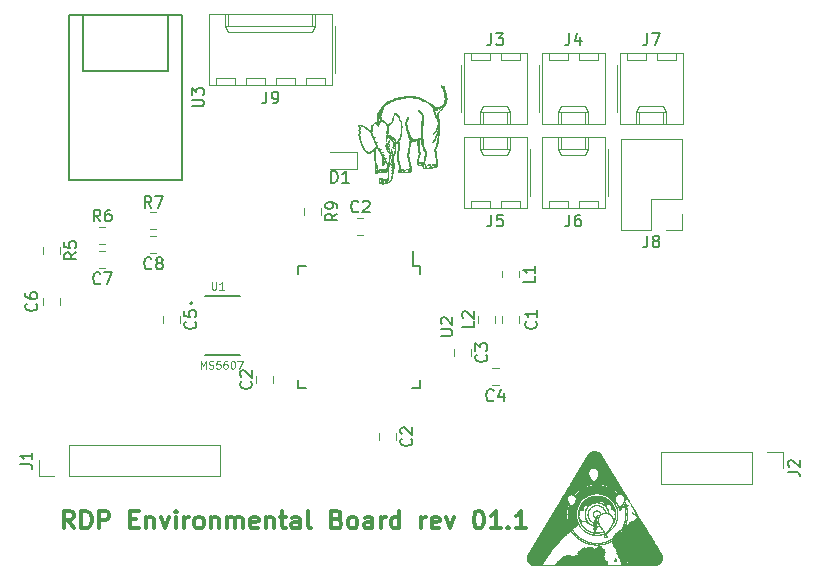
<source format=gto>
%TF.GenerationSoftware,KiCad,Pcbnew,5.0.1*%
%TF.CreationDate,2019-01-10T15:10:37-06:00*%
%TF.ProjectId,RDP-Environmental,5244502D456E7669726F6E6D656E7461,01*%
%TF.SameCoordinates,Original*%
%TF.FileFunction,Legend,Top*%
%TF.FilePolarity,Positive*%
%FSLAX46Y46*%
G04 Gerber Fmt 4.6, Leading zero omitted, Abs format (unit mm)*
G04 Created by KiCad (PCBNEW 5.0.1) date Thu 10 Jan 2019 03:10:37 PM CST*
%MOMM*%
%LPD*%
G01*
G04 APERTURE LIST*
%ADD10C,0.300000*%
%ADD11C,0.120000*%
%ADD12C,0.127000*%
%ADD13C,0.200000*%
%ADD14C,0.150000*%
%ADD15C,0.010000*%
%ADD16C,0.050000*%
G04 APERTURE END LIST*
D10*
X32121428Y-65448571D02*
X31621428Y-64734285D01*
X31264285Y-65448571D02*
X31264285Y-63948571D01*
X31835714Y-63948571D01*
X31978571Y-64020000D01*
X32049999Y-64091428D01*
X32121428Y-64234285D01*
X32121428Y-64448571D01*
X32049999Y-64591428D01*
X31978571Y-64662857D01*
X31835714Y-64734285D01*
X31264285Y-64734285D01*
X32764285Y-65448571D02*
X32764285Y-63948571D01*
X33121428Y-63948571D01*
X33335714Y-64020000D01*
X33478571Y-64162857D01*
X33549999Y-64305714D01*
X33621428Y-64591428D01*
X33621428Y-64805714D01*
X33549999Y-65091428D01*
X33478571Y-65234285D01*
X33335714Y-65377142D01*
X33121428Y-65448571D01*
X32764285Y-65448571D01*
X34264285Y-65448571D02*
X34264285Y-63948571D01*
X34835714Y-63948571D01*
X34978571Y-64020000D01*
X35049999Y-64091428D01*
X35121428Y-64234285D01*
X35121428Y-64448571D01*
X35049999Y-64591428D01*
X34978571Y-64662857D01*
X34835714Y-64734285D01*
X34264285Y-64734285D01*
X36907142Y-64662857D02*
X37407142Y-64662857D01*
X37621428Y-65448571D02*
X36907142Y-65448571D01*
X36907142Y-63948571D01*
X37621428Y-63948571D01*
X38264285Y-64448571D02*
X38264285Y-65448571D01*
X38264285Y-64591428D02*
X38335714Y-64520000D01*
X38478571Y-64448571D01*
X38692857Y-64448571D01*
X38835714Y-64520000D01*
X38907142Y-64662857D01*
X38907142Y-65448571D01*
X39478571Y-64448571D02*
X39835714Y-65448571D01*
X40192857Y-64448571D01*
X40764285Y-65448571D02*
X40764285Y-64448571D01*
X40764285Y-63948571D02*
X40692857Y-64020000D01*
X40764285Y-64091428D01*
X40835714Y-64020000D01*
X40764285Y-63948571D01*
X40764285Y-64091428D01*
X41478571Y-65448571D02*
X41478571Y-64448571D01*
X41478571Y-64734285D02*
X41549999Y-64591428D01*
X41621428Y-64520000D01*
X41764285Y-64448571D01*
X41907142Y-64448571D01*
X42621428Y-65448571D02*
X42478571Y-65377142D01*
X42407142Y-65305714D01*
X42335714Y-65162857D01*
X42335714Y-64734285D01*
X42407142Y-64591428D01*
X42478571Y-64520000D01*
X42621428Y-64448571D01*
X42835714Y-64448571D01*
X42978571Y-64520000D01*
X43049999Y-64591428D01*
X43121428Y-64734285D01*
X43121428Y-65162857D01*
X43049999Y-65305714D01*
X42978571Y-65377142D01*
X42835714Y-65448571D01*
X42621428Y-65448571D01*
X43764285Y-64448571D02*
X43764285Y-65448571D01*
X43764285Y-64591428D02*
X43835714Y-64520000D01*
X43978571Y-64448571D01*
X44192857Y-64448571D01*
X44335714Y-64520000D01*
X44407142Y-64662857D01*
X44407142Y-65448571D01*
X45121428Y-65448571D02*
X45121428Y-64448571D01*
X45121428Y-64591428D02*
X45192857Y-64520000D01*
X45335714Y-64448571D01*
X45549999Y-64448571D01*
X45692857Y-64520000D01*
X45764285Y-64662857D01*
X45764285Y-65448571D01*
X45764285Y-64662857D02*
X45835714Y-64520000D01*
X45978571Y-64448571D01*
X46192857Y-64448571D01*
X46335714Y-64520000D01*
X46407142Y-64662857D01*
X46407142Y-65448571D01*
X47692857Y-65377142D02*
X47549999Y-65448571D01*
X47264285Y-65448571D01*
X47121428Y-65377142D01*
X47049999Y-65234285D01*
X47049999Y-64662857D01*
X47121428Y-64520000D01*
X47264285Y-64448571D01*
X47549999Y-64448571D01*
X47692857Y-64520000D01*
X47764285Y-64662857D01*
X47764285Y-64805714D01*
X47049999Y-64948571D01*
X48407142Y-64448571D02*
X48407142Y-65448571D01*
X48407142Y-64591428D02*
X48478571Y-64520000D01*
X48621428Y-64448571D01*
X48835714Y-64448571D01*
X48978571Y-64520000D01*
X49049999Y-64662857D01*
X49049999Y-65448571D01*
X49549999Y-64448571D02*
X50121428Y-64448571D01*
X49764285Y-63948571D02*
X49764285Y-65234285D01*
X49835714Y-65377142D01*
X49978571Y-65448571D01*
X50121428Y-65448571D01*
X51264285Y-65448571D02*
X51264285Y-64662857D01*
X51192857Y-64520000D01*
X51050000Y-64448571D01*
X50764285Y-64448571D01*
X50621428Y-64520000D01*
X51264285Y-65377142D02*
X51121428Y-65448571D01*
X50764285Y-65448571D01*
X50621428Y-65377142D01*
X50550000Y-65234285D01*
X50550000Y-65091428D01*
X50621428Y-64948571D01*
X50764285Y-64877142D01*
X51121428Y-64877142D01*
X51264285Y-64805714D01*
X52192857Y-65448571D02*
X52050000Y-65377142D01*
X51978571Y-65234285D01*
X51978571Y-63948571D01*
X54407142Y-64662857D02*
X54621428Y-64734285D01*
X54692857Y-64805714D01*
X54764285Y-64948571D01*
X54764285Y-65162857D01*
X54692857Y-65305714D01*
X54621428Y-65377142D01*
X54478571Y-65448571D01*
X53907142Y-65448571D01*
X53907142Y-63948571D01*
X54407142Y-63948571D01*
X54550000Y-64020000D01*
X54621428Y-64091428D01*
X54692857Y-64234285D01*
X54692857Y-64377142D01*
X54621428Y-64520000D01*
X54550000Y-64591428D01*
X54407142Y-64662857D01*
X53907142Y-64662857D01*
X55621428Y-65448571D02*
X55478571Y-65377142D01*
X55407142Y-65305714D01*
X55335714Y-65162857D01*
X55335714Y-64734285D01*
X55407142Y-64591428D01*
X55478571Y-64520000D01*
X55621428Y-64448571D01*
X55835714Y-64448571D01*
X55978571Y-64520000D01*
X56050000Y-64591428D01*
X56121428Y-64734285D01*
X56121428Y-65162857D01*
X56050000Y-65305714D01*
X55978571Y-65377142D01*
X55835714Y-65448571D01*
X55621428Y-65448571D01*
X57407142Y-65448571D02*
X57407142Y-64662857D01*
X57335714Y-64520000D01*
X57192857Y-64448571D01*
X56907142Y-64448571D01*
X56764285Y-64520000D01*
X57407142Y-65377142D02*
X57264285Y-65448571D01*
X56907142Y-65448571D01*
X56764285Y-65377142D01*
X56692857Y-65234285D01*
X56692857Y-65091428D01*
X56764285Y-64948571D01*
X56907142Y-64877142D01*
X57264285Y-64877142D01*
X57407142Y-64805714D01*
X58121428Y-65448571D02*
X58121428Y-64448571D01*
X58121428Y-64734285D02*
X58192857Y-64591428D01*
X58264285Y-64520000D01*
X58407142Y-64448571D01*
X58550000Y-64448571D01*
X59692857Y-65448571D02*
X59692857Y-63948571D01*
X59692857Y-65377142D02*
X59550000Y-65448571D01*
X59264285Y-65448571D01*
X59121428Y-65377142D01*
X59050000Y-65305714D01*
X58978571Y-65162857D01*
X58978571Y-64734285D01*
X59050000Y-64591428D01*
X59121428Y-64520000D01*
X59264285Y-64448571D01*
X59550000Y-64448571D01*
X59692857Y-64520000D01*
X61550000Y-65448571D02*
X61550000Y-64448571D01*
X61550000Y-64734285D02*
X61621428Y-64591428D01*
X61692857Y-64520000D01*
X61835714Y-64448571D01*
X61978571Y-64448571D01*
X63050000Y-65377142D02*
X62907142Y-65448571D01*
X62621428Y-65448571D01*
X62478571Y-65377142D01*
X62407142Y-65234285D01*
X62407142Y-64662857D01*
X62478571Y-64520000D01*
X62621428Y-64448571D01*
X62907142Y-64448571D01*
X63050000Y-64520000D01*
X63121428Y-64662857D01*
X63121428Y-64805714D01*
X62407142Y-64948571D01*
X63621428Y-64448571D02*
X63978571Y-65448571D01*
X64335714Y-64448571D01*
X66335714Y-63948571D02*
X66478571Y-63948571D01*
X66621428Y-64020000D01*
X66692857Y-64091428D01*
X66764285Y-64234285D01*
X66835714Y-64520000D01*
X66835714Y-64877142D01*
X66764285Y-65162857D01*
X66692857Y-65305714D01*
X66621428Y-65377142D01*
X66478571Y-65448571D01*
X66335714Y-65448571D01*
X66192857Y-65377142D01*
X66121428Y-65305714D01*
X66050000Y-65162857D01*
X65978571Y-64877142D01*
X65978571Y-64520000D01*
X66050000Y-64234285D01*
X66121428Y-64091428D01*
X66192857Y-64020000D01*
X66335714Y-63948571D01*
X68264285Y-65448571D02*
X67407142Y-65448571D01*
X67835714Y-65448571D02*
X67835714Y-63948571D01*
X67692857Y-64162857D01*
X67550000Y-64305714D01*
X67407142Y-64377142D01*
X68907142Y-65305714D02*
X68978571Y-65377142D01*
X68907142Y-65448571D01*
X68835714Y-65377142D01*
X68907142Y-65305714D01*
X68907142Y-65448571D01*
X70407142Y-65448571D02*
X69550000Y-65448571D01*
X69978571Y-65448571D02*
X69978571Y-63948571D01*
X69835714Y-64162857D01*
X69692857Y-64305714D01*
X69550000Y-64377142D01*
D11*
X65734000Y-50293748D02*
X65734000Y-50816252D01*
X64314000Y-50293748D02*
X64314000Y-50816252D01*
X56117748Y-40588000D02*
X56640252Y-40588000D01*
X56117748Y-39168000D02*
X56640252Y-39168000D01*
X48970000Y-52579748D02*
X48970000Y-53102252D01*
X47550000Y-52579748D02*
X47550000Y-53102252D01*
X68378000Y-47499748D02*
X68378000Y-48022252D01*
X69798000Y-47499748D02*
X69798000Y-48022252D01*
X59384000Y-57405748D02*
X59384000Y-57928252D01*
X57964000Y-57405748D02*
X57964000Y-57928252D01*
X68088252Y-51868000D02*
X67565748Y-51868000D01*
X68088252Y-53288000D02*
X67565748Y-53288000D01*
X39676000Y-47499748D02*
X39676000Y-48022252D01*
X41096000Y-47499748D02*
X41096000Y-48022252D01*
X29516000Y-46498252D02*
X29516000Y-45975748D01*
X30936000Y-46498252D02*
X30936000Y-45975748D01*
X34805252Y-43382000D02*
X34282748Y-43382000D01*
X34805252Y-41962000D02*
X34282748Y-41962000D01*
X39123252Y-40692000D02*
X38600748Y-40692000D01*
X39123252Y-42112000D02*
X38600748Y-42112000D01*
X53835500Y-35025000D02*
X56120500Y-35025000D01*
X56120500Y-35025000D02*
X56120500Y-33555000D01*
X56120500Y-33555000D02*
X53835500Y-33555000D01*
X44510000Y-61020000D02*
X44510000Y-58360000D01*
X31750000Y-61020000D02*
X44510000Y-61020000D01*
X31750000Y-58360000D02*
X44510000Y-58360000D01*
X31750000Y-61020000D02*
X31750000Y-58360000D01*
X30480000Y-61020000D02*
X29150000Y-61020000D01*
X29150000Y-61020000D02*
X29150000Y-59690000D01*
X81855000Y-58995000D02*
X81855000Y-61655000D01*
X89535000Y-58995000D02*
X81855000Y-58995000D01*
X89535000Y-61655000D02*
X81855000Y-61655000D01*
X89535000Y-58995000D02*
X89535000Y-61655000D01*
X90805000Y-58995000D02*
X92135000Y-58995000D01*
X92135000Y-58995000D02*
X92135000Y-60325000D01*
X69888000Y-25764000D02*
X69888000Y-25164000D01*
X68288000Y-25764000D02*
X69888000Y-25764000D01*
X68288000Y-25164000D02*
X68288000Y-25764000D01*
X67348000Y-25764000D02*
X67348000Y-25164000D01*
X65748000Y-25764000D02*
X67348000Y-25764000D01*
X65748000Y-25164000D02*
X65748000Y-25764000D01*
X68838000Y-31184000D02*
X68838000Y-30184000D01*
X66798000Y-31184000D02*
X66798000Y-30184000D01*
X68838000Y-29654000D02*
X69088000Y-30184000D01*
X66798000Y-29654000D02*
X68838000Y-29654000D01*
X66548000Y-30184000D02*
X66798000Y-29654000D01*
X69088000Y-30184000D02*
X69088000Y-31184000D01*
X66548000Y-30184000D02*
X69088000Y-30184000D01*
X66548000Y-31184000D02*
X66548000Y-30184000D01*
X64878000Y-26194000D02*
X64878000Y-30194000D01*
X70468000Y-25164000D02*
X65168000Y-25164000D01*
X70468000Y-31184000D02*
X70468000Y-25164000D01*
X65168000Y-31184000D02*
X70468000Y-31184000D01*
X65168000Y-25164000D02*
X65168000Y-31184000D01*
X71772000Y-25164000D02*
X71772000Y-31184000D01*
X71772000Y-31184000D02*
X77072000Y-31184000D01*
X77072000Y-31184000D02*
X77072000Y-25164000D01*
X77072000Y-25164000D02*
X71772000Y-25164000D01*
X71482000Y-26194000D02*
X71482000Y-30194000D01*
X73152000Y-31184000D02*
X73152000Y-30184000D01*
X73152000Y-30184000D02*
X75692000Y-30184000D01*
X75692000Y-30184000D02*
X75692000Y-31184000D01*
X73152000Y-30184000D02*
X73402000Y-29654000D01*
X73402000Y-29654000D02*
X75442000Y-29654000D01*
X75442000Y-29654000D02*
X75692000Y-30184000D01*
X73402000Y-31184000D02*
X73402000Y-30184000D01*
X75442000Y-31184000D02*
X75442000Y-30184000D01*
X72352000Y-25164000D02*
X72352000Y-25764000D01*
X72352000Y-25764000D02*
X73952000Y-25764000D01*
X73952000Y-25764000D02*
X73952000Y-25164000D01*
X74892000Y-25164000D02*
X74892000Y-25764000D01*
X74892000Y-25764000D02*
X76492000Y-25764000D01*
X76492000Y-25764000D02*
X76492000Y-25164000D01*
X65748000Y-37736000D02*
X65748000Y-38336000D01*
X67348000Y-37736000D02*
X65748000Y-37736000D01*
X67348000Y-38336000D02*
X67348000Y-37736000D01*
X68288000Y-37736000D02*
X68288000Y-38336000D01*
X69888000Y-37736000D02*
X68288000Y-37736000D01*
X69888000Y-38336000D02*
X69888000Y-37736000D01*
X66798000Y-32316000D02*
X66798000Y-33316000D01*
X68838000Y-32316000D02*
X68838000Y-33316000D01*
X66798000Y-33846000D02*
X66548000Y-33316000D01*
X68838000Y-33846000D02*
X66798000Y-33846000D01*
X69088000Y-33316000D02*
X68838000Y-33846000D01*
X66548000Y-33316000D02*
X66548000Y-32316000D01*
X69088000Y-33316000D02*
X66548000Y-33316000D01*
X69088000Y-32316000D02*
X69088000Y-33316000D01*
X70758000Y-37306000D02*
X70758000Y-33306000D01*
X65168000Y-38336000D02*
X70468000Y-38336000D01*
X65168000Y-32316000D02*
X65168000Y-38336000D01*
X70468000Y-32316000D02*
X65168000Y-32316000D01*
X70468000Y-38336000D02*
X70468000Y-32316000D01*
X77072000Y-38336000D02*
X77072000Y-32316000D01*
X77072000Y-32316000D02*
X71772000Y-32316000D01*
X71772000Y-32316000D02*
X71772000Y-38336000D01*
X71772000Y-38336000D02*
X77072000Y-38336000D01*
X77362000Y-37306000D02*
X77362000Y-33306000D01*
X75692000Y-32316000D02*
X75692000Y-33316000D01*
X75692000Y-33316000D02*
X73152000Y-33316000D01*
X73152000Y-33316000D02*
X73152000Y-32316000D01*
X75692000Y-33316000D02*
X75442000Y-33846000D01*
X75442000Y-33846000D02*
X73402000Y-33846000D01*
X73402000Y-33846000D02*
X73152000Y-33316000D01*
X75442000Y-32316000D02*
X75442000Y-33316000D01*
X73402000Y-32316000D02*
X73402000Y-33316000D01*
X76492000Y-38336000D02*
X76492000Y-37736000D01*
X76492000Y-37736000D02*
X74892000Y-37736000D01*
X74892000Y-37736000D02*
X74892000Y-38336000D01*
X73952000Y-38336000D02*
X73952000Y-37736000D01*
X73952000Y-37736000D02*
X72352000Y-37736000D01*
X72352000Y-37736000D02*
X72352000Y-38336000D01*
X78376000Y-25164000D02*
X78376000Y-31184000D01*
X78376000Y-31184000D02*
X83676000Y-31184000D01*
X83676000Y-31184000D02*
X83676000Y-25164000D01*
X83676000Y-25164000D02*
X78376000Y-25164000D01*
X78086000Y-26194000D02*
X78086000Y-30194000D01*
X79756000Y-31184000D02*
X79756000Y-30184000D01*
X79756000Y-30184000D02*
X82296000Y-30184000D01*
X82296000Y-30184000D02*
X82296000Y-31184000D01*
X79756000Y-30184000D02*
X80006000Y-29654000D01*
X80006000Y-29654000D02*
X82046000Y-29654000D01*
X82046000Y-29654000D02*
X82296000Y-30184000D01*
X80006000Y-31184000D02*
X80006000Y-30184000D01*
X82046000Y-31184000D02*
X82046000Y-30184000D01*
X78956000Y-25164000D02*
X78956000Y-25764000D01*
X78956000Y-25764000D02*
X80556000Y-25764000D01*
X80556000Y-25764000D02*
X80556000Y-25164000D01*
X81496000Y-25164000D02*
X81496000Y-25764000D01*
X81496000Y-25764000D02*
X83096000Y-25764000D01*
X83096000Y-25764000D02*
X83096000Y-25164000D01*
X83626000Y-32452000D02*
X78426000Y-32452000D01*
X83626000Y-37592000D02*
X83626000Y-32452000D01*
X78426000Y-40192000D02*
X78426000Y-32452000D01*
X83626000Y-37592000D02*
X81026000Y-37592000D01*
X81026000Y-37592000D02*
X81026000Y-40192000D01*
X81026000Y-40192000D02*
X78426000Y-40192000D01*
X83626000Y-38862000D02*
X83626000Y-40192000D01*
X83626000Y-40192000D02*
X82296000Y-40192000D01*
X68378000Y-43671748D02*
X68378000Y-44194252D01*
X69798000Y-43671748D02*
X69798000Y-44194252D01*
X67766000Y-47499748D02*
X67766000Y-48022252D01*
X66346000Y-47499748D02*
X66346000Y-48022252D01*
X30936000Y-41648748D02*
X30936000Y-42171252D01*
X29516000Y-41648748D02*
X29516000Y-42171252D01*
X34273748Y-39930000D02*
X34796252Y-39930000D01*
X34273748Y-41350000D02*
X34796252Y-41350000D01*
X39123252Y-38660000D02*
X38600748Y-38660000D01*
X39123252Y-40080000D02*
X38600748Y-40080000D01*
X51614000Y-38355748D02*
X51614000Y-38878252D01*
X53034000Y-38355748D02*
X53034000Y-38878252D01*
D12*
X43204000Y-45760000D02*
X46204000Y-45760000D01*
X43204000Y-50760000D02*
X46204000Y-50760000D01*
D13*
X42177000Y-46387000D02*
G75*
G03X42177000Y-46387000I-100000J0D01*
G01*
D14*
X61451000Y-43199000D02*
X60876000Y-43199000D01*
X61451000Y-53549000D02*
X60776000Y-53549000D01*
X51101000Y-53549000D02*
X51776000Y-53549000D01*
X51101000Y-43199000D02*
X51776000Y-43199000D01*
X61451000Y-43199000D02*
X61451000Y-43874000D01*
X51101000Y-43199000D02*
X51101000Y-43874000D01*
X51101000Y-53549000D02*
X51101000Y-52874000D01*
X61451000Y-53549000D02*
X61451000Y-52874000D01*
X60876000Y-43199000D02*
X60876000Y-41924000D01*
X31694000Y-35956000D02*
X31694000Y-21956000D01*
X41294000Y-21956000D02*
X31694000Y-21956000D01*
X41294000Y-35956000D02*
X41294000Y-21956000D01*
X31694000Y-35956000D02*
X41294000Y-35956000D01*
X32894000Y-21956000D02*
X32894000Y-26756000D01*
X32894000Y-26756000D02*
X40094000Y-26756000D01*
X40094000Y-26756000D02*
X40094000Y-21956000D01*
D15*
G36*
X73669529Y-63035187D02*
X73699057Y-63049016D01*
X73726999Y-63069434D01*
X73738971Y-63081289D01*
X73754510Y-63100594D01*
X73760284Y-63115359D01*
X73756507Y-63128900D01*
X73743390Y-63144536D01*
X73743038Y-63144888D01*
X73721430Y-63159582D01*
X73696448Y-63163050D01*
X73666861Y-63155367D01*
X73655489Y-63150206D01*
X73632302Y-63135861D01*
X73611734Y-63118050D01*
X73596061Y-63099360D01*
X73587560Y-63082377D01*
X73587175Y-63072598D01*
X73598513Y-63052828D01*
X73617403Y-63037487D01*
X73639053Y-63030257D01*
X73642474Y-63030100D01*
X73669529Y-63035187D01*
X73669529Y-63035187D01*
G37*
X73669529Y-63035187D02*
X73699057Y-63049016D01*
X73726999Y-63069434D01*
X73738971Y-63081289D01*
X73754510Y-63100594D01*
X73760284Y-63115359D01*
X73756507Y-63128900D01*
X73743390Y-63144536D01*
X73743038Y-63144888D01*
X73721430Y-63159582D01*
X73696448Y-63163050D01*
X73666861Y-63155367D01*
X73655489Y-63150206D01*
X73632302Y-63135861D01*
X73611734Y-63118050D01*
X73596061Y-63099360D01*
X73587560Y-63082377D01*
X73587175Y-63072598D01*
X73598513Y-63052828D01*
X73617403Y-63037487D01*
X73639053Y-63030257D01*
X73642474Y-63030100D01*
X73669529Y-63035187D01*
G36*
X72909509Y-64251319D02*
X72912221Y-64251826D01*
X72927736Y-64256020D01*
X72937176Y-64260542D01*
X72937318Y-64260678D01*
X72936849Y-64268264D01*
X72930614Y-64282819D01*
X72920546Y-64301213D01*
X72908578Y-64320311D01*
X72896639Y-64336983D01*
X72886663Y-64348097D01*
X72881679Y-64350900D01*
X72872605Y-64345903D01*
X72861959Y-64333559D01*
X72859830Y-64330262D01*
X72850301Y-64312146D01*
X72848742Y-64298495D01*
X72855849Y-64285007D01*
X72869557Y-64270122D01*
X72884571Y-64256572D01*
X72896338Y-64250969D01*
X72909509Y-64251319D01*
X72909509Y-64251319D01*
G37*
X72909509Y-64251319D02*
X72912221Y-64251826D01*
X72927736Y-64256020D01*
X72937176Y-64260542D01*
X72937318Y-64260678D01*
X72936849Y-64268264D01*
X72930614Y-64282819D01*
X72920546Y-64301213D01*
X72908578Y-64320311D01*
X72896639Y-64336983D01*
X72886663Y-64348097D01*
X72881679Y-64350900D01*
X72872605Y-64345903D01*
X72861959Y-64333559D01*
X72859830Y-64330262D01*
X72850301Y-64312146D01*
X72848742Y-64298495D01*
X72855849Y-64285007D01*
X72869557Y-64270122D01*
X72884571Y-64256572D01*
X72896338Y-64250969D01*
X72909509Y-64251319D01*
G36*
X72686391Y-64806587D02*
X72700836Y-64818660D01*
X72713696Y-64834307D01*
X72717388Y-64840552D01*
X72723826Y-64862055D01*
X72718492Y-64880752D01*
X72703093Y-64896834D01*
X72684280Y-64907713D01*
X72667508Y-64907276D01*
X72649435Y-64895337D01*
X72647697Y-64893752D01*
X72636022Y-64879994D01*
X72634003Y-64867605D01*
X72634997Y-64863590D01*
X72641235Y-64849040D01*
X72650749Y-64831890D01*
X72661164Y-64815867D01*
X72670103Y-64804698D01*
X72674416Y-64801750D01*
X72686391Y-64806587D01*
X72686391Y-64806587D01*
G37*
X72686391Y-64806587D02*
X72700836Y-64818660D01*
X72713696Y-64834307D01*
X72717388Y-64840552D01*
X72723826Y-64862055D01*
X72718492Y-64880752D01*
X72703093Y-64896834D01*
X72684280Y-64907713D01*
X72667508Y-64907276D01*
X72649435Y-64895337D01*
X72647697Y-64893752D01*
X72636022Y-64879994D01*
X72634003Y-64867605D01*
X72634997Y-64863590D01*
X72641235Y-64849040D01*
X72650749Y-64831890D01*
X72661164Y-64815867D01*
X72670103Y-64804698D01*
X72674416Y-64801750D01*
X72686391Y-64806587D01*
G36*
X79415447Y-64085117D02*
X79413245Y-64093807D01*
X79411036Y-64095977D01*
X79401719Y-64099762D01*
X79394177Y-64093878D01*
X79389857Y-64085496D01*
X79396550Y-64080406D01*
X79396936Y-64080256D01*
X79408957Y-64079425D01*
X79415447Y-64085117D01*
X79415447Y-64085117D01*
G37*
X79415447Y-64085117D02*
X79413245Y-64093807D01*
X79411036Y-64095977D01*
X79401719Y-64099762D01*
X79394177Y-64093878D01*
X79389857Y-64085496D01*
X79396550Y-64080406D01*
X79396936Y-64080256D01*
X79408957Y-64079425D01*
X79415447Y-64085117D01*
G36*
X79434164Y-64103285D02*
X79445495Y-64112253D01*
X79460162Y-64119160D01*
X79470362Y-64123464D01*
X79475962Y-64129816D01*
X79478416Y-64141681D01*
X79479183Y-64162527D01*
X79479212Y-64164500D01*
X79481197Y-64191878D01*
X79486615Y-64209608D01*
X79491047Y-64215977D01*
X79498218Y-64226398D01*
X79495782Y-64233380D01*
X79494222Y-64234700D01*
X79479834Y-64243392D01*
X79464520Y-64245176D01*
X79455960Y-64244342D01*
X79442681Y-64239381D01*
X79432483Y-64230367D01*
X79428254Y-64220777D01*
X79431429Y-64214820D01*
X79440096Y-64202390D01*
X79440754Y-64182045D01*
X79433484Y-64155662D01*
X79428397Y-64143886D01*
X79419199Y-64122509D01*
X79416141Y-64109298D01*
X79418658Y-64101637D01*
X79419156Y-64101113D01*
X79427303Y-64097495D01*
X79434164Y-64103285D01*
X79434164Y-64103285D01*
G37*
X79434164Y-64103285D02*
X79445495Y-64112253D01*
X79460162Y-64119160D01*
X79470362Y-64123464D01*
X79475962Y-64129816D01*
X79478416Y-64141681D01*
X79479183Y-64162527D01*
X79479212Y-64164500D01*
X79481197Y-64191878D01*
X79486615Y-64209608D01*
X79491047Y-64215977D01*
X79498218Y-64226398D01*
X79495782Y-64233380D01*
X79494222Y-64234700D01*
X79479834Y-64243392D01*
X79464520Y-64245176D01*
X79455960Y-64244342D01*
X79442681Y-64239381D01*
X79432483Y-64230367D01*
X79428254Y-64220777D01*
X79431429Y-64214820D01*
X79440096Y-64202390D01*
X79440754Y-64182045D01*
X79433484Y-64155662D01*
X79428397Y-64143886D01*
X79419199Y-64122509D01*
X79416141Y-64109298D01*
X79418658Y-64101637D01*
X79419156Y-64101113D01*
X79427303Y-64097495D01*
X79434164Y-64103285D01*
G36*
X72221038Y-65453622D02*
X72246106Y-65464263D01*
X72271402Y-65479030D01*
X72292526Y-65495521D01*
X72300446Y-65504036D01*
X72311971Y-65525851D01*
X72312579Y-65545753D01*
X72304038Y-65562447D01*
X72288114Y-65574638D01*
X72266576Y-65581033D01*
X72241191Y-65580337D01*
X72213727Y-65571255D01*
X72210735Y-65569730D01*
X72189055Y-65555785D01*
X72168790Y-65538503D01*
X72152689Y-65520704D01*
X72143499Y-65505209D01*
X72142350Y-65499549D01*
X72147883Y-65483020D01*
X72161888Y-65466941D01*
X72180468Y-65454658D01*
X72199729Y-65449519D01*
X72200599Y-65449509D01*
X72221038Y-65453622D01*
X72221038Y-65453622D01*
G37*
X72221038Y-65453622D02*
X72246106Y-65464263D01*
X72271402Y-65479030D01*
X72292526Y-65495521D01*
X72300446Y-65504036D01*
X72311971Y-65525851D01*
X72312579Y-65545753D01*
X72304038Y-65562447D01*
X72288114Y-65574638D01*
X72266576Y-65581033D01*
X72241191Y-65580337D01*
X72213727Y-65571255D01*
X72210735Y-65569730D01*
X72189055Y-65555785D01*
X72168790Y-65538503D01*
X72152689Y-65520704D01*
X72143499Y-65505209D01*
X72142350Y-65499549D01*
X72147883Y-65483020D01*
X72161888Y-65466941D01*
X72180468Y-65454658D01*
X72199729Y-65449519D01*
X72200599Y-65449509D01*
X72221038Y-65453622D01*
G36*
X79444033Y-65626829D02*
X79460604Y-65641360D01*
X79472889Y-65665979D01*
X79475725Y-65676739D01*
X79478889Y-65714337D01*
X79471541Y-65746694D01*
X79454012Y-65772474D01*
X79451436Y-65774887D01*
X79434292Y-65788013D01*
X79420629Y-65791349D01*
X79406333Y-65785286D01*
X79398940Y-65779865D01*
X79380064Y-65757785D01*
X79370609Y-65728239D01*
X79369987Y-65693752D01*
X79376661Y-65662877D01*
X79389491Y-65640412D01*
X79406388Y-65626691D01*
X79425265Y-65622052D01*
X79444033Y-65626829D01*
X79444033Y-65626829D01*
G37*
X79444033Y-65626829D02*
X79460604Y-65641360D01*
X79472889Y-65665979D01*
X79475725Y-65676739D01*
X79478889Y-65714337D01*
X79471541Y-65746694D01*
X79454012Y-65772474D01*
X79451436Y-65774887D01*
X79434292Y-65788013D01*
X79420629Y-65791349D01*
X79406333Y-65785286D01*
X79398940Y-65779865D01*
X79380064Y-65757785D01*
X79370609Y-65728239D01*
X79369987Y-65693752D01*
X79376661Y-65662877D01*
X79389491Y-65640412D01*
X79406388Y-65626691D01*
X79425265Y-65622052D01*
X79444033Y-65626829D01*
G36*
X71968841Y-66000387D02*
X71983286Y-66012460D01*
X71996146Y-66028107D01*
X71999838Y-66034352D01*
X72006276Y-66055855D01*
X72000942Y-66074552D01*
X71985543Y-66090634D01*
X71966730Y-66101513D01*
X71949958Y-66101076D01*
X71931885Y-66089137D01*
X71930147Y-66087552D01*
X71918472Y-66073794D01*
X71916453Y-66061405D01*
X71917447Y-66057390D01*
X71923685Y-66042840D01*
X71933199Y-66025690D01*
X71943614Y-66009667D01*
X71952553Y-65998498D01*
X71956866Y-65995550D01*
X71968841Y-66000387D01*
X71968841Y-66000387D01*
G37*
X71968841Y-66000387D02*
X71983286Y-66012460D01*
X71996146Y-66028107D01*
X71999838Y-66034352D01*
X72006276Y-66055855D01*
X72000942Y-66074552D01*
X71985543Y-66090634D01*
X71966730Y-66101513D01*
X71949958Y-66101076D01*
X71931885Y-66089137D01*
X71930147Y-66087552D01*
X71918472Y-66073794D01*
X71916453Y-66061405D01*
X71917447Y-66057390D01*
X71923685Y-66042840D01*
X71933199Y-66025690D01*
X71943614Y-66009667D01*
X71952553Y-65998498D01*
X71956866Y-65995550D01*
X71968841Y-66000387D01*
G36*
X79546304Y-66255583D02*
X79562087Y-66269475D01*
X79572545Y-66285622D01*
X79577030Y-66300262D01*
X79576939Y-66302813D01*
X79574793Y-66309641D01*
X79568955Y-66313860D01*
X79556723Y-66316274D01*
X79535400Y-66317689D01*
X79525716Y-66318081D01*
X79499343Y-66318523D01*
X79483217Y-66317197D01*
X79474970Y-66313774D01*
X79472869Y-66310716D01*
X79473362Y-66297676D01*
X79480341Y-66280774D01*
X79491181Y-66264993D01*
X79501648Y-66256088D01*
X79524845Y-66249559D01*
X79546304Y-66255583D01*
X79546304Y-66255583D01*
G37*
X79546304Y-66255583D02*
X79562087Y-66269475D01*
X79572545Y-66285622D01*
X79577030Y-66300262D01*
X79576939Y-66302813D01*
X79574793Y-66309641D01*
X79568955Y-66313860D01*
X79556723Y-66316274D01*
X79535400Y-66317689D01*
X79525716Y-66318081D01*
X79499343Y-66318523D01*
X79483217Y-66317197D01*
X79474970Y-66313774D01*
X79472869Y-66310716D01*
X79473362Y-66297676D01*
X79480341Y-66280774D01*
X79491181Y-66264993D01*
X79501648Y-66256088D01*
X79524845Y-66249559D01*
X79546304Y-66255583D01*
G36*
X80129833Y-66261829D02*
X80146404Y-66276360D01*
X80158689Y-66300979D01*
X80161525Y-66311739D01*
X80164689Y-66349337D01*
X80157341Y-66381694D01*
X80139812Y-66407474D01*
X80137236Y-66409887D01*
X80120092Y-66423013D01*
X80106429Y-66426349D01*
X80092133Y-66420286D01*
X80084740Y-66414865D01*
X80065864Y-66392785D01*
X80056409Y-66363239D01*
X80055787Y-66328752D01*
X80062461Y-66297877D01*
X80075291Y-66275412D01*
X80092188Y-66261691D01*
X80111065Y-66257052D01*
X80129833Y-66261829D01*
X80129833Y-66261829D01*
G37*
X80129833Y-66261829D02*
X80146404Y-66276360D01*
X80158689Y-66300979D01*
X80161525Y-66311739D01*
X80164689Y-66349337D01*
X80157341Y-66381694D01*
X80139812Y-66407474D01*
X80137236Y-66409887D01*
X80120092Y-66423013D01*
X80106429Y-66426349D01*
X80092133Y-66420286D01*
X80084740Y-66414865D01*
X80065864Y-66392785D01*
X80056409Y-66363239D01*
X80055787Y-66328752D01*
X80062461Y-66297877D01*
X80075291Y-66275412D01*
X80092188Y-66261691D01*
X80111065Y-66257052D01*
X80129833Y-66261829D01*
G36*
X71417259Y-66746869D02*
X71419971Y-66747376D01*
X71435486Y-66751570D01*
X71444926Y-66756092D01*
X71445068Y-66756228D01*
X71444599Y-66763814D01*
X71438364Y-66778369D01*
X71428296Y-66796763D01*
X71416328Y-66815861D01*
X71404389Y-66832533D01*
X71394413Y-66843647D01*
X71389429Y-66846450D01*
X71380355Y-66841453D01*
X71369709Y-66829109D01*
X71367580Y-66825812D01*
X71358051Y-66807696D01*
X71356492Y-66794045D01*
X71363599Y-66780557D01*
X71377307Y-66765672D01*
X71392321Y-66752122D01*
X71404088Y-66746519D01*
X71417259Y-66746869D01*
X71417259Y-66746869D01*
G37*
X71417259Y-66746869D02*
X71419971Y-66747376D01*
X71435486Y-66751570D01*
X71444926Y-66756092D01*
X71445068Y-66756228D01*
X71444599Y-66763814D01*
X71438364Y-66778369D01*
X71428296Y-66796763D01*
X71416328Y-66815861D01*
X71404389Y-66832533D01*
X71394413Y-66843647D01*
X71389429Y-66846450D01*
X71380355Y-66841453D01*
X71369709Y-66829109D01*
X71367580Y-66825812D01*
X71358051Y-66807696D01*
X71356492Y-66794045D01*
X71363599Y-66780557D01*
X71377307Y-66765672D01*
X71392321Y-66752122D01*
X71404088Y-66746519D01*
X71417259Y-66746869D01*
G36*
X81183933Y-66896829D02*
X81200504Y-66911360D01*
X81212789Y-66935979D01*
X81215625Y-66946739D01*
X81218789Y-66984337D01*
X81211441Y-67016694D01*
X81193912Y-67042474D01*
X81191336Y-67044887D01*
X81174192Y-67058013D01*
X81160529Y-67061349D01*
X81146233Y-67055286D01*
X81138840Y-67049865D01*
X81119964Y-67027785D01*
X81110509Y-66998239D01*
X81109887Y-66963752D01*
X81116561Y-66932877D01*
X81129391Y-66910412D01*
X81146288Y-66896691D01*
X81165165Y-66892052D01*
X81183933Y-66896829D01*
X81183933Y-66896829D01*
G37*
X81183933Y-66896829D02*
X81200504Y-66911360D01*
X81212789Y-66935979D01*
X81215625Y-66946739D01*
X81218789Y-66984337D01*
X81211441Y-67016694D01*
X81193912Y-67042474D01*
X81191336Y-67044887D01*
X81174192Y-67058013D01*
X81160529Y-67061349D01*
X81146233Y-67055286D01*
X81138840Y-67049865D01*
X81119964Y-67027785D01*
X81110509Y-66998239D01*
X81109887Y-66963752D01*
X81116561Y-66932877D01*
X81129391Y-66910412D01*
X81146288Y-66896691D01*
X81165165Y-66892052D01*
X81183933Y-66896829D01*
G36*
X79348783Y-66896829D02*
X79365354Y-66911360D01*
X79377639Y-66935979D01*
X79380475Y-66946739D01*
X79383639Y-66984337D01*
X79376291Y-67016694D01*
X79358762Y-67042474D01*
X79356186Y-67044887D01*
X79339042Y-67058013D01*
X79325379Y-67061349D01*
X79311083Y-67055286D01*
X79303690Y-67049865D01*
X79284814Y-67027785D01*
X79275359Y-66998239D01*
X79274737Y-66963752D01*
X79281411Y-66932877D01*
X79294241Y-66910412D01*
X79311138Y-66896691D01*
X79330015Y-66892052D01*
X79348783Y-66896829D01*
X79348783Y-66896829D01*
G37*
X79348783Y-66896829D02*
X79365354Y-66911360D01*
X79377639Y-66935979D01*
X79380475Y-66946739D01*
X79383639Y-66984337D01*
X79376291Y-67016694D01*
X79358762Y-67042474D01*
X79356186Y-67044887D01*
X79339042Y-67058013D01*
X79325379Y-67061349D01*
X79311083Y-67055286D01*
X79303690Y-67049865D01*
X79284814Y-67027785D01*
X79275359Y-66998239D01*
X79274737Y-66963752D01*
X79281411Y-66932877D01*
X79294241Y-66910412D01*
X79311138Y-66896691D01*
X79330015Y-66892052D01*
X79348783Y-66896829D01*
G36*
X71168741Y-67346587D02*
X71183186Y-67358660D01*
X71196046Y-67374307D01*
X71199738Y-67380552D01*
X71206176Y-67402055D01*
X71200842Y-67420752D01*
X71185443Y-67436834D01*
X71166630Y-67447713D01*
X71149858Y-67447276D01*
X71131785Y-67435337D01*
X71130047Y-67433752D01*
X71118372Y-67419994D01*
X71116353Y-67407605D01*
X71117347Y-67403590D01*
X71123585Y-67389040D01*
X71133099Y-67371890D01*
X71143514Y-67355867D01*
X71152453Y-67344698D01*
X71156766Y-67341750D01*
X71168741Y-67346587D01*
X71168741Y-67346587D01*
G37*
X71168741Y-67346587D02*
X71183186Y-67358660D01*
X71196046Y-67374307D01*
X71199738Y-67380552D01*
X71206176Y-67402055D01*
X71200842Y-67420752D01*
X71185443Y-67436834D01*
X71166630Y-67447713D01*
X71149858Y-67447276D01*
X71131785Y-67435337D01*
X71130047Y-67433752D01*
X71118372Y-67419994D01*
X71116353Y-67407605D01*
X71117347Y-67403590D01*
X71123585Y-67389040D01*
X71133099Y-67371890D01*
X71143514Y-67355867D01*
X71152453Y-67344698D01*
X71156766Y-67341750D01*
X71168741Y-67346587D01*
G36*
X80651746Y-67531525D02*
X80668362Y-67546683D01*
X80680352Y-67568794D01*
X80687314Y-67595281D01*
X80688848Y-67623564D01*
X80684551Y-67651066D01*
X80674023Y-67675208D01*
X80656957Y-67693345D01*
X80638747Y-67702290D01*
X80621859Y-67700856D01*
X80602988Y-67688610D01*
X80599834Y-67685860D01*
X80586661Y-67671402D01*
X80579692Y-67654845D01*
X80576735Y-67635417D01*
X80576395Y-67596797D01*
X80582986Y-67565322D01*
X80595883Y-67542254D01*
X80614464Y-67528853D01*
X80630904Y-67525900D01*
X80651746Y-67531525D01*
X80651746Y-67531525D01*
G37*
X80651746Y-67531525D02*
X80668362Y-67546683D01*
X80680352Y-67568794D01*
X80687314Y-67595281D01*
X80688848Y-67623564D01*
X80684551Y-67651066D01*
X80674023Y-67675208D01*
X80656957Y-67693345D01*
X80638747Y-67702290D01*
X80621859Y-67700856D01*
X80602988Y-67688610D01*
X80599834Y-67685860D01*
X80586661Y-67671402D01*
X80579692Y-67654845D01*
X80576735Y-67635417D01*
X80576395Y-67596797D01*
X80582986Y-67565322D01*
X80595883Y-67542254D01*
X80614464Y-67528853D01*
X80630904Y-67525900D01*
X80651746Y-67531525D01*
G36*
X70945379Y-67594487D02*
X70974907Y-67608316D01*
X71002849Y-67628734D01*
X71014821Y-67640589D01*
X71030360Y-67659894D01*
X71036134Y-67674659D01*
X71032357Y-67688200D01*
X71019240Y-67703836D01*
X71018888Y-67704188D01*
X70997280Y-67718882D01*
X70972298Y-67722350D01*
X70942711Y-67714667D01*
X70931339Y-67709506D01*
X70908152Y-67695161D01*
X70887584Y-67677350D01*
X70871911Y-67658660D01*
X70863410Y-67641677D01*
X70863025Y-67631898D01*
X70874363Y-67612128D01*
X70893253Y-67596787D01*
X70914903Y-67589557D01*
X70918324Y-67589400D01*
X70945379Y-67594487D01*
X70945379Y-67594487D01*
G37*
X70945379Y-67594487D02*
X70974907Y-67608316D01*
X71002849Y-67628734D01*
X71014821Y-67640589D01*
X71030360Y-67659894D01*
X71036134Y-67674659D01*
X71032357Y-67688200D01*
X71019240Y-67703836D01*
X71018888Y-67704188D01*
X70997280Y-67718882D01*
X70972298Y-67722350D01*
X70942711Y-67714667D01*
X70931339Y-67709506D01*
X70908152Y-67695161D01*
X70887584Y-67677350D01*
X70871911Y-67658660D01*
X70863410Y-67641677D01*
X70863025Y-67631898D01*
X70874363Y-67612128D01*
X70893253Y-67596787D01*
X70914903Y-67589557D01*
X70918324Y-67589400D01*
X70945379Y-67594487D01*
G36*
X80302496Y-68166525D02*
X80319112Y-68181683D01*
X80331102Y-68203794D01*
X80338064Y-68230281D01*
X80339598Y-68258564D01*
X80335301Y-68286066D01*
X80324773Y-68310208D01*
X80307707Y-68328345D01*
X80289497Y-68337290D01*
X80272609Y-68335856D01*
X80253738Y-68323610D01*
X80250584Y-68320860D01*
X80237411Y-68306402D01*
X80230442Y-68289845D01*
X80227485Y-68270417D01*
X80227145Y-68231797D01*
X80233736Y-68200322D01*
X80246633Y-68177254D01*
X80265214Y-68163853D01*
X80281654Y-68160900D01*
X80302496Y-68166525D01*
X80302496Y-68166525D01*
G37*
X80302496Y-68166525D02*
X80319112Y-68181683D01*
X80331102Y-68203794D01*
X80338064Y-68230281D01*
X80339598Y-68258564D01*
X80335301Y-68286066D01*
X80324773Y-68310208D01*
X80307707Y-68328345D01*
X80289497Y-68337290D01*
X80272609Y-68335856D01*
X80253738Y-68323610D01*
X80250584Y-68320860D01*
X80237411Y-68306402D01*
X80230442Y-68289845D01*
X80227485Y-68270417D01*
X80227145Y-68231797D01*
X80233736Y-68200322D01*
X80246633Y-68177254D01*
X80265214Y-68163853D01*
X80281654Y-68160900D01*
X80302496Y-68166525D01*
G36*
X79266904Y-68160583D02*
X79282687Y-68174475D01*
X79293145Y-68190622D01*
X79297630Y-68205262D01*
X79297539Y-68207813D01*
X79295393Y-68214641D01*
X79289555Y-68218860D01*
X79277323Y-68221274D01*
X79256000Y-68222689D01*
X79246316Y-68223081D01*
X79219943Y-68223523D01*
X79203817Y-68222197D01*
X79195570Y-68218774D01*
X79193469Y-68215716D01*
X79193962Y-68202676D01*
X79200941Y-68185774D01*
X79211781Y-68169993D01*
X79222248Y-68161088D01*
X79245445Y-68154559D01*
X79266904Y-68160583D01*
X79266904Y-68160583D01*
G37*
X79266904Y-68160583D02*
X79282687Y-68174475D01*
X79293145Y-68190622D01*
X79297630Y-68205262D01*
X79297539Y-68207813D01*
X79295393Y-68214641D01*
X79289555Y-68218860D01*
X79277323Y-68221274D01*
X79256000Y-68222689D01*
X79246316Y-68223081D01*
X79219943Y-68223523D01*
X79203817Y-68222197D01*
X79195570Y-68218774D01*
X79193469Y-68215716D01*
X79193962Y-68202676D01*
X79200941Y-68185774D01*
X79211781Y-68169993D01*
X79222248Y-68161088D01*
X79245445Y-68154559D01*
X79266904Y-68160583D01*
G36*
X75305765Y-67056875D02*
X75305475Y-67063717D01*
X75307021Y-67072470D01*
X75311002Y-67084581D01*
X75314268Y-67094944D01*
X75312317Y-67101032D01*
X75302673Y-67105194D01*
X75284955Y-67109329D01*
X75271439Y-67110798D01*
X75264836Y-67109319D01*
X75263547Y-67100161D01*
X75268528Y-67085920D01*
X75277621Y-67071009D01*
X75288662Y-67059843D01*
X75289250Y-67059447D01*
X75301240Y-67053436D01*
X75305765Y-67056875D01*
X75305765Y-67056875D01*
G37*
X75305765Y-67056875D02*
X75305475Y-67063717D01*
X75307021Y-67072470D01*
X75311002Y-67084581D01*
X75314268Y-67094944D01*
X75312317Y-67101032D01*
X75302673Y-67105194D01*
X75284955Y-67109329D01*
X75271439Y-67110798D01*
X75264836Y-67109319D01*
X75263547Y-67100161D01*
X75268528Y-67085920D01*
X75277621Y-67071009D01*
X75288662Y-67059843D01*
X75289250Y-67059447D01*
X75301240Y-67053436D01*
X75305765Y-67056875D01*
G36*
X74892771Y-67339113D02*
X74895592Y-67347107D01*
X74894389Y-67358096D01*
X74894432Y-67374557D01*
X74898585Y-67383428D01*
X74902964Y-67391606D01*
X74896179Y-67395915D01*
X74894329Y-67396424D01*
X74882463Y-67403715D01*
X74870307Y-67417076D01*
X74869472Y-67418289D01*
X74855088Y-67435685D01*
X74839407Y-67449929D01*
X74821839Y-67462936D01*
X74816181Y-67448380D01*
X74814177Y-67436100D01*
X74821218Y-67425938D01*
X74826036Y-67422019D01*
X74838637Y-67408850D01*
X74851333Y-67390241D01*
X74854764Y-67383919D01*
X74868979Y-67358789D01*
X74881286Y-67343265D01*
X74890773Y-67338425D01*
X74892771Y-67339113D01*
X74892771Y-67339113D01*
G37*
X74892771Y-67339113D02*
X74895592Y-67347107D01*
X74894389Y-67358096D01*
X74894432Y-67374557D01*
X74898585Y-67383428D01*
X74902964Y-67391606D01*
X74896179Y-67395915D01*
X74894329Y-67396424D01*
X74882463Y-67403715D01*
X74870307Y-67417076D01*
X74869472Y-67418289D01*
X74855088Y-67435685D01*
X74839407Y-67449929D01*
X74821839Y-67462936D01*
X74816181Y-67448380D01*
X74814177Y-67436100D01*
X74821218Y-67425938D01*
X74826036Y-67422019D01*
X74838637Y-67408850D01*
X74851333Y-67390241D01*
X74854764Y-67383919D01*
X74868979Y-67358789D01*
X74881286Y-67343265D01*
X74890773Y-67338425D01*
X74892771Y-67339113D01*
G36*
X74774766Y-67488883D02*
X74781160Y-67500248D01*
X74784762Y-67515271D01*
X74784926Y-67528870D01*
X74781003Y-67535962D01*
X74780775Y-67536033D01*
X74770307Y-67535225D01*
X74760787Y-67532269D01*
X74746490Y-67523927D01*
X74743830Y-67513561D01*
X74752263Y-67498698D01*
X74753143Y-67497567D01*
X74763208Y-67486679D01*
X74770287Y-67485382D01*
X74774766Y-67488883D01*
X74774766Y-67488883D01*
G37*
X74774766Y-67488883D02*
X74781160Y-67500248D01*
X74784762Y-67515271D01*
X74784926Y-67528870D01*
X74781003Y-67535962D01*
X74780775Y-67536033D01*
X74770307Y-67535225D01*
X74760787Y-67532269D01*
X74746490Y-67523927D01*
X74743830Y-67513561D01*
X74752263Y-67498698D01*
X74753143Y-67497567D01*
X74763208Y-67486679D01*
X74770287Y-67485382D01*
X74774766Y-67488883D01*
G36*
X77968430Y-67985593D02*
X77977445Y-67993980D01*
X77984631Y-68002150D01*
X78009945Y-68033726D01*
X78027468Y-68061831D01*
X78039550Y-68090642D01*
X78045052Y-68109565D01*
X78055474Y-68150306D01*
X78031024Y-68171226D01*
X77998841Y-68194392D01*
X77968081Y-68208296D01*
X77940292Y-68212652D01*
X77917023Y-68207174D01*
X77902260Y-68194968D01*
X77893164Y-68181121D01*
X77889113Y-68170440D01*
X77889100Y-68170055D01*
X77885276Y-68160228D01*
X77875807Y-68146199D01*
X77873032Y-68142779D01*
X77856964Y-68123683D01*
X77873812Y-68112129D01*
X77887509Y-68101707D01*
X77906079Y-68086301D01*
X77922229Y-68072158D01*
X77939285Y-68056025D01*
X77948343Y-68044471D01*
X77951343Y-68034161D01*
X77950511Y-68023492D01*
X77951187Y-68002662D01*
X77956324Y-67991583D01*
X77962469Y-67985197D01*
X77968430Y-67985593D01*
X77968430Y-67985593D01*
G37*
X77968430Y-67985593D02*
X77977445Y-67993980D01*
X77984631Y-68002150D01*
X78009945Y-68033726D01*
X78027468Y-68061831D01*
X78039550Y-68090642D01*
X78045052Y-68109565D01*
X78055474Y-68150306D01*
X78031024Y-68171226D01*
X77998841Y-68194392D01*
X77968081Y-68208296D01*
X77940292Y-68212652D01*
X77917023Y-68207174D01*
X77902260Y-68194968D01*
X77893164Y-68181121D01*
X77889113Y-68170440D01*
X77889100Y-68170055D01*
X77885276Y-68160228D01*
X77875807Y-68146199D01*
X77873032Y-68142779D01*
X77856964Y-68123683D01*
X77873812Y-68112129D01*
X77887509Y-68101707D01*
X77906079Y-68086301D01*
X77922229Y-68072158D01*
X77939285Y-68056025D01*
X77948343Y-68044471D01*
X77951343Y-68034161D01*
X77950511Y-68023492D01*
X77951187Y-68002662D01*
X77956324Y-67991583D01*
X77962469Y-67985197D01*
X77968430Y-67985593D01*
G36*
X77301055Y-68251235D02*
X77305593Y-68261148D01*
X77308327Y-68275590D01*
X77302860Y-68289424D01*
X77298851Y-68295199D01*
X77289950Y-68309561D01*
X77285876Y-68320715D01*
X77285850Y-68321297D01*
X77280461Y-68334644D01*
X77268031Y-68343763D01*
X77261267Y-68345050D01*
X77249249Y-68349051D01*
X77241384Y-68354588D01*
X77231513Y-68360446D01*
X77226597Y-68359880D01*
X77223133Y-68350687D01*
X77222350Y-68342086D01*
X77219235Y-68327759D01*
X77215283Y-68321473D01*
X77210768Y-68311833D01*
X77217654Y-68304711D01*
X77234750Y-68300962D01*
X77244261Y-68300600D01*
X77261960Y-68299642D01*
X77271023Y-68295414D01*
X77275456Y-68285883D01*
X77275790Y-68284594D01*
X77276368Y-68267297D01*
X77273029Y-68255925D01*
X77269636Y-68245181D01*
X77275630Y-68239663D01*
X77275747Y-68239618D01*
X77289798Y-68239454D01*
X77301055Y-68251235D01*
X77301055Y-68251235D01*
G37*
X77301055Y-68251235D02*
X77305593Y-68261148D01*
X77308327Y-68275590D01*
X77302860Y-68289424D01*
X77298851Y-68295199D01*
X77289950Y-68309561D01*
X77285876Y-68320715D01*
X77285850Y-68321297D01*
X77280461Y-68334644D01*
X77268031Y-68343763D01*
X77261267Y-68345050D01*
X77249249Y-68349051D01*
X77241384Y-68354588D01*
X77231513Y-68360446D01*
X77226597Y-68359880D01*
X77223133Y-68350687D01*
X77222350Y-68342086D01*
X77219235Y-68327759D01*
X77215283Y-68321473D01*
X77210768Y-68311833D01*
X77217654Y-68304711D01*
X77234750Y-68300962D01*
X77244261Y-68300600D01*
X77261960Y-68299642D01*
X77271023Y-68295414D01*
X77275456Y-68285883D01*
X77275790Y-68284594D01*
X77276368Y-68267297D01*
X77273029Y-68255925D01*
X77269636Y-68245181D01*
X77275630Y-68239663D01*
X77275747Y-68239618D01*
X77289798Y-68239454D01*
X77301055Y-68251235D01*
G36*
X76226181Y-58901412D02*
X76247160Y-58902294D01*
X76259479Y-58903686D01*
X76261538Y-58904562D01*
X76269649Y-58908154D01*
X76278393Y-58908380D01*
X76294861Y-58909424D01*
X76302883Y-58911743D01*
X76315114Y-58913892D01*
X76319907Y-58912584D01*
X76328282Y-58913294D01*
X76330378Y-58915629D01*
X76339142Y-58920036D01*
X76342896Y-58919345D01*
X76353138Y-58919065D01*
X76355483Y-58920500D01*
X76365206Y-58925551D01*
X76365629Y-58925618D01*
X76374388Y-58927886D01*
X76374625Y-58928000D01*
X76383106Y-58930904D01*
X76384150Y-58931175D01*
X76393093Y-58934079D01*
X76393675Y-58934350D01*
X76401612Y-58936956D01*
X76410319Y-58940551D01*
X76420662Y-58945910D01*
X76431210Y-58950622D01*
X76434950Y-58950341D01*
X76439738Y-58950417D01*
X76451830Y-58955470D01*
X76467812Y-58963662D01*
X76484274Y-58973152D01*
X76497803Y-58982100D01*
X76504330Y-58987759D01*
X76513406Y-58994372D01*
X76518264Y-58994202D01*
X76524933Y-58995963D01*
X76527735Y-59000586D01*
X76533727Y-59007326D01*
X76537260Y-59006936D01*
X76543974Y-59008666D01*
X76546785Y-59013286D01*
X76552612Y-59020137D01*
X76555946Y-59019860D01*
X76562625Y-59022026D01*
X76568204Y-59029422D01*
X76575972Y-59039558D01*
X76581182Y-59042300D01*
X76588023Y-59046519D01*
X76600952Y-59057633D01*
X76617658Y-59073323D01*
X76635828Y-59091269D01*
X76653148Y-59109155D01*
X76667307Y-59124661D01*
X76675992Y-59135469D01*
X76677591Y-59138947D01*
X76681467Y-59145122D01*
X76689013Y-59150283D01*
X76699081Y-59159099D01*
X76701650Y-59165669D01*
X76706784Y-59175182D01*
X76711577Y-59178100D01*
X76718345Y-59184093D01*
X76717963Y-59187639D01*
X76719694Y-59194353D01*
X76724313Y-59197164D01*
X76731110Y-59203073D01*
X76730777Y-59206506D01*
X76732340Y-59214336D01*
X76739750Y-59223274D01*
X76747992Y-59233133D01*
X76749275Y-59239150D01*
X76751243Y-59246310D01*
X76758800Y-59255024D01*
X76766872Y-59265170D01*
X76767800Y-59271748D01*
X76769037Y-59276958D01*
X76770962Y-59277250D01*
X76777484Y-59282291D01*
X76786034Y-59294224D01*
X76793653Y-59308258D01*
X76797380Y-59319606D01*
X76797413Y-59320045D01*
X76801540Y-59327658D01*
X76811091Y-59339162D01*
X76819126Y-59348965D01*
X76820464Y-59353424D01*
X76820231Y-59353449D01*
X76820986Y-59357219D01*
X76828792Y-59366292D01*
X76828881Y-59366381D01*
X76837137Y-59377335D01*
X76838443Y-59384766D01*
X76840326Y-59391250D01*
X76844963Y-59394014D01*
X76851760Y-59399923D01*
X76851427Y-59403356D01*
X76852990Y-59411186D01*
X76860400Y-59420124D01*
X76868642Y-59429983D01*
X76869925Y-59435999D01*
X76871893Y-59443160D01*
X76879450Y-59451874D01*
X76887522Y-59462020D01*
X76888450Y-59468598D01*
X76889687Y-59473808D01*
X76891612Y-59474100D01*
X76898067Y-59479047D01*
X76906358Y-59490562D01*
X76913481Y-59503657D01*
X76916437Y-59513343D01*
X76916091Y-59514796D01*
X76918817Y-59520708D01*
X76927742Y-59531715D01*
X76929769Y-59533913D01*
X76938461Y-59544545D01*
X76940451Y-59550076D01*
X76939774Y-59550299D01*
X76939927Y-59554229D01*
X76947228Y-59563911D01*
X76949299Y-59566174D01*
X76957733Y-59576599D01*
X76959351Y-59581886D01*
X76958718Y-59582049D01*
X76958734Y-59585150D01*
X76965548Y-59591373D01*
X76972751Y-59598361D01*
X76972005Y-59600898D01*
X76971838Y-59604953D01*
X76978963Y-59614687D01*
X76981050Y-59616975D01*
X76989512Y-59627402D01*
X76991191Y-59632688D01*
X76990575Y-59632849D01*
X76990727Y-59636779D01*
X76998028Y-59646461D01*
X77000099Y-59648724D01*
X77008859Y-59659185D01*
X77011177Y-59664450D01*
X77010731Y-59664599D01*
X77011486Y-59668369D01*
X77019292Y-59677442D01*
X77019381Y-59677531D01*
X77027637Y-59688485D01*
X77028943Y-59695916D01*
X77030826Y-59702400D01*
X77035463Y-59705164D01*
X77042260Y-59711073D01*
X77041927Y-59714506D01*
X77043490Y-59722336D01*
X77050900Y-59731274D01*
X77059142Y-59741133D01*
X77060425Y-59747150D01*
X77062393Y-59754310D01*
X77069950Y-59763024D01*
X77078192Y-59772883D01*
X77079475Y-59778899D01*
X77081443Y-59786060D01*
X77089000Y-59794774D01*
X77097072Y-59804920D01*
X77098000Y-59811498D01*
X77099237Y-59816708D01*
X77101162Y-59816999D01*
X77107684Y-59822041D01*
X77116234Y-59833974D01*
X77123853Y-59848008D01*
X77127580Y-59859356D01*
X77127613Y-59859795D01*
X77131740Y-59867408D01*
X77141291Y-59878912D01*
X77149004Y-59888682D01*
X77149653Y-59893168D01*
X77149325Y-59893199D01*
X77149477Y-59897129D01*
X77156778Y-59906811D01*
X77158849Y-59909074D01*
X77167609Y-59919535D01*
X77169927Y-59924800D01*
X77169481Y-59924949D01*
X77170236Y-59928719D01*
X77178042Y-59937792D01*
X77178131Y-59937881D01*
X77186387Y-59948835D01*
X77187693Y-59956266D01*
X77189576Y-59962750D01*
X77194213Y-59965514D01*
X77201010Y-59971423D01*
X77200677Y-59974856D01*
X77202240Y-59982686D01*
X77209650Y-59991624D01*
X77217892Y-60001483D01*
X77219175Y-60007499D01*
X77221143Y-60014660D01*
X77228700Y-60023374D01*
X77236942Y-60033233D01*
X77238225Y-60039250D01*
X77240193Y-60046410D01*
X77247750Y-60055124D01*
X77255822Y-60065270D01*
X77256750Y-60071848D01*
X77257987Y-60077058D01*
X77259912Y-60077350D01*
X77266367Y-60082297D01*
X77274658Y-60093812D01*
X77281781Y-60106907D01*
X77284737Y-60116593D01*
X77284391Y-60118046D01*
X77287117Y-60123958D01*
X77296042Y-60134965D01*
X77298069Y-60137163D01*
X77306761Y-60147795D01*
X77308751Y-60153326D01*
X77308074Y-60153549D01*
X77308227Y-60157479D01*
X77315528Y-60167161D01*
X77317600Y-60169424D01*
X77326359Y-60179885D01*
X77328677Y-60185150D01*
X77328231Y-60185299D01*
X77328986Y-60189069D01*
X77336792Y-60198142D01*
X77336881Y-60198231D01*
X77345137Y-60209185D01*
X77346443Y-60216616D01*
X77348326Y-60223100D01*
X77352963Y-60225864D01*
X77359760Y-60231773D01*
X77359427Y-60235206D01*
X77360990Y-60243036D01*
X77368400Y-60251974D01*
X77376642Y-60261833D01*
X77377925Y-60267849D01*
X77379893Y-60275010D01*
X77387450Y-60283725D01*
X77395692Y-60293583D01*
X77396975Y-60299599D01*
X77398943Y-60306760D01*
X77406500Y-60315474D01*
X77414572Y-60325620D01*
X77415500Y-60332198D01*
X77416737Y-60337408D01*
X77418662Y-60337700D01*
X77425184Y-60342741D01*
X77433734Y-60354674D01*
X77441353Y-60368708D01*
X77445080Y-60380056D01*
X77445113Y-60380495D01*
X77449240Y-60388108D01*
X77458791Y-60399612D01*
X77466504Y-60409382D01*
X77467153Y-60413868D01*
X77466825Y-60413899D01*
X77466977Y-60417829D01*
X77474278Y-60427511D01*
X77476350Y-60429774D01*
X77485109Y-60440235D01*
X77487427Y-60445500D01*
X77486981Y-60445649D01*
X77487736Y-60449419D01*
X77495542Y-60458492D01*
X77495631Y-60458581D01*
X77503887Y-60469535D01*
X77505193Y-60476966D01*
X77507151Y-60483393D01*
X77512220Y-60486409D01*
X77519035Y-60491618D01*
X77518475Y-60494540D01*
X77519437Y-60501433D01*
X77527385Y-60512560D01*
X77528198Y-60513441D01*
X77536140Y-60523410D01*
X77537105Y-60528139D01*
X77536675Y-60528199D01*
X77536827Y-60532129D01*
X77544128Y-60541811D01*
X77546199Y-60544074D01*
X77554959Y-60554535D01*
X77557277Y-60559800D01*
X77556831Y-60559949D01*
X77557586Y-60563719D01*
X77565392Y-60572792D01*
X77565481Y-60572881D01*
X77573615Y-60584046D01*
X77574631Y-60591931D01*
X77575264Y-60597618D01*
X77577412Y-60598050D01*
X77583934Y-60603091D01*
X77592484Y-60615024D01*
X77600103Y-60629058D01*
X77603830Y-60640406D01*
X77603863Y-60640845D01*
X77607990Y-60648458D01*
X77617541Y-60659962D01*
X77625254Y-60669732D01*
X77625903Y-60674218D01*
X77625574Y-60674249D01*
X77625727Y-60678179D01*
X77633028Y-60687861D01*
X77635099Y-60690124D01*
X77643859Y-60700585D01*
X77646177Y-60705850D01*
X77645731Y-60705999D01*
X77646486Y-60709769D01*
X77654292Y-60718842D01*
X77654381Y-60718931D01*
X77662515Y-60730096D01*
X77663531Y-60737981D01*
X77664164Y-60743668D01*
X77666312Y-60744100D01*
X77672834Y-60749141D01*
X77681384Y-60761074D01*
X77689003Y-60775108D01*
X77692730Y-60786456D01*
X77692763Y-60786895D01*
X77696890Y-60794508D01*
X77706441Y-60806012D01*
X77714154Y-60815782D01*
X77714803Y-60820268D01*
X77714475Y-60820299D01*
X77714627Y-60824229D01*
X77721928Y-60833911D01*
X77723999Y-60836174D01*
X77732759Y-60846635D01*
X77735077Y-60851900D01*
X77734631Y-60852049D01*
X77735386Y-60855819D01*
X77743192Y-60864892D01*
X77743281Y-60864981D01*
X77751537Y-60875935D01*
X77752843Y-60883366D01*
X77754801Y-60889793D01*
X77759870Y-60892809D01*
X77766685Y-60898018D01*
X77766125Y-60900940D01*
X77767087Y-60907833D01*
X77775035Y-60918960D01*
X77775848Y-60919841D01*
X77783790Y-60929810D01*
X77784755Y-60934539D01*
X77784324Y-60934599D01*
X77784477Y-60938529D01*
X77791778Y-60948211D01*
X77793850Y-60950474D01*
X77802312Y-60960902D01*
X77803991Y-60966188D01*
X77803375Y-60966349D01*
X77803527Y-60970279D01*
X77810828Y-60979961D01*
X77812899Y-60982224D01*
X77821659Y-60992685D01*
X77823977Y-60997950D01*
X77823531Y-60998099D01*
X77824286Y-61001869D01*
X77832092Y-61010942D01*
X77832181Y-61011031D01*
X77840437Y-61021985D01*
X77841743Y-61029416D01*
X77843626Y-61035900D01*
X77848263Y-61038664D01*
X77855060Y-61044573D01*
X77854727Y-61048006D01*
X77856290Y-61055836D01*
X77863700Y-61064774D01*
X77871942Y-61074633D01*
X77873225Y-61080649D01*
X77875193Y-61087810D01*
X77882750Y-61096524D01*
X77890992Y-61106383D01*
X77892275Y-61112399D01*
X77894243Y-61119560D01*
X77901800Y-61128274D01*
X77909872Y-61138420D01*
X77910800Y-61144998D01*
X77912037Y-61150208D01*
X77913962Y-61150500D01*
X77920484Y-61155541D01*
X77929034Y-61167474D01*
X77936653Y-61181508D01*
X77940380Y-61192856D01*
X77940413Y-61193295D01*
X77944540Y-61200908D01*
X77954091Y-61212412D01*
X77961804Y-61222182D01*
X77962453Y-61226668D01*
X77962124Y-61226699D01*
X77962277Y-61230629D01*
X77969578Y-61240311D01*
X77971649Y-61242574D01*
X77980112Y-61253002D01*
X77981791Y-61258288D01*
X77981174Y-61258449D01*
X77981198Y-61262349D01*
X77988418Y-61271873D01*
X77989651Y-61273208D01*
X77997989Y-61284515D01*
X77999454Y-61291978D01*
X77999224Y-61292258D01*
X77999742Y-61296224D01*
X78002178Y-61296549D01*
X78009101Y-61301603D01*
X78017946Y-61313582D01*
X78025690Y-61327716D01*
X78029306Y-61339234D01*
X78029313Y-61339345D01*
X78033440Y-61346958D01*
X78042991Y-61358462D01*
X78050704Y-61368232D01*
X78051353Y-61372718D01*
X78051025Y-61372750D01*
X78051177Y-61376679D01*
X78058478Y-61386361D01*
X78060550Y-61388625D01*
X78069309Y-61399085D01*
X78071627Y-61404350D01*
X78071181Y-61404500D01*
X78071936Y-61408269D01*
X78079742Y-61417342D01*
X78079831Y-61417431D01*
X78087965Y-61428596D01*
X78088981Y-61436481D01*
X78089614Y-61442168D01*
X78091762Y-61442599D01*
X78098284Y-61447641D01*
X78106834Y-61459574D01*
X78114453Y-61473608D01*
X78118180Y-61484956D01*
X78118213Y-61485395D01*
X78122340Y-61493008D01*
X78131891Y-61504512D01*
X78139604Y-61514282D01*
X78140253Y-61518768D01*
X78139924Y-61518799D01*
X78140077Y-61522729D01*
X78147378Y-61532411D01*
X78149450Y-61534674D01*
X78158209Y-61545135D01*
X78160527Y-61550400D01*
X78160081Y-61550549D01*
X78160836Y-61554319D01*
X78168642Y-61563392D01*
X78168731Y-61563481D01*
X78176865Y-61574646D01*
X78177881Y-61582531D01*
X78178514Y-61588218D01*
X78180662Y-61588650D01*
X78187184Y-61593691D01*
X78195734Y-61605624D01*
X78203353Y-61619658D01*
X78207080Y-61631006D01*
X78207113Y-61631445D01*
X78211240Y-61639058D01*
X78220791Y-61650562D01*
X78228504Y-61660332D01*
X78229153Y-61664818D01*
X78228825Y-61664849D01*
X78228977Y-61668779D01*
X78236278Y-61678461D01*
X78238350Y-61680724D01*
X78247109Y-61691185D01*
X78249427Y-61696450D01*
X78248981Y-61696599D01*
X78249736Y-61700369D01*
X78257542Y-61709442D01*
X78257631Y-61709531D01*
X78265765Y-61720696D01*
X78266781Y-61728581D01*
X78267414Y-61734268D01*
X78269562Y-61734699D01*
X78276084Y-61739741D01*
X78284634Y-61751674D01*
X78292253Y-61765708D01*
X78295980Y-61777056D01*
X78296013Y-61777495D01*
X78300140Y-61785108D01*
X78309691Y-61796612D01*
X78317404Y-61806382D01*
X78318053Y-61810868D01*
X78317724Y-61810899D01*
X78317877Y-61814829D01*
X78325178Y-61824511D01*
X78327249Y-61826774D01*
X78336009Y-61837235D01*
X78338327Y-61842500D01*
X78337881Y-61842649D01*
X78338636Y-61846419D01*
X78346442Y-61855492D01*
X78346531Y-61855581D01*
X78354787Y-61866535D01*
X78356093Y-61873966D01*
X78358051Y-61880393D01*
X78363120Y-61883409D01*
X78369935Y-61888618D01*
X78369375Y-61891540D01*
X78370337Y-61898433D01*
X78378285Y-61909560D01*
X78379098Y-61910441D01*
X78387040Y-61920410D01*
X78388005Y-61925139D01*
X78387574Y-61925199D01*
X78387727Y-61929129D01*
X78395028Y-61938811D01*
X78397099Y-61941074D01*
X78405562Y-61951502D01*
X78407241Y-61956788D01*
X78406624Y-61956949D01*
X78406777Y-61960879D01*
X78414078Y-61970561D01*
X78416150Y-61972824D01*
X78424909Y-61983285D01*
X78427227Y-61988550D01*
X78426781Y-61988699D01*
X78427536Y-61992469D01*
X78435342Y-62001542D01*
X78435431Y-62001631D01*
X78443565Y-62012796D01*
X78444581Y-62020681D01*
X78445214Y-62026368D01*
X78447362Y-62026799D01*
X78453884Y-62031841D01*
X78462434Y-62043774D01*
X78470053Y-62057808D01*
X78473780Y-62069156D01*
X78473813Y-62069595D01*
X78477940Y-62077208D01*
X78487491Y-62088712D01*
X78495204Y-62098482D01*
X78495853Y-62102968D01*
X78495525Y-62102999D01*
X78495677Y-62106929D01*
X78502978Y-62116611D01*
X78505050Y-62118874D01*
X78513809Y-62129335D01*
X78516127Y-62134600D01*
X78515681Y-62134749D01*
X78516436Y-62138519D01*
X78524242Y-62147592D01*
X78524331Y-62147681D01*
X78532465Y-62158846D01*
X78533481Y-62166731D01*
X78534114Y-62172418D01*
X78536262Y-62172850D01*
X78542784Y-62177891D01*
X78551334Y-62189824D01*
X78558953Y-62203858D01*
X78562680Y-62215206D01*
X78562713Y-62215645D01*
X78566840Y-62223258D01*
X78576391Y-62234762D01*
X78584104Y-62244532D01*
X78584753Y-62249018D01*
X78584424Y-62249049D01*
X78584577Y-62252979D01*
X78591878Y-62262661D01*
X78593949Y-62264924D01*
X78602709Y-62275385D01*
X78605027Y-62280650D01*
X78604581Y-62280799D01*
X78605336Y-62284569D01*
X78613142Y-62293642D01*
X78613231Y-62293731D01*
X78621365Y-62304896D01*
X78622381Y-62312781D01*
X78623014Y-62318468D01*
X78625162Y-62318900D01*
X78631684Y-62323941D01*
X78640234Y-62335874D01*
X78647853Y-62349908D01*
X78651580Y-62361256D01*
X78651613Y-62361695D01*
X78655740Y-62369308D01*
X78665291Y-62380812D01*
X78673004Y-62390582D01*
X78673653Y-62395068D01*
X78673325Y-62395100D01*
X78673477Y-62399029D01*
X78680778Y-62408711D01*
X78682850Y-62410975D01*
X78691312Y-62421402D01*
X78692991Y-62426688D01*
X78692375Y-62426849D01*
X78692398Y-62430749D01*
X78699618Y-62440273D01*
X78700851Y-62441608D01*
X78709189Y-62452915D01*
X78710654Y-62460378D01*
X78710424Y-62460658D01*
X78710942Y-62464624D01*
X78713378Y-62464949D01*
X78720301Y-62470003D01*
X78729146Y-62481982D01*
X78736890Y-62496116D01*
X78740506Y-62507634D01*
X78740513Y-62507745D01*
X78744640Y-62515358D01*
X78754191Y-62526862D01*
X78761904Y-62536632D01*
X78762553Y-62541118D01*
X78762224Y-62541149D01*
X78762377Y-62545079D01*
X78769678Y-62554761D01*
X78771749Y-62557024D01*
X78780212Y-62567452D01*
X78781891Y-62572738D01*
X78781274Y-62572899D01*
X78781427Y-62576829D01*
X78788728Y-62586511D01*
X78790800Y-62588774D01*
X78799559Y-62599235D01*
X78801877Y-62604500D01*
X78801431Y-62604649D01*
X78802186Y-62608419D01*
X78809992Y-62617492D01*
X78810081Y-62617581D01*
X78818337Y-62628535D01*
X78819643Y-62635966D01*
X78821601Y-62642393D01*
X78826670Y-62645409D01*
X78833485Y-62650618D01*
X78832925Y-62653540D01*
X78833887Y-62660433D01*
X78841835Y-62671560D01*
X78842648Y-62672441D01*
X78850590Y-62682410D01*
X78851555Y-62687139D01*
X78851125Y-62687199D01*
X78851277Y-62691129D01*
X78858578Y-62700811D01*
X78860650Y-62703074D01*
X78869112Y-62713502D01*
X78870791Y-62718788D01*
X78870175Y-62718949D01*
X78870327Y-62722879D01*
X78877628Y-62732561D01*
X78879700Y-62734824D01*
X78888459Y-62745285D01*
X78890777Y-62750550D01*
X78890331Y-62750699D01*
X78891086Y-62754469D01*
X78898892Y-62763542D01*
X78898981Y-62763631D01*
X78907237Y-62774585D01*
X78908543Y-62782016D01*
X78910501Y-62788443D01*
X78915570Y-62791459D01*
X78922385Y-62796668D01*
X78921825Y-62799590D01*
X78922787Y-62806483D01*
X78930735Y-62817610D01*
X78931548Y-62818491D01*
X78939490Y-62828460D01*
X78940455Y-62833189D01*
X78940024Y-62833249D01*
X78940177Y-62837179D01*
X78947478Y-62846861D01*
X78949549Y-62849124D01*
X78958012Y-62859552D01*
X78959691Y-62864838D01*
X78959074Y-62864999D01*
X78959227Y-62868929D01*
X78966528Y-62878611D01*
X78968599Y-62880874D01*
X78977033Y-62891299D01*
X78978651Y-62896586D01*
X78978018Y-62896749D01*
X78977798Y-62899724D01*
X78983358Y-62904687D01*
X78987744Y-62910829D01*
X78998215Y-62926978D01*
X79014254Y-62952292D01*
X79035345Y-62985929D01*
X79060972Y-63027047D01*
X79090617Y-63074804D01*
X79123764Y-63128357D01*
X79159897Y-63186865D01*
X79198498Y-63249484D01*
X79239052Y-63315374D01*
X79281041Y-63383693D01*
X79323949Y-63453597D01*
X79367260Y-63524244D01*
X79410457Y-63594794D01*
X79453022Y-63664403D01*
X79494440Y-63732229D01*
X79534194Y-63797431D01*
X79571768Y-63859166D01*
X79606644Y-63916592D01*
X79638306Y-63968867D01*
X79666238Y-64015149D01*
X79689922Y-64054596D01*
X79708843Y-64086365D01*
X79721563Y-64108026D01*
X79728291Y-64119367D01*
X79741257Y-64140965D01*
X79760098Y-64172228D01*
X79784457Y-64212561D01*
X79813972Y-64261371D01*
X79848285Y-64318062D01*
X79887034Y-64382042D01*
X79929860Y-64452715D01*
X79976403Y-64529489D01*
X80026303Y-64611769D01*
X80079199Y-64698961D01*
X80134733Y-64790470D01*
X80192543Y-64885704D01*
X80252271Y-64984068D01*
X80313555Y-65084967D01*
X80328595Y-65109725D01*
X80450489Y-65310385D01*
X80565948Y-65500483D01*
X80675142Y-65680302D01*
X80778243Y-65850127D01*
X80875420Y-66010243D01*
X80966845Y-66160932D01*
X81052688Y-66302479D01*
X81133121Y-66435169D01*
X81208313Y-66559286D01*
X81278436Y-66675113D01*
X81343660Y-66782935D01*
X81404155Y-66883036D01*
X81460094Y-66975701D01*
X81511646Y-67061213D01*
X81558982Y-67139856D01*
X81602273Y-67211915D01*
X81641690Y-67277674D01*
X81677403Y-67337417D01*
X81709583Y-67391428D01*
X81738400Y-67439992D01*
X81764026Y-67483392D01*
X81786632Y-67521912D01*
X81806387Y-67555838D01*
X81823463Y-67585452D01*
X81838030Y-67611040D01*
X81850259Y-67632885D01*
X81860322Y-67651271D01*
X81868387Y-67666483D01*
X81874627Y-67678805D01*
X81879212Y-67688520D01*
X81882198Y-67695616D01*
X81899463Y-67745536D01*
X81911192Y-67792983D01*
X81917970Y-67841858D01*
X81920385Y-67896061D01*
X81919625Y-67944324D01*
X81916479Y-67999897D01*
X81910698Y-68046792D01*
X81901348Y-68088917D01*
X81887493Y-68130178D01*
X81868198Y-68174486D01*
X81860945Y-68189491D01*
X81817785Y-68263103D01*
X81764887Y-68329205D01*
X81703247Y-68387077D01*
X81633860Y-68436000D01*
X81557721Y-68475254D01*
X81475826Y-68504118D01*
X81404539Y-68519616D01*
X81397688Y-68520305D01*
X81385749Y-68520981D01*
X81368538Y-68521647D01*
X81345873Y-68522302D01*
X81317567Y-68522946D01*
X81283438Y-68523582D01*
X81243300Y-68524209D01*
X81196970Y-68524828D01*
X81144264Y-68525440D01*
X81084996Y-68526046D01*
X81018984Y-68526646D01*
X80946043Y-68527241D01*
X80865989Y-68527832D01*
X80778637Y-68528420D01*
X80683803Y-68529005D01*
X80581304Y-68529588D01*
X80470954Y-68530169D01*
X80352571Y-68530750D01*
X80225969Y-68531331D01*
X80090964Y-68531913D01*
X79947372Y-68532496D01*
X79795010Y-68533082D01*
X79633692Y-68533670D01*
X79463235Y-68534263D01*
X79283454Y-68534860D01*
X79094165Y-68535462D01*
X78895185Y-68536070D01*
X78686328Y-68536684D01*
X78467411Y-68537306D01*
X78238249Y-68537936D01*
X77998659Y-68538575D01*
X77748455Y-68539223D01*
X77487455Y-68539882D01*
X77215473Y-68540551D01*
X76932326Y-68541232D01*
X76637829Y-68541926D01*
X76331798Y-68542632D01*
X76014049Y-68543353D01*
X75684397Y-68544087D01*
X75342660Y-68544838D01*
X74988651Y-68545604D01*
X74622188Y-68546387D01*
X74498200Y-68546650D01*
X74246674Y-68547180D01*
X74007539Y-68547680D01*
X73780484Y-68548151D01*
X73565198Y-68548592D01*
X73361372Y-68549003D01*
X73168696Y-68549384D01*
X72986859Y-68549735D01*
X72815552Y-68550056D01*
X72654464Y-68550348D01*
X72503286Y-68550610D01*
X72361707Y-68550842D01*
X72229418Y-68551044D01*
X72106108Y-68551216D01*
X71991467Y-68551359D01*
X71885185Y-68551472D01*
X71786952Y-68551555D01*
X71696458Y-68551609D01*
X71613393Y-68551633D01*
X71537447Y-68551627D01*
X71468310Y-68551591D01*
X71405671Y-68551526D01*
X71349222Y-68551431D01*
X71298650Y-68551307D01*
X71253648Y-68551153D01*
X71213904Y-68550969D01*
X71179108Y-68550756D01*
X71148951Y-68550513D01*
X71123123Y-68550240D01*
X71101312Y-68549938D01*
X71083210Y-68549607D01*
X71068506Y-68549246D01*
X71056890Y-68548855D01*
X71048052Y-68548435D01*
X71041682Y-68547985D01*
X71037470Y-68547506D01*
X71035106Y-68546997D01*
X71034610Y-68546787D01*
X71020232Y-68543790D01*
X71012456Y-68544946D01*
X71000669Y-68545039D01*
X70996067Y-68541725D01*
X70987238Y-68537271D01*
X70983036Y-68538014D01*
X70972947Y-68537331D01*
X70970336Y-68534839D01*
X70961805Y-68530867D01*
X70957636Y-68531664D01*
X70947547Y-68530981D01*
X70944936Y-68528489D01*
X70936385Y-68524430D01*
X70932653Y-68525154D01*
X70922411Y-68525434D01*
X70920066Y-68523999D01*
X70913633Y-68520657D01*
X71748472Y-68520657D01*
X71749253Y-68522161D01*
X71751507Y-68523496D01*
X71755901Y-68524678D01*
X71763105Y-68525722D01*
X71773788Y-68526642D01*
X71788618Y-68527453D01*
X71808265Y-68528170D01*
X71833397Y-68528809D01*
X71864683Y-68529383D01*
X71902793Y-68529909D01*
X71948394Y-68530400D01*
X72002156Y-68530872D01*
X72064749Y-68531340D01*
X72136839Y-68531818D01*
X72219098Y-68532321D01*
X72312192Y-68532865D01*
X72416793Y-68533464D01*
X72507475Y-68533983D01*
X72761475Y-68535442D01*
X72920225Y-68378034D01*
X72958840Y-68339968D01*
X72996108Y-68303649D01*
X73030701Y-68270338D01*
X73061294Y-68241297D01*
X73086558Y-68217789D01*
X73105168Y-68201075D01*
X73113900Y-68193805D01*
X73153099Y-68163545D01*
X73184718Y-68138808D01*
X73207799Y-68120348D01*
X73218675Y-68111297D01*
X73230024Y-68102078D01*
X73247812Y-68088209D01*
X73268286Y-68072618D01*
X73269248Y-68071895D01*
X73289355Y-68056576D01*
X73306563Y-68043107D01*
X73317339Y-68034255D01*
X73317739Y-68033900D01*
X73328252Y-68024746D01*
X73344518Y-68010871D01*
X73358621Y-67998975D01*
X73377363Y-67982331D01*
X73400598Y-67960402D01*
X73424137Y-67937169D01*
X73430779Y-67930387D01*
X73454324Y-67907199D01*
X73479725Y-67883890D01*
X73502401Y-67864626D01*
X73507600Y-67860553D01*
X73525554Y-67846607D01*
X73539247Y-67835511D01*
X73545756Y-67829634D01*
X73545785Y-67829596D01*
X73553079Y-67823022D01*
X73567974Y-67811385D01*
X73587579Y-67796781D01*
X73609005Y-67781304D01*
X73629362Y-67767050D01*
X73645759Y-67756112D01*
X73653804Y-67751301D01*
X73669329Y-67746794D01*
X73692346Y-67744199D01*
X73710331Y-67743886D01*
X73732677Y-67743999D01*
X73746503Y-67742038D01*
X73755975Y-67736486D01*
X73765262Y-67725825D01*
X73767326Y-67723126D01*
X73782916Y-67703819D01*
X73799430Y-67685020D01*
X73801445Y-67682870D01*
X73810539Y-67673811D01*
X73818829Y-67668578D01*
X73829725Y-67666484D01*
X73846634Y-67666846D01*
X73871295Y-67668834D01*
X73897898Y-67671934D01*
X73921330Y-67676069D01*
X73937308Y-67680451D01*
X73939400Y-67681371D01*
X73977649Y-67696841D01*
X74011441Y-67702772D01*
X74039384Y-67699016D01*
X74050748Y-67693444D01*
X74063153Y-67686823D01*
X74073029Y-67688096D01*
X74081942Y-67693373D01*
X74095854Y-67699967D01*
X74105754Y-67700983D01*
X74128182Y-67694786D01*
X74142061Y-67693957D01*
X74150655Y-67699205D01*
X74157231Y-67711235D01*
X74157647Y-67712224D01*
X74172830Y-67737734D01*
X74193004Y-67756626D01*
X74215186Y-67766397D01*
X74223137Y-67767200D01*
X74243085Y-67771705D01*
X74252166Y-67779601D01*
X74271318Y-67796703D01*
X74296668Y-67804099D01*
X74326137Y-67801716D01*
X74357649Y-67789483D01*
X74367613Y-67783612D01*
X74387601Y-67771599D01*
X74402925Y-67765560D01*
X74419227Y-67764047D01*
X74438953Y-67765318D01*
X74476389Y-67768713D01*
X74534674Y-67711310D01*
X74558745Y-67687778D01*
X74575973Y-67671817D01*
X74588509Y-67662031D01*
X74598504Y-67657024D01*
X74608108Y-67655401D01*
X74619473Y-67655766D01*
X74620191Y-67655816D01*
X74639104Y-67658722D01*
X74650123Y-67665674D01*
X74655866Y-67674690D01*
X74660420Y-67686612D01*
X74658864Y-67696718D01*
X74650119Y-67710232D01*
X74647928Y-67713129D01*
X74634654Y-67735469D01*
X74632627Y-67752715D01*
X74641850Y-67764528D01*
X74647369Y-67767179D01*
X74666668Y-67770560D01*
X74680453Y-67762907D01*
X74687550Y-67751311D01*
X74703556Y-67731058D01*
X74729195Y-67717818D01*
X74749301Y-67713531D01*
X74766991Y-67709059D01*
X74779258Y-67701904D01*
X74780775Y-67700021D01*
X74788541Y-67689853D01*
X74801872Y-67674580D01*
X74812945Y-67662700D01*
X74829010Y-67643867D01*
X74842251Y-67624739D01*
X74847401Y-67614917D01*
X74852239Y-67601127D01*
X74850873Y-67592013D01*
X74841685Y-67582349D01*
X74835810Y-67577448D01*
X74820753Y-67562957D01*
X74816694Y-67551904D01*
X74823308Y-67541973D01*
X74830157Y-67536937D01*
X74850289Y-67521275D01*
X74871581Y-67500689D01*
X74892055Y-67477642D01*
X74909730Y-67454599D01*
X74922627Y-67434024D01*
X74928768Y-67418382D01*
X74928884Y-67414029D01*
X74931090Y-67404142D01*
X74942700Y-67399930D01*
X74958329Y-67394262D01*
X74973749Y-67383483D01*
X74984601Y-67371151D01*
X74987150Y-67363658D01*
X74989579Y-67354160D01*
X74995898Y-67337107D01*
X75003351Y-67319395D01*
X75011387Y-67299050D01*
X75016090Y-67282759D01*
X75016556Y-67274951D01*
X75019086Y-67266538D01*
X75028780Y-67253173D01*
X75038454Y-67242832D01*
X75055693Y-67223198D01*
X75062530Y-67206795D01*
X75059757Y-67190854D01*
X75055571Y-67183072D01*
X75051291Y-67169958D01*
X75057953Y-67161259D01*
X75075968Y-67156743D01*
X75103122Y-67156090D01*
X75141155Y-67153754D01*
X75169063Y-67144189D01*
X75186653Y-67127469D01*
X75189195Y-67122673D01*
X75195919Y-67111579D01*
X75203853Y-67110638D01*
X75210054Y-67113500D01*
X75218892Y-67120745D01*
X75216431Y-67127708D01*
X75211137Y-67138967D01*
X75209400Y-67152092D01*
X75211853Y-67164851D01*
X75220247Y-67172016D01*
X75236126Y-67173827D01*
X75261040Y-67170529D01*
X75288243Y-67164440D01*
X75336532Y-67150975D01*
X75373644Y-67136927D01*
X75401100Y-67121657D01*
X75413649Y-67111568D01*
X75434749Y-67098443D01*
X75459539Y-67091359D01*
X75477488Y-67087738D01*
X75489441Y-67083596D01*
X75491673Y-67081887D01*
X75498607Y-67077753D01*
X75514936Y-67070519D01*
X75538068Y-67061278D01*
X75560084Y-67053046D01*
X75588059Y-67042802D01*
X75612600Y-67033675D01*
X75630618Y-67026822D01*
X75638025Y-67023858D01*
X75651034Y-67019727D01*
X75671479Y-67014733D01*
X75688825Y-67011150D01*
X75716356Y-67005906D01*
X75744820Y-67000458D01*
X75758675Y-66997793D01*
X75819257Y-66992407D01*
X75880926Y-66998922D01*
X75919970Y-67009341D01*
X75944142Y-67018086D01*
X75964392Y-67026636D01*
X75976983Y-67033385D01*
X75978250Y-67034374D01*
X75988398Y-67041648D01*
X75992961Y-67043300D01*
X76000529Y-67046831D01*
X76013723Y-67055650D01*
X76018460Y-67059175D01*
X76033856Y-67069263D01*
X76046418Y-67074729D01*
X76048728Y-67075050D01*
X76059849Y-67077532D01*
X76062185Y-67086209D01*
X76056178Y-67102919D01*
X76055698Y-67103934D01*
X76049114Y-67124547D01*
X76051247Y-67144776D01*
X76051634Y-67146150D01*
X76055846Y-67158214D01*
X76061932Y-67164498D01*
X76073607Y-67166946D01*
X76092337Y-67167483D01*
X76114362Y-67168895D01*
X76132737Y-67172113D01*
X76139675Y-67174566D01*
X76153083Y-67178544D01*
X76173620Y-67181422D01*
X76187563Y-67182264D01*
X76210483Y-67181748D01*
X76225660Y-67177797D01*
X76237863Y-67169157D01*
X76238039Y-67168993D01*
X76255165Y-67155252D01*
X76270933Y-67145062D01*
X76283763Y-67137280D01*
X76303712Y-67124362D01*
X76327496Y-67108458D01*
X76341107Y-67099157D01*
X76369117Y-67079865D01*
X76398436Y-67059679D01*
X76424109Y-67042012D01*
X76431775Y-67036739D01*
X76459978Y-67016325D01*
X76482648Y-66997901D01*
X76498109Y-66982952D01*
X76504683Y-66972965D01*
X76504800Y-66972004D01*
X76509216Y-66960983D01*
X76520205Y-66946028D01*
X76534376Y-66931083D01*
X76548337Y-66920088D01*
X76550522Y-66918856D01*
X76570771Y-66911456D01*
X76591265Y-66911709D01*
X76615790Y-66919961D01*
X76628483Y-66926038D01*
X76653923Y-66936572D01*
X76673460Y-66938829D01*
X76678275Y-66938080D01*
X76696743Y-66939843D01*
X76714556Y-66950670D01*
X76728009Y-66967296D01*
X76733399Y-66986457D01*
X76733400Y-66986658D01*
X76736909Y-67001185D01*
X76748886Y-67010463D01*
X76768325Y-67015752D01*
X76786125Y-67020038D01*
X76793991Y-67026513D01*
X76794644Y-67038439D01*
X76793425Y-67045840D01*
X76791830Y-67068371D01*
X76795651Y-67085280D01*
X76804072Y-67093670D01*
X76807010Y-67094100D01*
X76815915Y-67099403D01*
X76822300Y-67109975D01*
X76831345Y-67122555D01*
X76845955Y-67125860D01*
X76863311Y-67130827D01*
X76882835Y-67146445D01*
X76886446Y-67150179D01*
X76900318Y-67166577D01*
X76906328Y-67179558D01*
X76906485Y-67193695D01*
X76906259Y-67195322D01*
X76906625Y-67213864D01*
X76911963Y-67221706D01*
X76929418Y-67226890D01*
X76952301Y-67226539D01*
X76974880Y-67221179D01*
X76987292Y-67214826D01*
X77000018Y-67206936D01*
X77007623Y-67206787D01*
X77012828Y-67211609D01*
X77016893Y-67220469D01*
X77014560Y-67232777D01*
X77009554Y-67244370D01*
X76998472Y-67267723D01*
X77018112Y-67284099D01*
X77030952Y-67297188D01*
X77033402Y-67307162D01*
X77032211Y-67310000D01*
X77028416Y-67321686D01*
X77025051Y-67340584D01*
X77023853Y-67351275D01*
X77020543Y-67374436D01*
X77015502Y-67395599D01*
X77013249Y-67402075D01*
X77009031Y-67421629D01*
X77015390Y-67434229D01*
X77032499Y-67440118D01*
X77040442Y-67440628D01*
X77056625Y-67441878D01*
X77066542Y-67444361D01*
X77067214Y-67444847D01*
X77068163Y-67453372D01*
X77061472Y-67464668D01*
X77050232Y-67474715D01*
X77040970Y-67478944D01*
X77024291Y-67489534D01*
X77011810Y-67511332D01*
X77004530Y-67540430D01*
X76997661Y-67561940D01*
X76985885Y-67582172D01*
X76984584Y-67583780D01*
X76972668Y-67600662D01*
X76969008Y-67616082D01*
X76972822Y-67635340D01*
X76975719Y-67643802D01*
X76979722Y-67659626D01*
X76976381Y-67671761D01*
X76969808Y-67681063D01*
X76960388Y-67695569D01*
X76953884Y-67712960D01*
X76949134Y-67737007D01*
X76946631Y-67756302D01*
X76947013Y-67775797D01*
X76953595Y-67797247D01*
X76962517Y-67815809D01*
X76974570Y-67842614D01*
X76979781Y-67866335D01*
X76980264Y-67883857D01*
X76983815Y-67942394D01*
X76997596Y-67995246D01*
X77021151Y-68041374D01*
X77054020Y-68079739D01*
X77073846Y-68095715D01*
X77087068Y-68107328D01*
X77092657Y-68120643D01*
X77093618Y-68136166D01*
X77096276Y-68157818D01*
X77104009Y-68168416D01*
X77112814Y-68176648D01*
X77114400Y-68181253D01*
X77117985Y-68190386D01*
X77126921Y-68204533D01*
X77130275Y-68209089D01*
X77140355Y-68224406D01*
X77145824Y-68236801D01*
X77146150Y-68239073D01*
X77150639Y-68250878D01*
X77154653Y-68255302D01*
X77158915Y-68262947D01*
X77161157Y-68278314D01*
X77161568Y-68303333D01*
X77161108Y-68321167D01*
X77160594Y-68352080D01*
X77161917Y-68374218D01*
X77165552Y-68391431D01*
X77171687Y-68406962D01*
X77180890Y-68422960D01*
X77189767Y-68432636D01*
X77193077Y-68433950D01*
X77204120Y-68439975D01*
X77215370Y-68456888D01*
X77225733Y-68482941D01*
X77227613Y-68489129D01*
X77237287Y-68510782D01*
X77249001Y-68520072D01*
X77257224Y-68520653D01*
X77277234Y-68521110D01*
X77308119Y-68521445D01*
X77348966Y-68521658D01*
X77398863Y-68521749D01*
X77456897Y-68521719D01*
X77522155Y-68521569D01*
X77593727Y-68521299D01*
X77670698Y-68520910D01*
X77752156Y-68520402D01*
X77837190Y-68519776D01*
X77848935Y-68519683D01*
X78435200Y-68514955D01*
X78435200Y-68407873D01*
X78435014Y-68366588D01*
X78434262Y-68335055D01*
X78432653Y-68310328D01*
X78429894Y-68289462D01*
X78425695Y-68269511D01*
X78419763Y-68247531D01*
X78419096Y-68245222D01*
X78411309Y-68219918D01*
X78404077Y-68199160D01*
X78398532Y-68186088D01*
X78396871Y-68183531D01*
X78393526Y-68174220D01*
X78391302Y-68156600D01*
X78390750Y-68140954D01*
X78389724Y-68120516D01*
X78387074Y-68105639D01*
X78384400Y-68100575D01*
X78379180Y-68091673D01*
X78378050Y-68083516D01*
X78374724Y-68068585D01*
X78365925Y-68046686D01*
X78353419Y-68021284D01*
X78349765Y-68014850D01*
X78714600Y-68014850D01*
X78714600Y-68389500D01*
X78797150Y-68389500D01*
X78797150Y-68275574D01*
X78797503Y-68233002D01*
X78798517Y-68198758D01*
X78800126Y-68174083D01*
X78802261Y-68160217D01*
X78803559Y-68157688D01*
X78806690Y-68156825D01*
X78810382Y-68158914D01*
X78815355Y-68165244D01*
X78822328Y-68177104D01*
X78832020Y-68195781D01*
X78845150Y-68222566D01*
X78862438Y-68258745D01*
X78876240Y-68287900D01*
X78922747Y-68386325D01*
X78974248Y-68388169D01*
X79025750Y-68390013D01*
X79025750Y-68271293D01*
X79109016Y-68271293D01*
X79112160Y-68298308D01*
X79117265Y-68315894D01*
X79136170Y-68349143D01*
X79163811Y-68373491D01*
X79199710Y-68388776D01*
X79243392Y-68394837D01*
X79294378Y-68391513D01*
X79324533Y-68385816D01*
X79368650Y-68375782D01*
X79368650Y-68307474D01*
X79338395Y-68322669D01*
X79301259Y-68337179D01*
X79266868Y-68342634D01*
X79237426Y-68338839D01*
X79224058Y-68332689D01*
X79205517Y-68316918D01*
X79194208Y-68298824D01*
X79192104Y-68281826D01*
X79192990Y-68278779D01*
X79196255Y-68274840D01*
X79203781Y-68272075D01*
X79217451Y-68270289D01*
X79239150Y-68269292D01*
X79270761Y-68268888D01*
X79289945Y-68268850D01*
X79383088Y-68268850D01*
X79379819Y-68228116D01*
X79371928Y-68184355D01*
X79355898Y-68150314D01*
X79344322Y-68138675D01*
X79425800Y-68138675D01*
X79426434Y-68156003D01*
X79430077Y-68164400D01*
X79439337Y-68167627D01*
X79446437Y-68168435D01*
X79467075Y-68170425D01*
X79470576Y-68259325D01*
X79472988Y-68305478D01*
X79476098Y-68339453D01*
X79479885Y-68361093D01*
X79484330Y-68370237D01*
X79485216Y-68370545D01*
X79491137Y-68372536D01*
X79504937Y-68377426D01*
X79511525Y-68379791D01*
X79531171Y-68384535D01*
X79557553Y-68387941D01*
X79582962Y-68389221D01*
X79629000Y-68389500D01*
X79629000Y-68332350D01*
X79601409Y-68332350D01*
X79581209Y-68330876D01*
X79566958Y-68325255D01*
X79557667Y-68313686D01*
X79552349Y-68294370D01*
X79550013Y-68265506D01*
X79549625Y-68238039D01*
X79549625Y-68170425D01*
X79592487Y-68168547D01*
X79635350Y-68166669D01*
X79635350Y-68110680D01*
X79622113Y-68110100D01*
X79680945Y-68110100D01*
X79688789Y-68143437D01*
X79692908Y-68160968D01*
X79699239Y-68187942D01*
X79707095Y-68221439D01*
X79715793Y-68258536D01*
X79721554Y-68283115D01*
X79746475Y-68389455D01*
X79792512Y-68389477D01*
X79814854Y-68389057D01*
X79831217Y-68387928D01*
X79838445Y-68386321D01*
X79838550Y-68386092D01*
X79839917Y-68377688D01*
X79843561Y-68360115D01*
X79848791Y-68336359D01*
X79854918Y-68309404D01*
X79861252Y-68282237D01*
X79867104Y-68257845D01*
X79871785Y-68239212D01*
X79874604Y-68229325D01*
X79874914Y-68228609D01*
X79880616Y-68226021D01*
X79887389Y-68235710D01*
X79895275Y-68257781D01*
X79904317Y-68292340D01*
X79908781Y-68312024D01*
X79925038Y-68386325D01*
X79970041Y-68388177D01*
X80015045Y-68390030D01*
X80047447Y-68255771D01*
X80049558Y-68246965D01*
X80143489Y-68246965D01*
X80147253Y-68293824D01*
X80159130Y-68331292D01*
X80179574Y-68360109D01*
X80209037Y-68381012D01*
X80231250Y-68390069D01*
X80250602Y-68393200D01*
X80277335Y-68393633D01*
X80306717Y-68391717D01*
X80334015Y-68387800D01*
X80354496Y-68382230D01*
X80357753Y-68380748D01*
X80387405Y-68358634D01*
X80407954Y-68327700D01*
X80419373Y-68288007D01*
X80421635Y-68239619D01*
X80421295Y-68233317D01*
X80414289Y-68188528D01*
X80399354Y-68153591D01*
X80376119Y-68128155D01*
X80344212Y-68111865D01*
X80334572Y-68110100D01*
X80498950Y-68110100D01*
X80498950Y-68389500D01*
X80575150Y-68389500D01*
X80575185Y-68318062D01*
X80575997Y-68275360D01*
X80578744Y-68243079D01*
X80583969Y-68219017D01*
X80592213Y-68200974D01*
X80604016Y-68186747D01*
X80608434Y-68182808D01*
X80622930Y-68172327D01*
X80636674Y-68168278D01*
X80655812Y-68169031D01*
X80659048Y-68169401D01*
X80689450Y-68173001D01*
X80689450Y-68103750D01*
X80659287Y-68103773D01*
X80626067Y-68108720D01*
X80607282Y-68117113D01*
X80592837Y-68125149D01*
X80584719Y-68126408D01*
X80578806Y-68121334D01*
X80578007Y-68120264D01*
X80567927Y-68113587D01*
X80548830Y-68110479D01*
X80534762Y-68110100D01*
X80498950Y-68110100D01*
X80334572Y-68110100D01*
X80303259Y-68104367D01*
X80285022Y-68103750D01*
X80238773Y-68107400D01*
X80202378Y-68118749D01*
X80175245Y-68138394D01*
X80156785Y-68166932D01*
X80146406Y-68204962D01*
X80143489Y-68246965D01*
X80049558Y-68246965D01*
X80056952Y-68216137D01*
X80065355Y-68180614D01*
X80072223Y-68151075D01*
X80077122Y-68129391D01*
X80079620Y-68117436D01*
X80079850Y-68115806D01*
X80074084Y-68112782D01*
X80059114Y-68110713D01*
X80042177Y-68110100D01*
X80020134Y-68110828D01*
X80007779Y-68113549D01*
X80002157Y-68119069D01*
X80001391Y-68121212D01*
X79998786Y-68131918D01*
X79994277Y-68151805D01*
X79988592Y-68177628D01*
X79984661Y-68195825D01*
X79978641Y-68223452D01*
X79973347Y-68246929D01*
X79969493Y-68263139D01*
X79968089Y-68268324D01*
X79963271Y-68274526D01*
X79957086Y-68268415D01*
X79949663Y-68250289D01*
X79941130Y-68220445D01*
X79933424Y-68187575D01*
X79917173Y-68113275D01*
X79881036Y-68111370D01*
X79861554Y-68110935D01*
X79848434Y-68111775D01*
X79844900Y-68113190D01*
X79843471Y-68123267D01*
X79839664Y-68142021D01*
X79834194Y-68166490D01*
X79827775Y-68193710D01*
X79821126Y-68220719D01*
X79814960Y-68244553D01*
X79809994Y-68262250D01*
X79806944Y-68270846D01*
X79806747Y-68271119D01*
X79801894Y-68272518D01*
X79796759Y-68265718D01*
X79790963Y-68249650D01*
X79784130Y-68223245D01*
X79775879Y-68185435D01*
X79775075Y-68181537D01*
X79760392Y-68110100D01*
X79680945Y-68110100D01*
X79622113Y-68110100D01*
X79592487Y-68108802D01*
X79549625Y-68106925D01*
X79547734Y-68067237D01*
X79545843Y-68027550D01*
X79470856Y-68027550D01*
X79468965Y-68067237D01*
X79467681Y-68088887D01*
X79465339Y-68100927D01*
X79460277Y-68106430D01*
X79450832Y-68108473D01*
X79446437Y-68108914D01*
X79433605Y-68111005D01*
X79427625Y-68116484D01*
X79425891Y-68129111D01*
X79425800Y-68138675D01*
X79344322Y-68138675D01*
X79331468Y-68125753D01*
X79298375Y-68110428D01*
X79256354Y-68104097D01*
X79245067Y-68103889D01*
X79202752Y-68107442D01*
X79169529Y-68118335D01*
X79143606Y-68137361D01*
X79129357Y-68155166D01*
X79120057Y-68170977D01*
X79114313Y-68186698D01*
X79111063Y-68206560D01*
X79109247Y-68234794D01*
X79109215Y-68235538D01*
X79109016Y-68271293D01*
X79025750Y-68271293D01*
X79025750Y-68014850D01*
X78943493Y-68014850D01*
X78941759Y-68127562D01*
X78940757Y-68170077D01*
X78939239Y-68203400D01*
X78937276Y-68226527D01*
X78934942Y-68238456D01*
X78933675Y-68239908D01*
X78929051Y-68234354D01*
X78919887Y-68219087D01*
X78907131Y-68195844D01*
X78891734Y-68166364D01*
X78874646Y-68132385D01*
X78872088Y-68127196D01*
X78816852Y-68014850D01*
X78714600Y-68014850D01*
X78349765Y-68014850D01*
X78338971Y-67995846D01*
X78338941Y-67995800D01*
X80752950Y-67995800D01*
X80752950Y-68389500D01*
X80828615Y-68389500D01*
X80830470Y-68340287D01*
X80832516Y-68311516D01*
X80836008Y-68295152D01*
X80839852Y-68291075D01*
X80846911Y-68295633D01*
X80859947Y-68307926D01*
X80876867Y-68325883D01*
X80889537Y-68340287D01*
X80931696Y-68389500D01*
X81033266Y-68389500D01*
X80965337Y-68312919D01*
X80897407Y-68236338D01*
X80956941Y-68174806D01*
X81016475Y-68113275D01*
X80922501Y-68109505D01*
X80881628Y-68154289D01*
X80863503Y-68173177D01*
X80848200Y-68187336D01*
X80837851Y-68194883D01*
X80834952Y-68195486D01*
X80832952Y-68188214D01*
X80831251Y-68170512D01*
X80829976Y-68144652D01*
X80829259Y-68112903D01*
X80829150Y-68093850D01*
X80829150Y-67995800D01*
X80752950Y-67995800D01*
X78338941Y-67995800D01*
X78324348Y-67973839D01*
X78318141Y-67965930D01*
X78303248Y-67946530D01*
X78285948Y-67921284D01*
X78267895Y-67892947D01*
X78250745Y-67864279D01*
X78236154Y-67838034D01*
X78225776Y-67816971D01*
X78221440Y-67804888D01*
X78217078Y-67790373D01*
X78212129Y-67782568D01*
X78207143Y-67773937D01*
X78206600Y-67769392D01*
X78203101Y-67757729D01*
X78194628Y-67742831D01*
X78194087Y-67742063D01*
X78186456Y-67729505D01*
X78184282Y-67721943D01*
X78184518Y-67721547D01*
X78183851Y-67713976D01*
X78177318Y-67698021D01*
X78166040Y-67675907D01*
X78151136Y-67649855D01*
X78136573Y-67626455D01*
X78124243Y-67606575D01*
X78115257Y-67590550D01*
X78111387Y-67581564D01*
X78111349Y-67581164D01*
X78108162Y-67573038D01*
X78099770Y-67557515D01*
X78087928Y-67537818D01*
X78086809Y-67536040D01*
X78074254Y-67515525D01*
X78067884Y-67502378D01*
X78066791Y-67493435D01*
X78070065Y-67485528D01*
X78071620Y-67483100D01*
X78075825Y-67474631D01*
X78077802Y-67463426D01*
X78077629Y-67446645D01*
X78075383Y-67421449D01*
X78073695Y-67406429D01*
X78071311Y-67379850D01*
X78714600Y-67379850D01*
X78714600Y-67754500D01*
X78962250Y-67754500D01*
X78962250Y-67691390D01*
X78884462Y-67689607D01*
X78806675Y-67687825D01*
X78806675Y-67592575D01*
X78874937Y-67590772D01*
X78943200Y-67588970D01*
X78943200Y-67526329D01*
X78874937Y-67524527D01*
X78806675Y-67522725D01*
X78806675Y-67475100D01*
X79051150Y-67475100D01*
X79051150Y-67754500D01*
X79125937Y-67754500D01*
X79128286Y-67663648D01*
X79129916Y-67621301D01*
X79132706Y-67589692D01*
X79137255Y-67566870D01*
X79144166Y-67550887D01*
X79154039Y-67539792D01*
X79167476Y-67531635D01*
X79169230Y-67530818D01*
X79182088Y-67527122D01*
X79192617Y-67531704D01*
X79199056Y-67537617D01*
X79204350Y-67543685D01*
X79208182Y-67551061D01*
X79210845Y-67561850D01*
X79212630Y-67578154D01*
X79213831Y-67602077D01*
X79214739Y-67635722D01*
X79215099Y-67653059D01*
X79217123Y-67754500D01*
X79297885Y-67754500D01*
X79301975Y-67564796D01*
X79320625Y-67545348D01*
X79335477Y-67531397D01*
X79346412Y-67526989D01*
X79357316Y-67531646D01*
X79366653Y-67539706D01*
X79372185Y-67545463D01*
X79376121Y-67552076D01*
X79378732Y-67561653D01*
X79380289Y-67576304D01*
X79381063Y-67598136D01*
X79381325Y-67629258D01*
X79381350Y-67654006D01*
X79381350Y-67754500D01*
X79464908Y-67754500D01*
X79462816Y-67638612D01*
X79461905Y-67596333D01*
X79460771Y-67564735D01*
X79459205Y-67541795D01*
X79456994Y-67525495D01*
X79453926Y-67513815D01*
X79449790Y-67504733D01*
X79448563Y-67502628D01*
X79433732Y-67484426D01*
X79416824Y-67475100D01*
X79565500Y-67475100D01*
X79565500Y-67754500D01*
X79641700Y-67754500D01*
X79641700Y-67559603D01*
X79725243Y-67559603D01*
X79732773Y-67591110D01*
X79733546Y-67593007D01*
X79744495Y-67610124D01*
X79762275Y-67622919D01*
X79788887Y-67632433D01*
X79822041Y-67639051D01*
X79849643Y-67646026D01*
X79870242Y-67656519D01*
X79881547Y-67669154D01*
X79883000Y-67675648D01*
X79878406Y-67684726D01*
X79867183Y-67696195D01*
X79865537Y-67697533D01*
X79852386Y-67705881D01*
X79838073Y-67708922D01*
X79817174Y-67707745D01*
X79815631Y-67707568D01*
X79791190Y-67703299D01*
X79767738Y-67696973D01*
X79760273Y-67694224D01*
X79744826Y-67688099D01*
X79735029Y-67684822D01*
X79733978Y-67684650D01*
X79732038Y-67690359D01*
X79730816Y-67704936D01*
X79730600Y-67715915D01*
X79730600Y-67747181D01*
X79763937Y-67753662D01*
X79793518Y-67757386D01*
X79827193Y-67758482D01*
X79861121Y-67757148D01*
X79891464Y-67753582D01*
X79914379Y-67747982D01*
X79919805Y-67745644D01*
X79941929Y-67727382D01*
X79955237Y-67700679D01*
X79959106Y-67670677D01*
X79955791Y-67641967D01*
X79945190Y-67620012D01*
X79925987Y-67603674D01*
X79896866Y-67591816D01*
X79858338Y-67583588D01*
X79829882Y-67576911D01*
X79808406Y-67567589D01*
X79799345Y-67559603D01*
X80023693Y-67559603D01*
X80031223Y-67591110D01*
X80031996Y-67593007D01*
X80042945Y-67610124D01*
X80060725Y-67622919D01*
X80087337Y-67632433D01*
X80120491Y-67639051D01*
X80148093Y-67646026D01*
X80168692Y-67656519D01*
X80179997Y-67669154D01*
X80181450Y-67675648D01*
X80176856Y-67684726D01*
X80165633Y-67696195D01*
X80163987Y-67697533D01*
X80150836Y-67705881D01*
X80136523Y-67708922D01*
X80115624Y-67707745D01*
X80114081Y-67707568D01*
X80089640Y-67703299D01*
X80066188Y-67696973D01*
X80058723Y-67694224D01*
X80043276Y-67688099D01*
X80033479Y-67684822D01*
X80032428Y-67684650D01*
X80030488Y-67690359D01*
X80029266Y-67704936D01*
X80029050Y-67715915D01*
X80029050Y-67747181D01*
X80062387Y-67753662D01*
X80091968Y-67757386D01*
X80125643Y-67758482D01*
X80159571Y-67757148D01*
X80189914Y-67753582D01*
X80212829Y-67747982D01*
X80218255Y-67745644D01*
X80240379Y-67727382D01*
X80253687Y-67700679D01*
X80257556Y-67670677D01*
X80254241Y-67641967D01*
X80243640Y-67620012D01*
X80224437Y-67603674D01*
X80195316Y-67591816D01*
X80156788Y-67583588D01*
X80128332Y-67576911D01*
X80106856Y-67567589D01*
X80094580Y-67556770D01*
X80092550Y-67550315D01*
X80096616Y-67542322D01*
X80105250Y-67532250D01*
X80122905Y-67522736D01*
X80148417Y-67519593D01*
X80178594Y-67522929D01*
X80200500Y-67529075D01*
X80221101Y-67535881D01*
X80232498Y-67536978D01*
X80237416Y-67531024D01*
X80238577Y-67516672D01*
X80238600Y-67510269D01*
X80237963Y-67492615D01*
X80233839Y-67483276D01*
X80222903Y-67477867D01*
X80213149Y-67475100D01*
X80340200Y-67475100D01*
X80340200Y-67754500D01*
X80416400Y-67754500D01*
X80416400Y-67611965D01*
X80492739Y-67611965D01*
X80496503Y-67658824D01*
X80508380Y-67696292D01*
X80528824Y-67725109D01*
X80558287Y-67746012D01*
X80580500Y-67755069D01*
X80599852Y-67758200D01*
X80626585Y-67758633D01*
X80655967Y-67756717D01*
X80683265Y-67752800D01*
X80703746Y-67747230D01*
X80707003Y-67745748D01*
X80736655Y-67723634D01*
X80757204Y-67692700D01*
X80768623Y-67653007D01*
X80770885Y-67604619D01*
X80770545Y-67598317D01*
X80763539Y-67553528D01*
X80748604Y-67518591D01*
X80725369Y-67493155D01*
X80693462Y-67476865D01*
X80683822Y-67475100D01*
X80854550Y-67475100D01*
X80854550Y-67754500D01*
X80930750Y-67754500D01*
X80930750Y-67679845D01*
X80931414Y-67637772D01*
X80933752Y-67605986D01*
X80938278Y-67582124D01*
X80945506Y-67563825D01*
X80955950Y-67548728D01*
X80960387Y-67543840D01*
X80977539Y-67529746D01*
X80992513Y-67527328D01*
X81007944Y-67536506D01*
X81013780Y-67542274D01*
X81019663Y-67549153D01*
X81023885Y-67556736D01*
X81026782Y-67567221D01*
X81028694Y-67582806D01*
X81029957Y-67605691D01*
X81030909Y-67638074D01*
X81031332Y-67656574D01*
X81033489Y-67754500D01*
X81108550Y-67754500D01*
X81108550Y-67646678D01*
X81108002Y-67597168D01*
X81106110Y-67558695D01*
X81102503Y-67529633D01*
X81096809Y-67508359D01*
X81088656Y-67493245D01*
X81077673Y-67482667D01*
X81069978Y-67478031D01*
X81044491Y-67470377D01*
X81013828Y-67468968D01*
X80983746Y-67473585D01*
X80962882Y-67482113D01*
X80948437Y-67490149D01*
X80940319Y-67491408D01*
X80934406Y-67486334D01*
X80933607Y-67485264D01*
X80923527Y-67478587D01*
X80904430Y-67475479D01*
X80890362Y-67475100D01*
X80854550Y-67475100D01*
X80683822Y-67475100D01*
X80652509Y-67469367D01*
X80634272Y-67468750D01*
X80588023Y-67472400D01*
X80551628Y-67483749D01*
X80524495Y-67503394D01*
X80506035Y-67531932D01*
X80495656Y-67569962D01*
X80492739Y-67611965D01*
X80416400Y-67611965D01*
X80416400Y-67475100D01*
X80340200Y-67475100D01*
X80213149Y-67475100D01*
X80211612Y-67474664D01*
X80187811Y-67470686D01*
X80158067Y-67469178D01*
X80126077Y-67469926D01*
X80095536Y-67472719D01*
X80070140Y-67477345D01*
X80053585Y-67483591D01*
X80053337Y-67483753D01*
X80035361Y-67502798D01*
X80025276Y-67529123D01*
X80023693Y-67559603D01*
X79799345Y-67559603D01*
X79796130Y-67556770D01*
X79794100Y-67550315D01*
X79798166Y-67542322D01*
X79806800Y-67532250D01*
X79824455Y-67522736D01*
X79849967Y-67519593D01*
X79880144Y-67522929D01*
X79902050Y-67529075D01*
X79922651Y-67535881D01*
X79934048Y-67536978D01*
X79938966Y-67531024D01*
X79940127Y-67516672D01*
X79940150Y-67510269D01*
X79939513Y-67492615D01*
X79935389Y-67483276D01*
X79924453Y-67477867D01*
X79913162Y-67474664D01*
X79889361Y-67470686D01*
X79859617Y-67469178D01*
X79827627Y-67469926D01*
X79797086Y-67472719D01*
X79771690Y-67477345D01*
X79755135Y-67483591D01*
X79754887Y-67483753D01*
X79736911Y-67502798D01*
X79726826Y-67529123D01*
X79725243Y-67559603D01*
X79641700Y-67559603D01*
X79641700Y-67475100D01*
X79565500Y-67475100D01*
X79416824Y-67475100D01*
X79414327Y-67473723D01*
X79387299Y-67469161D01*
X79372478Y-67468750D01*
X79347877Y-67470552D01*
X79328546Y-67477439D01*
X79313312Y-67487216D01*
X79287820Y-67505683D01*
X79270940Y-67488804D01*
X79260334Y-67479653D01*
X79248898Y-67474551D01*
X79232538Y-67472357D01*
X79210422Y-67471925D01*
X79184524Y-67472782D01*
X79167546Y-67475894D01*
X79155790Y-67482071D01*
X79152843Y-67484540D01*
X79142511Y-67492807D01*
X79136275Y-67492476D01*
X79130838Y-67486128D01*
X79121626Y-67479141D01*
X79105178Y-67475747D01*
X79086962Y-67475100D01*
X79051150Y-67475100D01*
X78806675Y-67475100D01*
X78806675Y-67446525D01*
X78881287Y-67444735D01*
X78955900Y-67442946D01*
X78955900Y-67379850D01*
X78714600Y-67379850D01*
X78071311Y-67379850D01*
X78070206Y-67367542D01*
X78070201Y-67360800D01*
X79565500Y-67360800D01*
X79565500Y-67424300D01*
X79641700Y-67424300D01*
X79641700Y-67360800D01*
X80340200Y-67360800D01*
X80340200Y-67424300D01*
X80416400Y-67424300D01*
X80416400Y-67360800D01*
X80340200Y-67360800D01*
X79641700Y-67360800D01*
X79565500Y-67360800D01*
X78070201Y-67360800D01*
X78070186Y-67340582D01*
X78072682Y-67327367D01*
X78076322Y-67302710D01*
X78070281Y-67272804D01*
X78054376Y-67237317D01*
X78028420Y-67195917D01*
X77992231Y-67148272D01*
X77945623Y-67094051D01*
X77938571Y-67086263D01*
X77912580Y-67055263D01*
X77883370Y-67015691D01*
X77850401Y-66966753D01*
X77813131Y-66907653D01*
X77781448Y-66855202D01*
X77770905Y-66835344D01*
X77763878Y-66818015D01*
X77762100Y-66809539D01*
X77759357Y-66797045D01*
X77755750Y-66792475D01*
X77751047Y-66783827D01*
X77749399Y-66771145D01*
X77747611Y-66756067D01*
X77744123Y-66747707D01*
X77742690Y-66744850D01*
X78714600Y-66744850D01*
X78714600Y-67119500D01*
X78962250Y-67119500D01*
X78962250Y-67056390D01*
X78884462Y-67054607D01*
X78806675Y-67052825D01*
X78804974Y-66898837D01*
X78804326Y-66840100D01*
X79032100Y-66840100D01*
X79032100Y-67119500D01*
X79108300Y-67119500D01*
X79108300Y-66968678D01*
X79190678Y-66968678D01*
X79192653Y-67007252D01*
X79200992Y-67043557D01*
X79215870Y-67074848D01*
X79227306Y-67089348D01*
X79252027Y-67106782D01*
X79282426Y-67115975D01*
X79314511Y-67116620D01*
X79344290Y-67108408D01*
X79358876Y-67099510D01*
X79371540Y-67091803D01*
X79380352Y-67090331D01*
X79380627Y-67090478D01*
X79384109Y-67099329D01*
X79381635Y-67114880D01*
X79374495Y-67133398D01*
X79363981Y-67151154D01*
X79356630Y-67159849D01*
X79341865Y-67172233D01*
X79326552Y-67177849D01*
X79306521Y-67179092D01*
X79275519Y-67175154D01*
X79249126Y-67165967D01*
X79222600Y-67152843D01*
X79222600Y-67220131D01*
X79255937Y-67226567D01*
X79291493Y-67230375D01*
X79330055Y-67229564D01*
X79366606Y-67224537D01*
X79396128Y-67215693D01*
X79397032Y-67215292D01*
X79415858Y-67205879D01*
X79430810Y-67195452D01*
X79442324Y-67182498D01*
X79450843Y-67165503D01*
X79456805Y-67142955D01*
X79460650Y-67113341D01*
X79462818Y-67075146D01*
X79463749Y-67026859D01*
X79463900Y-66985202D01*
X79463900Y-66840100D01*
X79428087Y-66840100D01*
X79403482Y-66841575D01*
X79389041Y-66846350D01*
X79384842Y-66850264D01*
X79378915Y-66856107D01*
X79371303Y-66855673D01*
X79357886Y-66848519D01*
X79355567Y-66847113D01*
X79328311Y-66836681D01*
X79296241Y-66833516D01*
X79264726Y-66837643D01*
X79242890Y-66846591D01*
X79221173Y-66866791D01*
X79205114Y-66895703D01*
X79194890Y-66930580D01*
X79190678Y-66968678D01*
X79108300Y-66968678D01*
X79108300Y-66840100D01*
X79032100Y-66840100D01*
X78804326Y-66840100D01*
X78803274Y-66744850D01*
X78714600Y-66744850D01*
X77742690Y-66744850D01*
X77738581Y-66736661D01*
X77734903Y-66725800D01*
X79032100Y-66725800D01*
X79032100Y-66789300D01*
X79108300Y-66789300D01*
X79108300Y-66725800D01*
X79565500Y-66725800D01*
X79565500Y-67119500D01*
X79641700Y-67119500D01*
X79641700Y-67044845D01*
X79642364Y-67002772D01*
X79644702Y-66970986D01*
X79649228Y-66947124D01*
X79656456Y-66928825D01*
X79666900Y-66913728D01*
X79671337Y-66908840D01*
X79688489Y-66894746D01*
X79703463Y-66892328D01*
X79718894Y-66901506D01*
X79724730Y-66907274D01*
X79730613Y-66914153D01*
X79734835Y-66921736D01*
X79737732Y-66932221D01*
X79739644Y-66947806D01*
X79740907Y-66970691D01*
X79741859Y-67003074D01*
X79742282Y-67021574D01*
X79744439Y-67119500D01*
X79819500Y-67119500D01*
X79819500Y-67011678D01*
X79818952Y-66962168D01*
X79817060Y-66923695D01*
X79813453Y-66894633D01*
X79807759Y-66873359D01*
X79805233Y-66868675D01*
X79876650Y-66868675D01*
X79877284Y-66886003D01*
X79880927Y-66894400D01*
X79890187Y-66897627D01*
X79897287Y-66898435D01*
X79917925Y-66900425D01*
X79921426Y-66989325D01*
X79923838Y-67035478D01*
X79926948Y-67069453D01*
X79930735Y-67091093D01*
X79935180Y-67100237D01*
X79936066Y-67100545D01*
X79941987Y-67102536D01*
X79955787Y-67107426D01*
X79962375Y-67109791D01*
X79982021Y-67114535D01*
X80008403Y-67117941D01*
X80033812Y-67119221D01*
X80079850Y-67119500D01*
X80079850Y-67062350D01*
X80052259Y-67062350D01*
X80032059Y-67060876D01*
X80017808Y-67055255D01*
X80008517Y-67043686D01*
X80003199Y-67024370D01*
X80000863Y-66995506D01*
X80000475Y-66968039D01*
X80000475Y-66900425D01*
X80043337Y-66898547D01*
X80086200Y-66896669D01*
X80086200Y-66840680D01*
X80072963Y-66840100D01*
X80162400Y-66840100D01*
X80162400Y-67119500D01*
X80238600Y-67119500D01*
X80238600Y-67044845D01*
X80239264Y-67002772D01*
X80241602Y-66970986D01*
X80246128Y-66947124D01*
X80253356Y-66928825D01*
X80263800Y-66913728D01*
X80268237Y-66908840D01*
X80285389Y-66894746D01*
X80300363Y-66892328D01*
X80315794Y-66901506D01*
X80321630Y-66907274D01*
X80327513Y-66914153D01*
X80331735Y-66921736D01*
X80334632Y-66932221D01*
X80336544Y-66947806D01*
X80337807Y-66970691D01*
X80338759Y-67003074D01*
X80339182Y-67021574D01*
X80341339Y-67119500D01*
X80416400Y-67119500D01*
X80416400Y-67011678D01*
X80415852Y-66962168D01*
X80413960Y-66923695D01*
X80410353Y-66894633D01*
X80404659Y-66873359D01*
X80396506Y-66858245D01*
X80385523Y-66847667D01*
X80377828Y-66843031D01*
X80368069Y-66840100D01*
X80511650Y-66840100D01*
X80511650Y-67119500D01*
X80587850Y-67119500D01*
X80587850Y-66840100D01*
X80689450Y-66840100D01*
X80689450Y-67119500D01*
X80765650Y-67119500D01*
X80765650Y-67044845D01*
X80766314Y-67002772D01*
X80768652Y-66970986D01*
X80773178Y-66947124D01*
X80780406Y-66928825D01*
X80790850Y-66913728D01*
X80795287Y-66908840D01*
X80812439Y-66894746D01*
X80827413Y-66892328D01*
X80842844Y-66901506D01*
X80848680Y-66907274D01*
X80854563Y-66914153D01*
X80858785Y-66921736D01*
X80861682Y-66932221D01*
X80863594Y-66947806D01*
X80864857Y-66970691D01*
X80865809Y-67003074D01*
X80866232Y-67021574D01*
X80868389Y-67119500D01*
X80943450Y-67119500D01*
X80943450Y-67011678D01*
X80942975Y-66968678D01*
X81025828Y-66968678D01*
X81027803Y-67007252D01*
X81036142Y-67043557D01*
X81051020Y-67074848D01*
X81062456Y-67089348D01*
X81087177Y-67106782D01*
X81117576Y-67115975D01*
X81149661Y-67116620D01*
X81179440Y-67108408D01*
X81194026Y-67099510D01*
X81206690Y-67091803D01*
X81215502Y-67090331D01*
X81215777Y-67090478D01*
X81219259Y-67099329D01*
X81216785Y-67114880D01*
X81209645Y-67133398D01*
X81199131Y-67151154D01*
X81191780Y-67159849D01*
X81177015Y-67172233D01*
X81161702Y-67177849D01*
X81141671Y-67179092D01*
X81110669Y-67175154D01*
X81084276Y-67165967D01*
X81057750Y-67152843D01*
X81057750Y-67220131D01*
X81091087Y-67226567D01*
X81126643Y-67230375D01*
X81165205Y-67229564D01*
X81201756Y-67224537D01*
X81231278Y-67215693D01*
X81232182Y-67215292D01*
X81251008Y-67205879D01*
X81265960Y-67195452D01*
X81277474Y-67182498D01*
X81285993Y-67165503D01*
X81291955Y-67142955D01*
X81295800Y-67113341D01*
X81297968Y-67075146D01*
X81298899Y-67026859D01*
X81299050Y-66985202D01*
X81299050Y-66840100D01*
X81263237Y-66840100D01*
X81238632Y-66841575D01*
X81224191Y-66846350D01*
X81219992Y-66850264D01*
X81214065Y-66856107D01*
X81206453Y-66855673D01*
X81193036Y-66848519D01*
X81190717Y-66847113D01*
X81163461Y-66836681D01*
X81131391Y-66833516D01*
X81099876Y-66837643D01*
X81078040Y-66846591D01*
X81056323Y-66866791D01*
X81040264Y-66895703D01*
X81030040Y-66930580D01*
X81025828Y-66968678D01*
X80942975Y-66968678D01*
X80942902Y-66962168D01*
X80941010Y-66923695D01*
X80937403Y-66894633D01*
X80931709Y-66873359D01*
X80923556Y-66858245D01*
X80912573Y-66847667D01*
X80904878Y-66843031D01*
X80879391Y-66835377D01*
X80848728Y-66833968D01*
X80818646Y-66838585D01*
X80797782Y-66847113D01*
X80783337Y-66855149D01*
X80775219Y-66856408D01*
X80769306Y-66851334D01*
X80768507Y-66850264D01*
X80758427Y-66843587D01*
X80739330Y-66840479D01*
X80725262Y-66840100D01*
X80689450Y-66840100D01*
X80587850Y-66840100D01*
X80511650Y-66840100D01*
X80368069Y-66840100D01*
X80352341Y-66835377D01*
X80321678Y-66833968D01*
X80291596Y-66838585D01*
X80270732Y-66847113D01*
X80256287Y-66855149D01*
X80248169Y-66856408D01*
X80242256Y-66851334D01*
X80241457Y-66850264D01*
X80231377Y-66843587D01*
X80212280Y-66840479D01*
X80198212Y-66840100D01*
X80162400Y-66840100D01*
X80072963Y-66840100D01*
X80043337Y-66838802D01*
X80000475Y-66836925D01*
X79998584Y-66797237D01*
X79996693Y-66757550D01*
X79921706Y-66757550D01*
X79919815Y-66797237D01*
X79918531Y-66818887D01*
X79916189Y-66830927D01*
X79911127Y-66836430D01*
X79901682Y-66838473D01*
X79897287Y-66838914D01*
X79884455Y-66841005D01*
X79878475Y-66846484D01*
X79876741Y-66859111D01*
X79876650Y-66868675D01*
X79805233Y-66868675D01*
X79799606Y-66858245D01*
X79788623Y-66847667D01*
X79780928Y-66843031D01*
X79755949Y-66835512D01*
X79725718Y-66833948D01*
X79696023Y-66838144D01*
X79674655Y-66846612D01*
X79659764Y-66853971D01*
X79649117Y-66856197D01*
X79647668Y-66855739D01*
X79645141Y-66848203D01*
X79643144Y-66830879D01*
X79641937Y-66806678D01*
X79641700Y-66788925D01*
X79641700Y-66725800D01*
X80511650Y-66725800D01*
X80511650Y-66789300D01*
X80587850Y-66789300D01*
X80587850Y-66725800D01*
X80511650Y-66725800D01*
X79641700Y-66725800D01*
X79565500Y-66725800D01*
X79108300Y-66725800D01*
X79032100Y-66725800D01*
X77734903Y-66725800D01*
X77731431Y-66715552D01*
X77723246Y-66686828D01*
X77714599Y-66652936D01*
X77706063Y-66616325D01*
X77698211Y-66579442D01*
X77691616Y-66544736D01*
X77686851Y-66514654D01*
X77684588Y-66493366D01*
X77682335Y-66479869D01*
X77676293Y-66476036D01*
X77670332Y-66476989D01*
X77655213Y-66482967D01*
X77641450Y-66490602D01*
X77618311Y-66505224D01*
X77601524Y-66514768D01*
X77587068Y-66521486D01*
X77584300Y-66522611D01*
X77568471Y-66529721D01*
X77558900Y-66534896D01*
X77543243Y-66543758D01*
X77521365Y-66554972D01*
X77496193Y-66567180D01*
X77470654Y-66579024D01*
X77447675Y-66589148D01*
X77430182Y-66596192D01*
X77421147Y-66598800D01*
X77411826Y-66603194D01*
X77406500Y-66608325D01*
X77394702Y-66616442D01*
X77388015Y-66617850D01*
X77376002Y-66620620D01*
X77358695Y-66627556D01*
X77352525Y-66630550D01*
X77334950Y-66638472D01*
X77320905Y-66643034D01*
X77317844Y-66643451D01*
X77305276Y-66647263D01*
X77295748Y-66652976D01*
X77280513Y-66660461D01*
X77270254Y-66662300D01*
X77256382Y-66665235D01*
X77238250Y-66672530D01*
X77233391Y-66675000D01*
X77214839Y-66683131D01*
X77198344Y-66687474D01*
X77195210Y-66687700D01*
X77178510Y-66691355D01*
X77167417Y-66697021D01*
X77152735Y-66703881D01*
X77132475Y-66709539D01*
X77126317Y-66710658D01*
X77106014Y-66715302D01*
X77089359Y-66721607D01*
X77085999Y-66723562D01*
X77071002Y-66729560D01*
X77051915Y-66732278D01*
X77051074Y-66732289D01*
X77031128Y-66735112D01*
X77008187Y-66742011D01*
X77000994Y-66744989D01*
X76978145Y-66752852D01*
X76954708Y-66757228D01*
X76948402Y-66757550D01*
X76925590Y-66759949D01*
X76903840Y-66765781D01*
X76902480Y-66766329D01*
X76885484Y-66771389D01*
X76861082Y-66776230D01*
X76834545Y-66779809D01*
X76834422Y-66779822D01*
X76806277Y-66783465D01*
X76778710Y-66788380D01*
X76758800Y-66793199D01*
X76737571Y-66797633D01*
X76709801Y-66800816D01*
X76682600Y-66802031D01*
X76643151Y-66802857D01*
X76603042Y-66804898D01*
X76564554Y-66807915D01*
X76529968Y-66811665D01*
X76501567Y-66815905D01*
X76481632Y-66820395D01*
X76473023Y-66824248D01*
X76461565Y-66828727D01*
X76440558Y-66831929D01*
X76413086Y-66833854D01*
X76382237Y-66834503D01*
X76351095Y-66833875D01*
X76322748Y-66831970D01*
X76300279Y-66828788D01*
X76286777Y-66824329D01*
X76286657Y-66824252D01*
X76273897Y-66819723D01*
X76250856Y-66815234D01*
X76219951Y-66811033D01*
X76183600Y-66807370D01*
X76144219Y-66804495D01*
X76104226Y-66802658D01*
X76072210Y-66802100D01*
X76044633Y-66800869D01*
X76018484Y-66797734D01*
X75999333Y-66793367D01*
X75999035Y-66793263D01*
X75979981Y-66788207D01*
X75953927Y-66783382D01*
X75926799Y-66779864D01*
X75900098Y-66776329D01*
X75875444Y-66771516D01*
X75858107Y-66766455D01*
X75857912Y-66766375D01*
X75837686Y-66760798D01*
X75813599Y-66757745D01*
X75806937Y-66757550D01*
X75784954Y-66755330D01*
X75766813Y-66749696D01*
X75763097Y-66747549D01*
X75748646Y-66741179D01*
X75727423Y-66735903D01*
X75714103Y-66733965D01*
X75693418Y-66730465D01*
X75677639Y-66725332D01*
X75672216Y-66721741D01*
X75661130Y-66715514D01*
X75645184Y-66712884D01*
X75626626Y-66709905D01*
X75605194Y-66702769D01*
X75599925Y-66700400D01*
X75580815Y-66692659D01*
X75564027Y-66688270D01*
X75560214Y-66687915D01*
X75545525Y-66684814D01*
X75526907Y-66677386D01*
X75522208Y-66675000D01*
X75503925Y-66666891D01*
X75487964Y-66662536D01*
X75484909Y-66662300D01*
X75470139Y-66658088D01*
X75463400Y-66652775D01*
X75450690Y-66644710D01*
X75442680Y-66643250D01*
X75429522Y-66640676D01*
X75410627Y-66634143D01*
X75400595Y-66629865D01*
X75371292Y-66616480D01*
X75350955Y-66607243D01*
X75337007Y-66601000D01*
X75326872Y-66596599D01*
X75317975Y-66592889D01*
X75317350Y-66592633D01*
X75301562Y-66585508D01*
X75291950Y-66580440D01*
X75282984Y-66575632D01*
X75265016Y-66566401D01*
X75240424Y-66553954D01*
X75211589Y-66539504D01*
X75203050Y-66535248D01*
X75171608Y-66519430D01*
X75141983Y-66504218D01*
X75117189Y-66491183D01*
X75100243Y-66481892D01*
X75098275Y-66480748D01*
X75079801Y-66470233D01*
X75063857Y-66461803D01*
X75059849Y-66459887D01*
X75050122Y-66454849D01*
X75035419Y-66446082D01*
X75014375Y-66432721D01*
X74985625Y-66413896D01*
X74947801Y-66388742D01*
X74947263Y-66388382D01*
X74928287Y-66376142D01*
X74913400Y-66367349D01*
X74905738Y-66363853D01*
X74905646Y-66363850D01*
X74898721Y-66359655D01*
X74886610Y-66348983D01*
X74879199Y-66341625D01*
X74865702Y-66328667D01*
X74855551Y-66320658D01*
X74852686Y-66319400D01*
X74844783Y-66315453D01*
X74829029Y-66304541D01*
X74807138Y-66288052D01*
X74780824Y-66267377D01*
X74751798Y-66243906D01*
X74721776Y-66219028D01*
X74692469Y-66194132D01*
X74665592Y-66170610D01*
X74642858Y-66149851D01*
X74638099Y-66145330D01*
X74570339Y-66079486D01*
X74511169Y-66020129D01*
X74459275Y-65965798D01*
X74413344Y-65915030D01*
X74372063Y-65866362D01*
X74334117Y-65818333D01*
X74298194Y-65769480D01*
X74289847Y-65757642D01*
X74275900Y-65739040D01*
X74262969Y-65724005D01*
X74255839Y-65717377D01*
X74246569Y-65708340D01*
X74244200Y-65702963D01*
X74243008Y-65698368D01*
X74238736Y-65690078D01*
X74230334Y-65676383D01*
X74216755Y-65655567D01*
X74198229Y-65627824D01*
X74187510Y-65610791D01*
X74179790Y-65597179D01*
X74175348Y-65589744D01*
X74170502Y-65587847D01*
X74162488Y-65592382D01*
X74148543Y-65604241D01*
X74143210Y-65608985D01*
X74117023Y-65632354D01*
X74088763Y-65657637D01*
X74060774Y-65682730D01*
X74035403Y-65705528D01*
X74014994Y-65723925D01*
X74002569Y-65735200D01*
X73988987Y-65747395D01*
X73969860Y-65764294D01*
X73949260Y-65782304D01*
X73948661Y-65782825D01*
X73924451Y-65804299D01*
X73897373Y-65828978D01*
X73875425Y-65849500D01*
X73854950Y-65868815D01*
X73828952Y-65893089D01*
X73801292Y-65918726D01*
X73783372Y-65935225D01*
X73756377Y-65960493D01*
X73722769Y-65992756D01*
X73683613Y-66030933D01*
X73639975Y-66073946D01*
X73592919Y-66120713D01*
X73543509Y-66170154D01*
X73492810Y-66221191D01*
X73441888Y-66272741D01*
X73391806Y-66323727D01*
X73343630Y-66373067D01*
X73298424Y-66419681D01*
X73257254Y-66462490D01*
X73221182Y-66500414D01*
X73191276Y-66532371D01*
X73168598Y-66557284D01*
X73157367Y-66570225D01*
X73141200Y-66588697D01*
X73120955Y-66610687D01*
X73104961Y-66627375D01*
X73088370Y-66644960D01*
X73066536Y-66669059D01*
X73042354Y-66696434D01*
X73019761Y-66722625D01*
X72998573Y-66747273D01*
X72979494Y-66769017D01*
X72964461Y-66785678D01*
X72955412Y-66795078D01*
X72954780Y-66795650D01*
X72947245Y-66803530D01*
X72933209Y-66819409D01*
X72914232Y-66841475D01*
X72891878Y-66867915D01*
X72872694Y-66890900D01*
X72847085Y-66921653D01*
X72822041Y-66951546D01*
X72799618Y-66978136D01*
X72781872Y-66998980D01*
X72773748Y-67008375D01*
X72755651Y-67029538D01*
X72734175Y-67055368D01*
X72713759Y-67080523D01*
X72712436Y-67082180D01*
X72691272Y-67108641D01*
X72667892Y-67137723D01*
X72647326Y-67163168D01*
X72647175Y-67163355D01*
X72603170Y-67217678D01*
X72566449Y-67263257D01*
X72536199Y-67301130D01*
X72511602Y-67332332D01*
X72491844Y-67357903D01*
X72476108Y-67378878D01*
X72463581Y-67396295D01*
X72460109Y-67401298D01*
X72450985Y-67413640D01*
X72437277Y-67431192D01*
X72426771Y-67444231D01*
X72413947Y-67460640D01*
X72405215Y-67473184D01*
X72402700Y-67478317D01*
X72398948Y-67485628D01*
X72389541Y-67498418D01*
X72385237Y-67503667D01*
X72373775Y-67517936D01*
X72357534Y-67539000D01*
X72339186Y-67563370D01*
X72329675Y-67576225D01*
X72310719Y-67601874D01*
X72291981Y-67626988D01*
X72276396Y-67647642D01*
X72270936Y-67654770D01*
X72258375Y-67671783D01*
X72248999Y-67685858D01*
X72246177Y-67691000D01*
X72238914Y-67703109D01*
X72231108Y-67713225D01*
X72221641Y-67725338D01*
X72207678Y-67744478D01*
X72191718Y-67767073D01*
X72176262Y-67789548D01*
X72163808Y-67808331D01*
X72157977Y-67817783D01*
X72148140Y-67832695D01*
X72142350Y-67840224D01*
X72131627Y-67854650D01*
X72126722Y-67862272D01*
X72120895Y-67871354D01*
X72109369Y-67888712D01*
X72093623Y-67912143D01*
X72075132Y-67939442D01*
X72067737Y-67950308D01*
X72049234Y-67977718D01*
X72033599Y-68001378D01*
X72022098Y-68019332D01*
X72015997Y-68029625D01*
X72015350Y-68031208D01*
X72011715Y-68038361D01*
X72002792Y-68050662D01*
X72001062Y-68052820D01*
X71987595Y-68070959D01*
X71974589Y-68090760D01*
X71974075Y-68091614D01*
X71962992Y-68109398D01*
X71952781Y-68124673D01*
X71951850Y-68125975D01*
X71942065Y-68140444D01*
X71930823Y-68158318D01*
X71929625Y-68160305D01*
X71918467Y-68176895D01*
X71902858Y-68197710D01*
X71890592Y-68212910D01*
X71870595Y-68241453D01*
X71860809Y-68267902D01*
X71860173Y-68271579D01*
X71853609Y-68294753D01*
X71842702Y-68316754D01*
X71840468Y-68319997D01*
X71830514Y-68336050D01*
X71825150Y-68349687D01*
X71824850Y-68352258D01*
X71821259Y-68364143D01*
X71817821Y-68367694D01*
X71811995Y-68375356D01*
X71802709Y-68391915D01*
X71791291Y-68414503D01*
X71779068Y-68440254D01*
X71767367Y-68466301D01*
X71757516Y-68489778D01*
X71750843Y-68507818D01*
X71748650Y-68517086D01*
X71748494Y-68518971D01*
X71748472Y-68520657D01*
X70913633Y-68520657D01*
X70910343Y-68518948D01*
X70909920Y-68518881D01*
X70901161Y-68516613D01*
X70900925Y-68516500D01*
X70892987Y-68513893D01*
X70884280Y-68510298D01*
X70873937Y-68504939D01*
X70863388Y-68500222D01*
X70859650Y-68500492D01*
X70854769Y-68500238D01*
X70842258Y-68495043D01*
X70825308Y-68486610D01*
X70807113Y-68476640D01*
X70790868Y-68466836D01*
X70779764Y-68458899D01*
X70777588Y-68456763D01*
X70768507Y-68450135D01*
X70763635Y-68450297D01*
X70756966Y-68448536D01*
X70754164Y-68443913D01*
X70748337Y-68437062D01*
X70745003Y-68437339D01*
X70738341Y-68435154D01*
X70732650Y-68427600D01*
X70725339Y-68418754D01*
X70720325Y-68417842D01*
X70713552Y-68415529D01*
X70704652Y-68405363D01*
X70704490Y-68405118D01*
X70695687Y-68394773D01*
X70689078Y-68392134D01*
X70689001Y-68392179D01*
X70682533Y-68389644D01*
X70670666Y-68380260D01*
X70656057Y-68366701D01*
X70641361Y-68351645D01*
X70629232Y-68337768D01*
X70622327Y-68327748D01*
X70621912Y-68324554D01*
X70620027Y-68318866D01*
X70610142Y-68310410D01*
X70609430Y-68309937D01*
X70598979Y-68300968D01*
X70596258Y-68294054D01*
X70596357Y-68293874D01*
X70594120Y-68287267D01*
X70586233Y-68281354D01*
X70577385Y-68274595D01*
X70576589Y-68270394D01*
X70575376Y-68263751D01*
X70567313Y-68252736D01*
X70566501Y-68251858D01*
X70558559Y-68241889D01*
X70557594Y-68237160D01*
X70558025Y-68237100D01*
X70557872Y-68233170D01*
X70550571Y-68223488D01*
X70548500Y-68221225D01*
X70539903Y-68210782D01*
X70537934Y-68205506D01*
X70538471Y-68205350D01*
X70538338Y-68200484D01*
X70532782Y-68187976D01*
X70526610Y-68176775D01*
X70518003Y-68160858D01*
X70513774Y-68150485D01*
X70514084Y-68148200D01*
X70514234Y-68144272D01*
X70510399Y-68138675D01*
X70505966Y-68130995D01*
X70507224Y-68129150D01*
X70507983Y-68125306D01*
X70504882Y-68120628D01*
X70500781Y-68111441D01*
X70501834Y-68108081D01*
X70501856Y-68100588D01*
X70498659Y-68095381D01*
X70494326Y-68086262D01*
X70495215Y-68082950D01*
X70495805Y-68075083D01*
X70494003Y-68071155D01*
X70490572Y-68063608D01*
X70488110Y-68052477D01*
X70486467Y-68035791D01*
X70485494Y-68011576D01*
X70485042Y-67977858D01*
X70484958Y-67951350D01*
X70485059Y-67923082D01*
X70535800Y-67923082D01*
X70537263Y-67949961D01*
X70542478Y-67969575D01*
X70550275Y-67983651D01*
X70573868Y-68008609D01*
X70603784Y-68025405D01*
X70636825Y-68033128D01*
X70669791Y-68030868D01*
X70690074Y-68023405D01*
X70704245Y-68014027D01*
X70723649Y-67998554D01*
X70744622Y-67979952D01*
X70749500Y-67975334D01*
X70769715Y-67956611D01*
X70784118Y-67945529D01*
X70795526Y-67940414D01*
X70806755Y-67939589D01*
X70809225Y-67939791D01*
X70831521Y-67948024D01*
X70842223Y-67958516D01*
X70849871Y-67970223D01*
X70851054Y-67979814D01*
X70846037Y-67993264D01*
X70843955Y-67997698D01*
X70833727Y-68013324D01*
X70816697Y-68033673D01*
X70795984Y-68055539D01*
X70774706Y-68075713D01*
X70755981Y-68090991D01*
X70748577Y-68095776D01*
X70739957Y-68102169D01*
X70739052Y-68105456D01*
X70749434Y-68112584D01*
X70765517Y-68122009D01*
X70783163Y-68131503D01*
X70798232Y-68138839D01*
X70806578Y-68141789D01*
X70814045Y-68137432D01*
X70827324Y-68125825D01*
X70843847Y-68109262D01*
X70847853Y-68104973D01*
X70881110Y-68063082D01*
X70903561Y-68021883D01*
X70915219Y-67982354D01*
X70916102Y-67945474D01*
X70906226Y-67912221D01*
X70885607Y-67883573D01*
X70854259Y-67860508D01*
X70843775Y-67855280D01*
X70818895Y-67846217D01*
X70796285Y-67843910D01*
X70773881Y-67849095D01*
X70749621Y-67862507D01*
X70721443Y-67884880D01*
X70696814Y-67907679D01*
X70676348Y-67926327D01*
X70658152Y-67941005D01*
X70644769Y-67949756D01*
X70640073Y-67951350D01*
X70625094Y-67946101D01*
X70610529Y-67933406D01*
X70600880Y-67917842D01*
X70599300Y-67909920D01*
X70604026Y-67894016D01*
X70617168Y-67872441D01*
X70637169Y-67847387D01*
X70662032Y-67821473D01*
X70676253Y-67807112D01*
X70685756Y-67796134D01*
X70688200Y-67791914D01*
X70683178Y-67786503D01*
X70670253Y-67777310D01*
X70658388Y-67769986D01*
X70628577Y-67752515D01*
X70598821Y-67784876D01*
X70566425Y-67825925D01*
X70545883Y-67866193D01*
X70536546Y-67907109D01*
X70535800Y-67923082D01*
X70485059Y-67923082D01*
X70485104Y-67910711D01*
X70485719Y-67880795D01*
X70486952Y-67859626D01*
X70488952Y-67845230D01*
X70491868Y-67835633D01*
X70494003Y-67831544D01*
X70496359Y-67822230D01*
X70495215Y-67819749D01*
X70495422Y-67812482D01*
X70498659Y-67807318D01*
X70502866Y-67798072D01*
X70501834Y-67794618D01*
X70501787Y-67787113D01*
X70504882Y-67782071D01*
X70508652Y-67774958D01*
X70507225Y-67773550D01*
X70506449Y-67769712D01*
X70509496Y-67765114D01*
X70516606Y-67751598D01*
X70518521Y-67744476D01*
X70523204Y-67729203D01*
X70528396Y-67717987D01*
X70533047Y-67707428D01*
X70532741Y-67703700D01*
X70532887Y-67698829D01*
X70533267Y-67697907D01*
X70764598Y-67697907D01*
X70769815Y-67702708D01*
X70784302Y-67713013D01*
X70806431Y-67727810D01*
X70834572Y-67746084D01*
X70867095Y-67766824D01*
X70902372Y-67789017D01*
X70938771Y-67811649D01*
X70974664Y-67833709D01*
X71008422Y-67854183D01*
X71038414Y-67872058D01*
X71063011Y-67886322D01*
X71080584Y-67895962D01*
X71089503Y-67899964D01*
X71089757Y-67900007D01*
X71095575Y-67895433D01*
X71105115Y-67883189D01*
X71110780Y-67874666D01*
X71121997Y-67856417D01*
X71127475Y-67843481D01*
X71126149Y-67833320D01*
X71116955Y-67823394D01*
X71098829Y-67811165D01*
X71079143Y-67799202D01*
X71056205Y-67784786D01*
X71038046Y-67772307D01*
X71027004Y-67763433D01*
X71024750Y-67760372D01*
X71030099Y-67754591D01*
X71043563Y-67747087D01*
X71050429Y-67744122D01*
X71074901Y-67727816D01*
X71091920Y-67702517D01*
X71100287Y-67670286D01*
X71100950Y-67657326D01*
X71094967Y-67622644D01*
X71078426Y-67590164D01*
X71053440Y-67561214D01*
X71022120Y-67537122D01*
X70986579Y-67519214D01*
X70948929Y-67508818D01*
X70911282Y-67507261D01*
X70875814Y-67515844D01*
X70853596Y-67529635D01*
X70839169Y-67550152D01*
X70831531Y-67579265D01*
X70829787Y-67601805D01*
X70828433Y-67622702D01*
X70826131Y-67637250D01*
X70823437Y-67642257D01*
X70813602Y-67639173D01*
X70807806Y-67637024D01*
X70799154Y-67637703D01*
X70789364Y-67647592D01*
X70780818Y-67660924D01*
X70771362Y-67678784D01*
X70765527Y-67693137D01*
X70764598Y-67697907D01*
X70533267Y-67697907D01*
X70538052Y-67686324D01*
X70546560Y-67669340D01*
X70556736Y-67651034D01*
X70566904Y-67634564D01*
X70575390Y-67623087D01*
X70575707Y-67622737D01*
X70583227Y-67612924D01*
X70583714Y-67608473D01*
X70583425Y-67608450D01*
X70583577Y-67604520D01*
X70590878Y-67594838D01*
X70592949Y-67592575D01*
X70601412Y-67582147D01*
X70603091Y-67576861D01*
X70602474Y-67576700D01*
X70602627Y-67572770D01*
X70609928Y-67563088D01*
X70612000Y-67560825D01*
X70620462Y-67550397D01*
X70622141Y-67545111D01*
X70621525Y-67544950D01*
X70621677Y-67541020D01*
X70628978Y-67531338D01*
X70631050Y-67529075D01*
X70639545Y-67518643D01*
X70641294Y-67513360D01*
X70640697Y-67513200D01*
X70640481Y-67509289D01*
X70647200Y-67500195D01*
X70656659Y-67486635D01*
X70660530Y-67476556D01*
X70666603Y-67463310D01*
X70670383Y-67459375D01*
X70678978Y-67448029D01*
X70680611Y-67443327D01*
X70687054Y-67430655D01*
X70690136Y-67427452D01*
X70698321Y-67415744D01*
X70699661Y-67411577D01*
X70706104Y-67398905D01*
X70709186Y-67395702D01*
X70713455Y-67389595D01*
X70955863Y-67389595D01*
X70959510Y-67401834D01*
X70970142Y-67411430D01*
X70973342Y-67413405D01*
X70988427Y-67421739D01*
X70996227Y-67422384D01*
X71000375Y-67414136D01*
X71002785Y-67403662D01*
X71012591Y-67373797D01*
X71027641Y-67346323D01*
X71045901Y-67323783D01*
X71065337Y-67308720D01*
X71082770Y-67303650D01*
X71096826Y-67305547D01*
X71103774Y-67309432D01*
X71102868Y-67317478D01*
X71097297Y-67333735D01*
X71088169Y-67355104D01*
X71085099Y-67361640D01*
X71068287Y-67405260D01*
X71062339Y-67443068D01*
X71067217Y-67474810D01*
X71082884Y-67500233D01*
X71108645Y-67518761D01*
X71134959Y-67529296D01*
X71157399Y-67531373D01*
X71181291Y-67525288D01*
X71186739Y-67523107D01*
X71211167Y-67506432D01*
X71226989Y-67480658D01*
X71233949Y-67446254D01*
X71234276Y-67435787D01*
X71236007Y-67410056D01*
X71241219Y-67396412D01*
X71250001Y-67394698D01*
X71256125Y-67398568D01*
X71262453Y-67400402D01*
X71270144Y-67394432D01*
X71281041Y-67379036D01*
X71284422Y-67373620D01*
X71295010Y-67355556D01*
X71302170Y-67341700D01*
X71304150Y-67336114D01*
X71298859Y-67330408D01*
X71284463Y-67320198D01*
X71263176Y-67306740D01*
X71237214Y-67291287D01*
X71208790Y-67275094D01*
X71180120Y-67259415D01*
X71153418Y-67245506D01*
X71130898Y-67234620D01*
X71114776Y-67228011D01*
X71111671Y-67227088D01*
X71080262Y-67224489D01*
X71051243Y-67233352D01*
X71024275Y-67253960D01*
X70999022Y-67286594D01*
X70975146Y-67331534D01*
X70968770Y-67346102D01*
X70959013Y-67371942D01*
X70955863Y-67389595D01*
X70713455Y-67389595D01*
X70717371Y-67383994D01*
X70718711Y-67379827D01*
X70725154Y-67367155D01*
X70728236Y-67363952D01*
X70736421Y-67352244D01*
X70737761Y-67348077D01*
X70744204Y-67335405D01*
X70747286Y-67332202D01*
X70755471Y-67320494D01*
X70756811Y-67316327D01*
X70763254Y-67303655D01*
X70766336Y-67300452D01*
X70774103Y-67290243D01*
X70775346Y-67286663D01*
X70779505Y-67276943D01*
X70788874Y-67259649D01*
X70801630Y-67237778D01*
X70815947Y-67214330D01*
X70830001Y-67192303D01*
X70841967Y-67174697D01*
X70849052Y-67165537D01*
X70856391Y-67155685D01*
X70856727Y-67151267D01*
X70856475Y-67151250D01*
X70856627Y-67147320D01*
X70863928Y-67137638D01*
X70866000Y-67135375D01*
X70874462Y-67124947D01*
X70876141Y-67119661D01*
X70875525Y-67119500D01*
X70875677Y-67115570D01*
X70882978Y-67105888D01*
X70885050Y-67103625D01*
X70893512Y-67093197D01*
X70895191Y-67087911D01*
X70894574Y-67087750D01*
X70894727Y-67083820D01*
X70902028Y-67074138D01*
X70904099Y-67071875D01*
X70912562Y-67061447D01*
X70914241Y-67056161D01*
X70913624Y-67056000D01*
X70913629Y-67055858D01*
X71152907Y-67055858D01*
X71154147Y-67097130D01*
X71166753Y-67134754D01*
X71190202Y-67167301D01*
X71223972Y-67193343D01*
X71231125Y-67197239D01*
X71270018Y-67213847D01*
X71304013Y-67220434D01*
X71335627Y-67217285D01*
X71353566Y-67211238D01*
X71385421Y-67191582D01*
X71413089Y-67162325D01*
X71434362Y-67126410D01*
X71447030Y-67086779D01*
X71447051Y-67086667D01*
X71448740Y-67071422D01*
X71444677Y-67061729D01*
X71432293Y-67052336D01*
X71429359Y-67050505D01*
X71412392Y-67040622D01*
X71403426Y-67038081D01*
X71399939Y-67043112D01*
X71399400Y-67053242D01*
X71393934Y-67078243D01*
X71379596Y-67102709D01*
X71359475Y-67122839D01*
X71336657Y-67134833D01*
X71332262Y-67135880D01*
X71307569Y-67135121D01*
X71281038Y-67125754D01*
X71255609Y-67109973D01*
X71234223Y-67089973D01*
X71219817Y-67067948D01*
X71215250Y-67048521D01*
X71217718Y-67034674D01*
X71226363Y-67019850D01*
X71243040Y-67001038D01*
X71247000Y-66997035D01*
X71262623Y-66981184D01*
X71273957Y-66969249D01*
X71278721Y-66963639D01*
X71278750Y-66963535D01*
X71273554Y-66958183D01*
X71260888Y-66950485D01*
X71245128Y-66942661D01*
X71230655Y-66936934D01*
X71223191Y-66935350D01*
X71210141Y-66940967D01*
X71195036Y-66956168D01*
X71179795Y-66978473D01*
X71166339Y-67005404D01*
X71163555Y-67012367D01*
X71152907Y-67055858D01*
X70913629Y-67055858D01*
X70913777Y-67052070D01*
X70921078Y-67042388D01*
X70923149Y-67040125D01*
X70931612Y-67029697D01*
X70933291Y-67024411D01*
X70932674Y-67024250D01*
X70932827Y-67020320D01*
X70940128Y-67010638D01*
X70942199Y-67008375D01*
X70950662Y-66997947D01*
X70952341Y-66992661D01*
X70951725Y-66992500D01*
X70951877Y-66988570D01*
X70959178Y-66978888D01*
X70961250Y-66976625D01*
X70969712Y-66966197D01*
X70971391Y-66960911D01*
X70970774Y-66960750D01*
X70970927Y-66956820D01*
X70978228Y-66947138D01*
X70980299Y-66944875D01*
X70988762Y-66934447D01*
X70990441Y-66929161D01*
X70989825Y-66929000D01*
X70989977Y-66925070D01*
X70997278Y-66915388D01*
X70999350Y-66913125D01*
X71007812Y-66902697D01*
X71009491Y-66897411D01*
X71008875Y-66897250D01*
X71009027Y-66893320D01*
X71016328Y-66883638D01*
X71018400Y-66881375D01*
X71026862Y-66870947D01*
X71028541Y-66865661D01*
X71027925Y-66865500D01*
X71028077Y-66861570D01*
X71035378Y-66851888D01*
X71037449Y-66849625D01*
X71045912Y-66839197D01*
X71047591Y-66833911D01*
X71046974Y-66833750D01*
X71047127Y-66829820D01*
X71054428Y-66820138D01*
X71056500Y-66817875D01*
X71064962Y-66807447D01*
X71066641Y-66802161D01*
X71066025Y-66802000D01*
X71066032Y-66801818D01*
X71305392Y-66801818D01*
X71307307Y-66845409D01*
X71320028Y-66882679D01*
X71343844Y-66914096D01*
X71379042Y-66940127D01*
X71396167Y-66949038D01*
X71436106Y-66963208D01*
X71473002Y-66965950D01*
X71505781Y-66958641D01*
X71534710Y-66941837D01*
X71561260Y-66914149D01*
X71584167Y-66877341D01*
X71602164Y-66833179D01*
X71606655Y-66817875D01*
X71612422Y-66795210D01*
X71614225Y-66781336D01*
X71611455Y-66772794D01*
X71603506Y-66766126D01*
X71596857Y-66762094D01*
X71579029Y-66753169D01*
X71568962Y-66753007D01*
X71564868Y-66761994D01*
X71564500Y-66769118D01*
X71560773Y-66797073D01*
X71550680Y-66824135D01*
X71535852Y-66848703D01*
X71517920Y-66869178D01*
X71498515Y-66883956D01*
X71479268Y-66891438D01*
X71461809Y-66890022D01*
X71450176Y-66881347D01*
X71447941Y-66875775D01*
X71449323Y-66867004D01*
X71455098Y-66853262D01*
X71466041Y-66832780D01*
X71482927Y-66803786D01*
X71487499Y-66796118D01*
X71503929Y-66768211D01*
X71517695Y-66744006D01*
X71527603Y-66725669D01*
X71532457Y-66715364D01*
X71532750Y-66714162D01*
X71527070Y-66706615D01*
X71512210Y-66697854D01*
X71491440Y-66689177D01*
X71468030Y-66681877D01*
X71445250Y-66677250D01*
X71437591Y-66676472D01*
X71399048Y-66679707D01*
X71365349Y-66693875D01*
X71337840Y-66717703D01*
X71317862Y-66749917D01*
X71306761Y-66789243D01*
X71305392Y-66801818D01*
X71066032Y-66801818D01*
X71066177Y-66798070D01*
X71073478Y-66788388D01*
X71075550Y-66786125D01*
X71084012Y-66775697D01*
X71085691Y-66770411D01*
X71085074Y-66770250D01*
X71085227Y-66766320D01*
X71092528Y-66756638D01*
X71094599Y-66754375D01*
X71103062Y-66743947D01*
X71104741Y-66738661D01*
X71104125Y-66738500D01*
X71104277Y-66734570D01*
X71111578Y-66724888D01*
X71113650Y-66722625D01*
X71122112Y-66712197D01*
X71123791Y-66706911D01*
X71123175Y-66706750D01*
X71123327Y-66702820D01*
X71130628Y-66693138D01*
X71132700Y-66690875D01*
X71141162Y-66680447D01*
X71142841Y-66675161D01*
X71142225Y-66675000D01*
X71142377Y-66671070D01*
X71149678Y-66661388D01*
X71151750Y-66659125D01*
X71160212Y-66648697D01*
X71161891Y-66643411D01*
X71161275Y-66643250D01*
X71161427Y-66639320D01*
X71168728Y-66629638D01*
X71170800Y-66627375D01*
X71179262Y-66616947D01*
X71180941Y-66611661D01*
X71180324Y-66611500D01*
X71180477Y-66607570D01*
X71187778Y-66597888D01*
X71189849Y-66595625D01*
X71198312Y-66585197D01*
X71199991Y-66579911D01*
X71199374Y-66579750D01*
X71199527Y-66575820D01*
X71206828Y-66566138D01*
X71208899Y-66563875D01*
X71217362Y-66553447D01*
X71219041Y-66548161D01*
X71218424Y-66548000D01*
X71218577Y-66544070D01*
X71225878Y-66534388D01*
X71227949Y-66532125D01*
X71236412Y-66521697D01*
X71238091Y-66516411D01*
X71237474Y-66516250D01*
X71237627Y-66512320D01*
X71244928Y-66502638D01*
X71247000Y-66500375D01*
X71255462Y-66489947D01*
X71257141Y-66484661D01*
X71256524Y-66484500D01*
X71256677Y-66480570D01*
X71263978Y-66470888D01*
X71266050Y-66468625D01*
X71274512Y-66458197D01*
X71276191Y-66452911D01*
X71275575Y-66452750D01*
X71275727Y-66448820D01*
X71283028Y-66439138D01*
X71285100Y-66436875D01*
X71293562Y-66426447D01*
X71295241Y-66421161D01*
X71294624Y-66421000D01*
X71294777Y-66417070D01*
X71302078Y-66407388D01*
X71304149Y-66405125D01*
X71312612Y-66394697D01*
X71314291Y-66389411D01*
X71313675Y-66389250D01*
X71313827Y-66385320D01*
X71321128Y-66375638D01*
X71323200Y-66373375D01*
X71331662Y-66362947D01*
X71333341Y-66357661D01*
X71332725Y-66357500D01*
X71332794Y-66355713D01*
X71458848Y-66355713D01*
X71465248Y-66360105D01*
X71480762Y-66369955D01*
X71503716Y-66384244D01*
X71532436Y-66401954D01*
X71565246Y-66422068D01*
X71600474Y-66443567D01*
X71636445Y-66465433D01*
X71671484Y-66486649D01*
X71703918Y-66506197D01*
X71732071Y-66523057D01*
X71754270Y-66536214D01*
X71768840Y-66544647D01*
X71774050Y-66547359D01*
X71778619Y-66542526D01*
X71787452Y-66529515D01*
X71797892Y-66512392D01*
X71808088Y-66493502D01*
X71814411Y-66478904D01*
X71815527Y-66472127D01*
X71809134Y-66467060D01*
X71794145Y-66457106D01*
X71772925Y-66443792D01*
X71752305Y-66431302D01*
X71727587Y-66416210D01*
X71707040Y-66403021D01*
X71693076Y-66393327D01*
X71688232Y-66389099D01*
X71689672Y-66381330D01*
X71696681Y-66365472D01*
X71708007Y-66344151D01*
X71716923Y-66328886D01*
X71732014Y-66304342D01*
X71742456Y-66289096D01*
X71749937Y-66281439D01*
X71756143Y-66279662D01*
X71762760Y-66282055D01*
X71763010Y-66282188D01*
X71774027Y-66288463D01*
X71792867Y-66299566D01*
X71816515Y-66313710D01*
X71833179Y-66323775D01*
X71856650Y-66337756D01*
X71875679Y-66348615D01*
X71887955Y-66355064D01*
X71891338Y-66356227D01*
X71900359Y-66342536D01*
X71910177Y-66324377D01*
X71918842Y-66305846D01*
X71924404Y-66291038D01*
X71925362Y-66284827D01*
X71919760Y-66279871D01*
X71904902Y-66269479D01*
X71882462Y-66254680D01*
X71854115Y-66236506D01*
X71821536Y-66215985D01*
X71786399Y-66194146D01*
X71750379Y-66172020D01*
X71715151Y-66150637D01*
X71682390Y-66131025D01*
X71653769Y-66114214D01*
X71630965Y-66101235D01*
X71615651Y-66093116D01*
X71609786Y-66090806D01*
X71603874Y-66096076D01*
X71595291Y-66109291D01*
X71586010Y-66126572D01*
X71578005Y-66144045D01*
X71573250Y-66157833D01*
X71572916Y-66163226D01*
X71579510Y-66169894D01*
X71594550Y-66180891D01*
X71615391Y-66194356D01*
X71627441Y-66201597D01*
X71650249Y-66215351D01*
X71668709Y-66227201D01*
X71680164Y-66235404D01*
X71682464Y-66237641D01*
X71680846Y-66244886D01*
X71674193Y-66259929D01*
X71664148Y-66279768D01*
X71652358Y-66301401D01*
X71640467Y-66321826D01*
X71630122Y-66338041D01*
X71622968Y-66347045D01*
X71622164Y-66347657D01*
X71615155Y-66345750D01*
X71599861Y-66338346D01*
X71578745Y-66326713D01*
X71560853Y-66316146D01*
X71536746Y-66301856D01*
X71516430Y-66290427D01*
X71502480Y-66283271D01*
X71497825Y-66281558D01*
X71491379Y-66286597D01*
X71482314Y-66299536D01*
X71472586Y-66316652D01*
X71464151Y-66334222D01*
X71458966Y-66348525D01*
X71458848Y-66355713D01*
X71332794Y-66355713D01*
X71332877Y-66353570D01*
X71340178Y-66343888D01*
X71342250Y-66341625D01*
X71350712Y-66331197D01*
X71352391Y-66325911D01*
X71351775Y-66325750D01*
X71351927Y-66321820D01*
X71359228Y-66312138D01*
X71361300Y-66309875D01*
X71369762Y-66299447D01*
X71371441Y-66294161D01*
X71370825Y-66294000D01*
X71370977Y-66290070D01*
X71378278Y-66280388D01*
X71380349Y-66278125D01*
X71388812Y-66267697D01*
X71390491Y-66262411D01*
X71389875Y-66262250D01*
X71390027Y-66258320D01*
X71397328Y-66248638D01*
X71399399Y-66246375D01*
X71407862Y-66235947D01*
X71409541Y-66230661D01*
X71408925Y-66230500D01*
X71409077Y-66226570D01*
X71416378Y-66216888D01*
X71418450Y-66214625D01*
X71426912Y-66204197D01*
X71428591Y-66198911D01*
X71427975Y-66198750D01*
X71428127Y-66194820D01*
X71435428Y-66185138D01*
X71437500Y-66182875D01*
X71445962Y-66172447D01*
X71447641Y-66167161D01*
X71447025Y-66167000D01*
X71447177Y-66163070D01*
X71454478Y-66153388D01*
X71456549Y-66151125D01*
X71465012Y-66140697D01*
X71466691Y-66135411D01*
X71466075Y-66135250D01*
X71466227Y-66131320D01*
X71473528Y-66121638D01*
X71475600Y-66119375D01*
X71484062Y-66108947D01*
X71485741Y-66103661D01*
X71485125Y-66103500D01*
X71485277Y-66099570D01*
X71492578Y-66089888D01*
X71494650Y-66087625D01*
X71503112Y-66077197D01*
X71504791Y-66071911D01*
X71504175Y-66071750D01*
X71504327Y-66067820D01*
X71511628Y-66058138D01*
X71513699Y-66055875D01*
X71522162Y-66045447D01*
X71522813Y-66043395D01*
X71755963Y-66043395D01*
X71759610Y-66055634D01*
X71770242Y-66065230D01*
X71773442Y-66067205D01*
X71788527Y-66075539D01*
X71796327Y-66076184D01*
X71800475Y-66067936D01*
X71802885Y-66057462D01*
X71812691Y-66027597D01*
X71827741Y-66000123D01*
X71846001Y-65977583D01*
X71865437Y-65962520D01*
X71882870Y-65957450D01*
X71896926Y-65959347D01*
X71903874Y-65963232D01*
X71902968Y-65971278D01*
X71897397Y-65987535D01*
X71888269Y-66008904D01*
X71885199Y-66015440D01*
X71868387Y-66059060D01*
X71862439Y-66096868D01*
X71867317Y-66128610D01*
X71882984Y-66154033D01*
X71908745Y-66172561D01*
X71935059Y-66183096D01*
X71957499Y-66185173D01*
X71981391Y-66179088D01*
X71986839Y-66176907D01*
X72011267Y-66160232D01*
X72027089Y-66134458D01*
X72034049Y-66100054D01*
X72034376Y-66089587D01*
X72036107Y-66063856D01*
X72041319Y-66050212D01*
X72050101Y-66048498D01*
X72056225Y-66052368D01*
X72062553Y-66054202D01*
X72070244Y-66048232D01*
X72081141Y-66032836D01*
X72084522Y-66027420D01*
X72095110Y-66009356D01*
X72102270Y-65995500D01*
X72104250Y-65989914D01*
X72098959Y-65984208D01*
X72084563Y-65973998D01*
X72063276Y-65960540D01*
X72037314Y-65945087D01*
X72008890Y-65928894D01*
X71980220Y-65913215D01*
X71953518Y-65899306D01*
X71930998Y-65888420D01*
X71914876Y-65881811D01*
X71911771Y-65880888D01*
X71880362Y-65878289D01*
X71851343Y-65887152D01*
X71824375Y-65907760D01*
X71799122Y-65940394D01*
X71775246Y-65985334D01*
X71768870Y-65999902D01*
X71759113Y-66025742D01*
X71755963Y-66043395D01*
X71522813Y-66043395D01*
X71523841Y-66040161D01*
X71523224Y-66040000D01*
X71523377Y-66036070D01*
X71530678Y-66026388D01*
X71532749Y-66024125D01*
X71541212Y-66013697D01*
X71542891Y-66008411D01*
X71542274Y-66008250D01*
X71542427Y-66004320D01*
X71549728Y-65994638D01*
X71551799Y-65992375D01*
X71560262Y-65981947D01*
X71561941Y-65976661D01*
X71561324Y-65976500D01*
X71561477Y-65972570D01*
X71568778Y-65962888D01*
X71570850Y-65960625D01*
X71579312Y-65950197D01*
X71580991Y-65944911D01*
X71580375Y-65944750D01*
X71580527Y-65940820D01*
X71587828Y-65931138D01*
X71589900Y-65928875D01*
X71598362Y-65918447D01*
X71600041Y-65913161D01*
X71599425Y-65913000D01*
X71599577Y-65909070D01*
X71606878Y-65899388D01*
X71608950Y-65897125D01*
X71617412Y-65886697D01*
X71619091Y-65881411D01*
X71618475Y-65881250D01*
X71618627Y-65877320D01*
X71625928Y-65867638D01*
X71628000Y-65865375D01*
X71636462Y-65854947D01*
X71638141Y-65849661D01*
X71637525Y-65849500D01*
X71637677Y-65845570D01*
X71644978Y-65835888D01*
X71647050Y-65833625D01*
X71655512Y-65823197D01*
X71657191Y-65817911D01*
X71656575Y-65817750D01*
X71656727Y-65813820D01*
X71664028Y-65804138D01*
X71666099Y-65801875D01*
X71674562Y-65791447D01*
X71676241Y-65786161D01*
X71675625Y-65786000D01*
X71675777Y-65782070D01*
X71683078Y-65772388D01*
X71685150Y-65770125D01*
X71692427Y-65761157D01*
X71920288Y-65761157D01*
X71925484Y-65766422D01*
X71939683Y-65776915D01*
X71960944Y-65791420D01*
X71987324Y-65808722D01*
X72016883Y-65827607D01*
X72047679Y-65846859D01*
X72077770Y-65865263D01*
X72105215Y-65881603D01*
X72128073Y-65894666D01*
X72144401Y-65903235D01*
X72151875Y-65906099D01*
X72158205Y-65901301D01*
X72167891Y-65888358D01*
X72175687Y-65875545D01*
X72185244Y-65857970D01*
X72191587Y-65845236D01*
X72193150Y-65841052D01*
X72188054Y-65836581D01*
X72174302Y-65827214D01*
X72154199Y-65814473D01*
X72137587Y-65804364D01*
X72104396Y-65784169D01*
X72080289Y-65768582D01*
X72063236Y-65756067D01*
X72051208Y-65745085D01*
X72042173Y-65734101D01*
X72039343Y-65729971D01*
X72029576Y-65708311D01*
X72031113Y-65688023D01*
X72044261Y-65666473D01*
X72047100Y-65663145D01*
X72058523Y-65649361D01*
X72065323Y-65639663D01*
X72066150Y-65637603D01*
X72061090Y-65631696D01*
X72048606Y-65622749D01*
X72032741Y-65613183D01*
X72017536Y-65605420D01*
X72007033Y-65601878D01*
X72006443Y-65601850D01*
X71997858Y-65607657D01*
X71990677Y-65622928D01*
X71985843Y-65644434D01*
X71984296Y-65668947D01*
X71984631Y-65676654D01*
X71985167Y-65695335D01*
X71981966Y-65703605D01*
X71973099Y-65703620D01*
X71963506Y-65700274D01*
X71954854Y-65700953D01*
X71945064Y-65710842D01*
X71936518Y-65724174D01*
X71927060Y-65742034D01*
X71921220Y-65756387D01*
X71920288Y-65761157D01*
X71692427Y-65761157D01*
X71693612Y-65759697D01*
X71695291Y-65754411D01*
X71694675Y-65754250D01*
X71694827Y-65750320D01*
X71702128Y-65740638D01*
X71704200Y-65738375D01*
X71712662Y-65727947D01*
X71714341Y-65722661D01*
X71713725Y-65722500D01*
X71713877Y-65718570D01*
X71721178Y-65708888D01*
X71723250Y-65706625D01*
X71731712Y-65696197D01*
X71733391Y-65690911D01*
X71732775Y-65690750D01*
X71732927Y-65686820D01*
X71740228Y-65677138D01*
X71742300Y-65674875D01*
X71750762Y-65664447D01*
X71752441Y-65659161D01*
X71751825Y-65659000D01*
X71751977Y-65655070D01*
X71759278Y-65645388D01*
X71761349Y-65643125D01*
X71769812Y-65632697D01*
X71771491Y-65627411D01*
X71770875Y-65627250D01*
X71771027Y-65623320D01*
X71778328Y-65613638D01*
X71780400Y-65611375D01*
X71788862Y-65600947D01*
X71790541Y-65595661D01*
X71789925Y-65595500D01*
X71790077Y-65591570D01*
X71797378Y-65581888D01*
X71799449Y-65579625D01*
X71807912Y-65569197D01*
X71809591Y-65563911D01*
X71808974Y-65563750D01*
X71809127Y-65559820D01*
X71816428Y-65550138D01*
X71818499Y-65547875D01*
X71826962Y-65537447D01*
X71828641Y-65532161D01*
X71828025Y-65532000D01*
X71828177Y-65528070D01*
X71835478Y-65518388D01*
X71837550Y-65516125D01*
X71846012Y-65505697D01*
X71847691Y-65500411D01*
X71847075Y-65500250D01*
X71847227Y-65496320D01*
X71854528Y-65486638D01*
X71856600Y-65484375D01*
X71865062Y-65473947D01*
X71866741Y-65468661D01*
X71866125Y-65468500D01*
X71866277Y-65464570D01*
X71873578Y-65454888D01*
X71875650Y-65452625D01*
X71884112Y-65442197D01*
X71885791Y-65436911D01*
X71885175Y-65436750D01*
X71885327Y-65432820D01*
X71892628Y-65423138D01*
X71894700Y-65420875D01*
X71903162Y-65410447D01*
X71904841Y-65405161D01*
X71904225Y-65405000D01*
X71904377Y-65401070D01*
X71911678Y-65391388D01*
X71913749Y-65389125D01*
X71922212Y-65378697D01*
X71923891Y-65373411D01*
X71923274Y-65373250D01*
X71923427Y-65369320D01*
X71930728Y-65359638D01*
X71932800Y-65357375D01*
X71941262Y-65346947D01*
X71942941Y-65341661D01*
X71942325Y-65341500D01*
X71942477Y-65337570D01*
X71943881Y-65335707D01*
X72047177Y-65335707D01*
X72052378Y-65342777D01*
X72066176Y-65353861D01*
X72085980Y-65366967D01*
X72094189Y-65371860D01*
X72122530Y-65388670D01*
X72140481Y-65400850D01*
X72148851Y-65409766D01*
X72148446Y-65416784D01*
X72140073Y-65423269D01*
X72127993Y-65429074D01*
X72102236Y-65446484D01*
X72086029Y-65471907D01*
X72079142Y-65505750D01*
X72078850Y-65515750D01*
X72084821Y-65551220D01*
X72101356Y-65584114D01*
X72126382Y-65613146D01*
X72157828Y-65637028D01*
X72193623Y-65654475D01*
X72231694Y-65664201D01*
X72269971Y-65664917D01*
X72304741Y-65656039D01*
X72324736Y-65641373D01*
X72340181Y-65617864D01*
X72349346Y-65589051D01*
X72350813Y-65561701D01*
X72350081Y-65545037D01*
X72352746Y-65537618D01*
X72360809Y-65536067D01*
X72365841Y-65536323D01*
X72377514Y-65534981D01*
X72387331Y-65527379D01*
X72398520Y-65510902D01*
X72399695Y-65508911D01*
X72408683Y-65491267D01*
X72413377Y-65477356D01*
X72413441Y-65472555D01*
X72407627Y-65467842D01*
X72392548Y-65457659D01*
X72369856Y-65443016D01*
X72341208Y-65424926D01*
X72308258Y-65404402D01*
X72272660Y-65382455D01*
X72236070Y-65360098D01*
X72200140Y-65338342D01*
X72166527Y-65318201D01*
X72136885Y-65300685D01*
X72112868Y-65286808D01*
X72096130Y-65277580D01*
X72089417Y-65274346D01*
X72081492Y-65277347D01*
X72070861Y-65288394D01*
X72059974Y-65303927D01*
X72051282Y-65320386D01*
X72047234Y-65334211D01*
X72047177Y-65335707D01*
X71943881Y-65335707D01*
X71949778Y-65327888D01*
X71951850Y-65325625D01*
X71960312Y-65315197D01*
X71961991Y-65309911D01*
X71961375Y-65309750D01*
X71961527Y-65305820D01*
X71968828Y-65296138D01*
X71970900Y-65293875D01*
X71979362Y-65283447D01*
X71981041Y-65278161D01*
X71980425Y-65278000D01*
X71980577Y-65274070D01*
X71987878Y-65264388D01*
X71989950Y-65262125D01*
X71990524Y-65261417D01*
X72219670Y-65261417D01*
X72220050Y-65262567D01*
X72227053Y-65265631D01*
X72244000Y-65271748D01*
X72268705Y-65280211D01*
X72298981Y-65290314D01*
X72332643Y-65301351D01*
X72367503Y-65312613D01*
X72401375Y-65323396D01*
X72432073Y-65332991D01*
X72457410Y-65340694D01*
X72475200Y-65345796D01*
X72483117Y-65347590D01*
X72490169Y-65342719D01*
X72500838Y-65329834D01*
X72510105Y-65316004D01*
X72520737Y-65297277D01*
X72527853Y-65281971D01*
X72529700Y-65275175D01*
X72525253Y-65267694D01*
X72513101Y-65253678D01*
X72495024Y-65235036D01*
X72472802Y-65213678D01*
X72469375Y-65210500D01*
X72444676Y-65186875D01*
X72426697Y-65167947D01*
X72416472Y-65154886D01*
X72414842Y-65149017D01*
X72423151Y-65148579D01*
X72441690Y-65152304D01*
X72468838Y-65159799D01*
X72500966Y-65169997D01*
X72530667Y-65179692D01*
X72555692Y-65187479D01*
X72573773Y-65192679D01*
X72582641Y-65194615D01*
X72583145Y-65194521D01*
X72591794Y-65181547D01*
X72601766Y-65163257D01*
X72610927Y-65144035D01*
X72617143Y-65128265D01*
X72618600Y-65121672D01*
X72613943Y-65112900D01*
X72600458Y-65096542D01*
X72578867Y-65073379D01*
X72549894Y-65044191D01*
X72519477Y-65014724D01*
X72420354Y-64920113D01*
X72408571Y-64935544D01*
X72397088Y-64953431D01*
X72388955Y-64969628D01*
X72386054Y-64977550D01*
X72385777Y-64984546D01*
X72389418Y-64992484D01*
X72398274Y-65003231D01*
X72413637Y-65018656D01*
X72436804Y-65040624D01*
X72440730Y-65044316D01*
X72466091Y-65069017D01*
X72483920Y-65088245D01*
X72493422Y-65101083D01*
X72494382Y-65106257D01*
X72485752Y-65106908D01*
X72466678Y-65103222D01*
X72438532Y-65095515D01*
X72412577Y-65087379D01*
X72379155Y-65077075D01*
X72353118Y-65070317D01*
X72336068Y-65067478D01*
X72330027Y-65068232D01*
X72322956Y-65077115D01*
X72313538Y-65092355D01*
X72310693Y-65097524D01*
X72298062Y-65121177D01*
X72361267Y-65180215D01*
X72388584Y-65206402D01*
X72406449Y-65225172D01*
X72415318Y-65237054D01*
X72415645Y-65242577D01*
X72415133Y-65242837D01*
X72405803Y-65242273D01*
X72387154Y-65238123D01*
X72361827Y-65231068D01*
X72332466Y-65221785D01*
X72330374Y-65221084D01*
X72301431Y-65211649D01*
X72276979Y-65204221D01*
X72259443Y-65199497D01*
X72251246Y-65198177D01*
X72251040Y-65198255D01*
X72244695Y-65205911D01*
X72236430Y-65220114D01*
X72228201Y-65236805D01*
X72221962Y-65251925D01*
X72219670Y-65261417D01*
X71990524Y-65261417D01*
X71998412Y-65251697D01*
X72000091Y-65246411D01*
X71999475Y-65246250D01*
X71999627Y-65242320D01*
X72006928Y-65232638D01*
X72009000Y-65230375D01*
X72017495Y-65219943D01*
X72019244Y-65214660D01*
X72018647Y-65214500D01*
X72018431Y-65210589D01*
X72025150Y-65201495D01*
X72034609Y-65187935D01*
X72038480Y-65177856D01*
X72044553Y-65164610D01*
X72048333Y-65160675D01*
X72056928Y-65149329D01*
X72058561Y-65144627D01*
X72065004Y-65131955D01*
X72068086Y-65128752D01*
X72076271Y-65117044D01*
X72077611Y-65112877D01*
X72084054Y-65100205D01*
X72087136Y-65097002D01*
X72095321Y-65085294D01*
X72096661Y-65081127D01*
X72103104Y-65068455D01*
X72106186Y-65065252D01*
X72114371Y-65053544D01*
X72115711Y-65049377D01*
X72122154Y-65036705D01*
X72125236Y-65033502D01*
X72133421Y-65021794D01*
X72134761Y-65017627D01*
X72141204Y-65004955D01*
X72144286Y-65001752D01*
X72152471Y-64990044D01*
X72153811Y-64985877D01*
X72160254Y-64973205D01*
X72163336Y-64970002D01*
X72171521Y-64958294D01*
X72172861Y-64954127D01*
X72179304Y-64941455D01*
X72182386Y-64938252D01*
X72190571Y-64926544D01*
X72191911Y-64922377D01*
X72198354Y-64909705D01*
X72201436Y-64906502D01*
X72209621Y-64894794D01*
X72210961Y-64890627D01*
X72217404Y-64877955D01*
X72220486Y-64874752D01*
X72228671Y-64863044D01*
X72230011Y-64858877D01*
X72234730Y-64849595D01*
X72473513Y-64849595D01*
X72477160Y-64861834D01*
X72487792Y-64871430D01*
X72490992Y-64873405D01*
X72506077Y-64881739D01*
X72513877Y-64882384D01*
X72518025Y-64874136D01*
X72520435Y-64863662D01*
X72530241Y-64833797D01*
X72545291Y-64806323D01*
X72563551Y-64783783D01*
X72582987Y-64768720D01*
X72600420Y-64763650D01*
X72614476Y-64765547D01*
X72621424Y-64769432D01*
X72620518Y-64777478D01*
X72614947Y-64793735D01*
X72605819Y-64815104D01*
X72602749Y-64821640D01*
X72585937Y-64865260D01*
X72579989Y-64903068D01*
X72584867Y-64934810D01*
X72600534Y-64960233D01*
X72626295Y-64978761D01*
X72652609Y-64989296D01*
X72675049Y-64991373D01*
X72698941Y-64985288D01*
X72704389Y-64983107D01*
X72728817Y-64966432D01*
X72744639Y-64940658D01*
X72751599Y-64906254D01*
X72751926Y-64895787D01*
X72753657Y-64870056D01*
X72758869Y-64856412D01*
X72767651Y-64854698D01*
X72773775Y-64858568D01*
X72780103Y-64860402D01*
X72787794Y-64854432D01*
X72798691Y-64839036D01*
X72802072Y-64833620D01*
X72812660Y-64815556D01*
X72819820Y-64801700D01*
X72821800Y-64796114D01*
X72816509Y-64790408D01*
X72802113Y-64780198D01*
X72780826Y-64766740D01*
X72754864Y-64751287D01*
X72726440Y-64735094D01*
X72697770Y-64719415D01*
X72671068Y-64705506D01*
X72648548Y-64694620D01*
X72632426Y-64688011D01*
X72629321Y-64687088D01*
X72597912Y-64684489D01*
X72568893Y-64693352D01*
X72541925Y-64713960D01*
X72516672Y-64746594D01*
X72492796Y-64791534D01*
X72486420Y-64806102D01*
X72476663Y-64831942D01*
X72473513Y-64849595D01*
X72234730Y-64849595D01*
X72236454Y-64846205D01*
X72239536Y-64843002D01*
X72247721Y-64831294D01*
X72249061Y-64827127D01*
X72255504Y-64814455D01*
X72258586Y-64811252D01*
X72266771Y-64799544D01*
X72268111Y-64795377D01*
X72274554Y-64782705D01*
X72277636Y-64779502D01*
X72285821Y-64767794D01*
X72287161Y-64763627D01*
X72293604Y-64750955D01*
X72296686Y-64747752D01*
X72304871Y-64736044D01*
X72306211Y-64731877D01*
X72312654Y-64719205D01*
X72315736Y-64716002D01*
X72323921Y-64704294D01*
X72325261Y-64700127D01*
X72331704Y-64687455D01*
X72334786Y-64684252D01*
X72342971Y-64672544D01*
X72344311Y-64668377D01*
X72350754Y-64655705D01*
X72353836Y-64652502D01*
X72362021Y-64640794D01*
X72363361Y-64636627D01*
X72369804Y-64623955D01*
X72372886Y-64620752D01*
X72381071Y-64609044D01*
X72382411Y-64604877D01*
X72388854Y-64592205D01*
X72391936Y-64589002D01*
X72400121Y-64577294D01*
X72401461Y-64573127D01*
X72404394Y-64567357D01*
X72637838Y-64567357D01*
X72643034Y-64572622D01*
X72657233Y-64583115D01*
X72678494Y-64597620D01*
X72704874Y-64614922D01*
X72734433Y-64633807D01*
X72765229Y-64653059D01*
X72795320Y-64671463D01*
X72822765Y-64687803D01*
X72845623Y-64700866D01*
X72861951Y-64709435D01*
X72869425Y-64712299D01*
X72875755Y-64707501D01*
X72885441Y-64694558D01*
X72893237Y-64681745D01*
X72902794Y-64664170D01*
X72909137Y-64651436D01*
X72910700Y-64647252D01*
X72905604Y-64642781D01*
X72891852Y-64633414D01*
X72871749Y-64620673D01*
X72855137Y-64610564D01*
X72821946Y-64590369D01*
X72797839Y-64574782D01*
X72780786Y-64562267D01*
X72768758Y-64551285D01*
X72759723Y-64540301D01*
X72756893Y-64536171D01*
X72747126Y-64514511D01*
X72748663Y-64494223D01*
X72761811Y-64472673D01*
X72764650Y-64469345D01*
X72776073Y-64455561D01*
X72782873Y-64445863D01*
X72783700Y-64443803D01*
X72778640Y-64437896D01*
X72766156Y-64428949D01*
X72750291Y-64419383D01*
X72735086Y-64411620D01*
X72724583Y-64408078D01*
X72723993Y-64408050D01*
X72715408Y-64413857D01*
X72708227Y-64429128D01*
X72703393Y-64450634D01*
X72701846Y-64475147D01*
X72702181Y-64482854D01*
X72702717Y-64501535D01*
X72699516Y-64509805D01*
X72690649Y-64509820D01*
X72681056Y-64506474D01*
X72672404Y-64507153D01*
X72662614Y-64517042D01*
X72654068Y-64530374D01*
X72644610Y-64548234D01*
X72638770Y-64562587D01*
X72637838Y-64567357D01*
X72404394Y-64567357D01*
X72407904Y-64560455D01*
X72410986Y-64557252D01*
X72419171Y-64545544D01*
X72420511Y-64541377D01*
X72426954Y-64528705D01*
X72430036Y-64525502D01*
X72438221Y-64513794D01*
X72439561Y-64509627D01*
X72446004Y-64496955D01*
X72449086Y-64493752D01*
X72457271Y-64482044D01*
X72458611Y-64477877D01*
X72465054Y-64465205D01*
X72468136Y-64462002D01*
X72476321Y-64450294D01*
X72477661Y-64446127D01*
X72484104Y-64433455D01*
X72487186Y-64430252D01*
X72495371Y-64418544D01*
X72496711Y-64414377D01*
X72503154Y-64401705D01*
X72506236Y-64398502D01*
X72514421Y-64386794D01*
X72515761Y-64382627D01*
X72522204Y-64369955D01*
X72525286Y-64366752D01*
X72533471Y-64355044D01*
X72534811Y-64350877D01*
X72541254Y-64338205D01*
X72544336Y-64335002D01*
X72552521Y-64323294D01*
X72553861Y-64319127D01*
X72560304Y-64306455D01*
X72560483Y-64306268D01*
X72797642Y-64306268D01*
X72799557Y-64349859D01*
X72812278Y-64387129D01*
X72836094Y-64418546D01*
X72871292Y-64444577D01*
X72888417Y-64453488D01*
X72928356Y-64467658D01*
X72965252Y-64470400D01*
X72998031Y-64463091D01*
X73026960Y-64446287D01*
X73053510Y-64418599D01*
X73076417Y-64381791D01*
X73094414Y-64337629D01*
X73098905Y-64322325D01*
X73104672Y-64299660D01*
X73106475Y-64285786D01*
X73103705Y-64277244D01*
X73095756Y-64270576D01*
X73089107Y-64266544D01*
X73077592Y-64260779D01*
X73792935Y-64260779D01*
X73793722Y-64288263D01*
X73795623Y-64309515D01*
X73798699Y-64321643D01*
X73799520Y-64322780D01*
X73804658Y-64334060D01*
X73809333Y-64355885D01*
X73813303Y-64386101D01*
X73816328Y-64422555D01*
X73818168Y-64463093D01*
X73818624Y-64493795D01*
X73819531Y-64536399D01*
X73822370Y-64570304D01*
X73827556Y-64599420D01*
X73831450Y-64614425D01*
X73838027Y-64641846D01*
X73842616Y-64669429D01*
X73844150Y-64689221D01*
X73846277Y-64713359D01*
X73851592Y-64736655D01*
X73853724Y-64742523D01*
X73860023Y-64762453D01*
X73865382Y-64787646D01*
X73867306Y-64801056D01*
X73871139Y-64824424D01*
X73876555Y-64845190D01*
X73879956Y-64853822D01*
X73886056Y-64872539D01*
X73888599Y-64893496D01*
X73888600Y-64893532D01*
X73891747Y-64914234D01*
X73899501Y-64936208D01*
X73901300Y-64939791D01*
X73909562Y-64959919D01*
X73913837Y-64979537D01*
X73914000Y-64982948D01*
X73915945Y-64998845D01*
X73920389Y-65008799D01*
X73925702Y-65018296D01*
X73932144Y-65035406D01*
X73935548Y-65046582D01*
X73950407Y-65094580D01*
X73967165Y-65137541D01*
X73972031Y-65148520D01*
X73979274Y-65166458D01*
X73983448Y-65180557D01*
X73983850Y-65183819D01*
X73987471Y-65195876D01*
X73993173Y-65205348D01*
X74000753Y-65220736D01*
X74002698Y-65231106D01*
X74006678Y-65245578D01*
X74015600Y-65260682D01*
X74024466Y-65273880D01*
X74028296Y-65283398D01*
X74028300Y-65283568D01*
X74030954Y-65293096D01*
X74037586Y-65308717D01*
X74040296Y-65314316D01*
X74048581Y-65330991D01*
X74060389Y-65354878D01*
X74073652Y-65381789D01*
X74078822Y-65392300D01*
X74093861Y-65422699D01*
X74105031Y-65444616D01*
X74113943Y-65461026D01*
X74122213Y-65474900D01*
X74131233Y-65488880D01*
X74139227Y-65503539D01*
X74142599Y-65514804D01*
X74142600Y-65514883D01*
X74146961Y-65525452D01*
X74155300Y-65535175D01*
X74164853Y-65546771D01*
X74168000Y-65555274D01*
X74171452Y-65564779D01*
X74180406Y-65580640D01*
X74190225Y-65595500D01*
X74202007Y-65613095D01*
X74210065Y-65626718D01*
X74212450Y-65632550D01*
X74216667Y-65640638D01*
X74223562Y-65648092D01*
X74233601Y-65660180D01*
X74244701Y-65677617D01*
X74247312Y-65682414D01*
X74256713Y-65698489D01*
X74264942Y-65709413D01*
X74266896Y-65711113D01*
X74274254Y-65718684D01*
X74285352Y-65733044D01*
X74292219Y-65742863D01*
X74338692Y-65807233D01*
X74394029Y-65876182D01*
X74456271Y-65947649D01*
X74523456Y-66019575D01*
X74593622Y-66089899D01*
X74664808Y-66156560D01*
X74735053Y-66217499D01*
X74774064Y-66248997D01*
X74800314Y-66269332D01*
X74823080Y-66286529D01*
X74840483Y-66299206D01*
X74850648Y-66305978D01*
X74852344Y-66306730D01*
X74859287Y-66310707D01*
X74871998Y-66320851D01*
X74881140Y-66328955D01*
X74895279Y-66341514D01*
X74905226Y-66349560D01*
X74907929Y-66351150D01*
X74914115Y-66354413D01*
X74927889Y-66362990D01*
X74946329Y-66375059D01*
X74947263Y-66375682D01*
X74985209Y-66400921D01*
X75014065Y-66419820D01*
X75035197Y-66433245D01*
X75049971Y-66442063D01*
X75059752Y-66447144D01*
X75059849Y-66447187D01*
X75073341Y-66454025D01*
X75091593Y-66464160D01*
X75098275Y-66468048D01*
X75113503Y-66476505D01*
X75137117Y-66488987D01*
X75166101Y-66503925D01*
X75197439Y-66519750D01*
X75203050Y-66522548D01*
X75232648Y-66537344D01*
X75258672Y-66550476D01*
X75278742Y-66560733D01*
X75290477Y-66566906D01*
X75291950Y-66567740D01*
X75305162Y-66574536D01*
X75317350Y-66579933D01*
X75326256Y-66583638D01*
X75336225Y-66587955D01*
X75349832Y-66594036D01*
X75369653Y-66603033D01*
X75398264Y-66616099D01*
X75400595Y-66617165D01*
X75420262Y-66625031D01*
X75437041Y-66629844D01*
X75442680Y-66630550D01*
X75457241Y-66635021D01*
X75463400Y-66640075D01*
X75475965Y-66647968D01*
X75484909Y-66649600D01*
X75499088Y-66652544D01*
X75517402Y-66659860D01*
X75522208Y-66662300D01*
X75540716Y-66670480D01*
X75557109Y-66674949D01*
X75560214Y-66675215D01*
X75574837Y-66678079D01*
X75593926Y-66684970D01*
X75599925Y-66687700D01*
X75620735Y-66695580D01*
X75640879Y-66699912D01*
X75645184Y-66700184D01*
X75661504Y-66702936D01*
X75672216Y-66709041D01*
X75682231Y-66714500D01*
X75700232Y-66719225D01*
X75714103Y-66721265D01*
X75736547Y-66725125D01*
X75755714Y-66731047D01*
X75763097Y-66734849D01*
X75778745Y-66741214D01*
X75800276Y-66744630D01*
X75806937Y-66744850D01*
X75830467Y-66746848D01*
X75852775Y-66751828D01*
X75857912Y-66753675D01*
X75875083Y-66758731D01*
X75899659Y-66763557D01*
X75926369Y-66767121D01*
X75926799Y-66767164D01*
X75954195Y-66770724D01*
X75980209Y-66775557D01*
X75999035Y-66780563D01*
X76017971Y-66784949D01*
X76044027Y-66788118D01*
X76071633Y-66789398D01*
X76072210Y-66789400D01*
X76110062Y-66790163D01*
X76149482Y-66792138D01*
X76188061Y-66795078D01*
X76223389Y-66798736D01*
X76253059Y-66802866D01*
X76274661Y-66807221D01*
X76285352Y-66811224D01*
X76298521Y-66815747D01*
X76321064Y-66818946D01*
X76349720Y-66820817D01*
X76381232Y-66821352D01*
X76412341Y-66820547D01*
X76439788Y-66818395D01*
X76460315Y-66814891D01*
X76468942Y-66811552D01*
X76481667Y-66807040D01*
X76504675Y-66802555D01*
X76535548Y-66798348D01*
X76571870Y-66794671D01*
X76611226Y-66791776D01*
X76651199Y-66789912D01*
X76682600Y-66789331D01*
X76710856Y-66788030D01*
X76738495Y-66784790D01*
X76758800Y-66780499D01*
X76780109Y-66775394D01*
X76807870Y-66770521D01*
X76834422Y-66767122D01*
X76860957Y-66763551D01*
X76885381Y-66758713D01*
X76902425Y-66753652D01*
X76902480Y-66753629D01*
X76923687Y-66747613D01*
X76946806Y-66744867D01*
X76948402Y-66744850D01*
X76970131Y-66742066D01*
X76994136Y-66735111D01*
X77000994Y-66732289D01*
X77023071Y-66724455D01*
X77044981Y-66719980D01*
X77051074Y-66719589D01*
X77070143Y-66717074D01*
X77085518Y-66711181D01*
X77085999Y-66710862D01*
X77100119Y-66704489D01*
X77120022Y-66699093D01*
X77126317Y-66697958D01*
X77146871Y-66693127D01*
X77163987Y-66686383D01*
X77167417Y-66684321D01*
X77183647Y-66676932D01*
X77195210Y-66675000D01*
X77210014Y-66672036D01*
X77228695Y-66664679D01*
X77233391Y-66662300D01*
X77251542Y-66654202D01*
X77267241Y-66649842D01*
X77270254Y-66649600D01*
X77285824Y-66645819D01*
X77295748Y-66640276D01*
X77309341Y-66632811D01*
X77317844Y-66630751D01*
X77329314Y-66627869D01*
X77346284Y-66620892D01*
X77352525Y-66617850D01*
X77370320Y-66609954D01*
X77384817Y-66605508D01*
X77388015Y-66605150D01*
X77400812Y-66600593D01*
X77406500Y-66595625D01*
X77416262Y-66587609D01*
X77421147Y-66586100D01*
X77430335Y-66583436D01*
X77447904Y-66576350D01*
X77470927Y-66566200D01*
X77496479Y-66554344D01*
X77521630Y-66542140D01*
X77543455Y-66530945D01*
X77558900Y-66522196D01*
X77572124Y-66515192D01*
X77584300Y-66509745D01*
X77599686Y-66502354D01*
X77619088Y-66491675D01*
X77625575Y-66487827D01*
X77642953Y-66477657D01*
X77656925Y-66470135D01*
X77660500Y-66468469D01*
X77674604Y-66461506D01*
X77679550Y-66458626D01*
X77693402Y-66451109D01*
X77702035Y-66447046D01*
X77716772Y-66437630D01*
X77723450Y-66431186D01*
X77732641Y-66422852D01*
X77737232Y-66421000D01*
X77744457Y-66417630D01*
X77759560Y-66408565D01*
X77780000Y-66395374D01*
X77793850Y-66386075D01*
X77815964Y-66371201D01*
X77833908Y-66359480D01*
X77845281Y-66352460D01*
X77847974Y-66351150D01*
X77853843Y-66347588D01*
X77867118Y-66338217D01*
X77885167Y-66325003D01*
X77905355Y-66309916D01*
X77925050Y-66294923D01*
X77941619Y-66281992D01*
X77952429Y-66273092D01*
X77952600Y-66272941D01*
X77961089Y-66265906D01*
X77977312Y-66252873D01*
X77998994Y-66235658D01*
X78023857Y-66216077D01*
X78025625Y-66214691D01*
X78048711Y-66195483D01*
X78077754Y-66169602D01*
X78111300Y-66138496D01*
X78141356Y-66109850D01*
X78714600Y-66109850D01*
X78714600Y-66484500D01*
X78962250Y-66484500D01*
X78962250Y-66421390D01*
X78884462Y-66419607D01*
X78806675Y-66417825D01*
X78806675Y-66322575D01*
X78874937Y-66320772D01*
X78943200Y-66318970D01*
X78943200Y-66256329D01*
X78874937Y-66254527D01*
X78806675Y-66252725D01*
X78806675Y-66205100D01*
X79051150Y-66205100D01*
X79051150Y-66484500D01*
X79127350Y-66484500D01*
X79127350Y-66409845D01*
X79128014Y-66367772D01*
X79130352Y-66335986D01*
X79134878Y-66312124D01*
X79142106Y-66293825D01*
X79152550Y-66278728D01*
X79156987Y-66273840D01*
X79174139Y-66259746D01*
X79189113Y-66257328D01*
X79204544Y-66266506D01*
X79210380Y-66272274D01*
X79216263Y-66279153D01*
X79220485Y-66286736D01*
X79223382Y-66297221D01*
X79225294Y-66312806D01*
X79226557Y-66335691D01*
X79227509Y-66368074D01*
X79227932Y-66386574D01*
X79230089Y-66484500D01*
X79305150Y-66484500D01*
X79305150Y-66376678D01*
X79305036Y-66366293D01*
X79388416Y-66366293D01*
X79391560Y-66393308D01*
X79396665Y-66410894D01*
X79415570Y-66444143D01*
X79443211Y-66468491D01*
X79479110Y-66483776D01*
X79522792Y-66489837D01*
X79573778Y-66486513D01*
X79603933Y-66480816D01*
X79648050Y-66470782D01*
X79648050Y-66402474D01*
X79617795Y-66417669D01*
X79580659Y-66432179D01*
X79546268Y-66437634D01*
X79516826Y-66433839D01*
X79503458Y-66427689D01*
X79484917Y-66411918D01*
X79473608Y-66393824D01*
X79471504Y-66376826D01*
X79472390Y-66373779D01*
X79475655Y-66369840D01*
X79483181Y-66367075D01*
X79496851Y-66365289D01*
X79518550Y-66364292D01*
X79550161Y-66363888D01*
X79569345Y-66363850D01*
X79662488Y-66363850D01*
X79659219Y-66323116D01*
X79651328Y-66279355D01*
X79635298Y-66245314D01*
X79610868Y-66220753D01*
X79577775Y-66205428D01*
X79575598Y-66205100D01*
X79743300Y-66205100D01*
X79743300Y-66484500D01*
X79819500Y-66484500D01*
X79819535Y-66413062D01*
X79820347Y-66370360D01*
X79823094Y-66338079D01*
X79824049Y-66333678D01*
X79971728Y-66333678D01*
X79973703Y-66372252D01*
X79982042Y-66408557D01*
X79996920Y-66439848D01*
X80008356Y-66454348D01*
X80033077Y-66471782D01*
X80063476Y-66480975D01*
X80095561Y-66481620D01*
X80125340Y-66473408D01*
X80139926Y-66464510D01*
X80152590Y-66456803D01*
X80161402Y-66455331D01*
X80161677Y-66455478D01*
X80165159Y-66464329D01*
X80162685Y-66479880D01*
X80155545Y-66498398D01*
X80145031Y-66516154D01*
X80137680Y-66524849D01*
X80122915Y-66537233D01*
X80107602Y-66542849D01*
X80087571Y-66544092D01*
X80056569Y-66540154D01*
X80030176Y-66530967D01*
X80003650Y-66517843D01*
X80003650Y-66585131D01*
X80036987Y-66591567D01*
X80072543Y-66595375D01*
X80111105Y-66594564D01*
X80147656Y-66589537D01*
X80177178Y-66580693D01*
X80178082Y-66580292D01*
X80196908Y-66570879D01*
X80211860Y-66560452D01*
X80223374Y-66547498D01*
X80231893Y-66530503D01*
X80237855Y-66507955D01*
X80241700Y-66478341D01*
X80243868Y-66440146D01*
X80244799Y-66391859D01*
X80244950Y-66350202D01*
X80244950Y-66209256D01*
X80314800Y-66209256D01*
X80317002Y-66216110D01*
X80323183Y-66233095D01*
X80332703Y-66258516D01*
X80344923Y-66290672D01*
X80359204Y-66327866D01*
X80368775Y-66352616D01*
X80384093Y-66392639D01*
X80397723Y-66429239D01*
X80409013Y-66460585D01*
X80417313Y-66484849D01*
X80421972Y-66500203D01*
X80422750Y-66504322D01*
X80417186Y-66520576D01*
X80403234Y-66535547D01*
X80385002Y-66545682D01*
X80372238Y-66548000D01*
X80359987Y-66548924D01*
X80354438Y-66554091D01*
X80352950Y-66567085D01*
X80352900Y-66574269D01*
X80352900Y-66600538D01*
X80394173Y-66597225D01*
X80418439Y-66593891D01*
X80439666Y-66588585D01*
X80451241Y-66583563D01*
X80458712Y-66577810D01*
X80465785Y-66569974D01*
X80473041Y-66558736D01*
X80481056Y-66542775D01*
X80490408Y-66520773D01*
X80501676Y-66491410D01*
X80515437Y-66453367D01*
X80532270Y-66405325D01*
X80543317Y-66373375D01*
X80557770Y-66331485D01*
X80570941Y-66293371D01*
X80582238Y-66260740D01*
X80591070Y-66235300D01*
X80596844Y-66218760D01*
X80598883Y-66213037D01*
X80596937Y-66208491D01*
X80585715Y-66205959D01*
X80563614Y-66205105D01*
X80560908Y-66205100D01*
X80519908Y-66205100D01*
X80494717Y-66289237D01*
X80483278Y-66325441D01*
X80473535Y-66352194D01*
X80465891Y-66368486D01*
X80461139Y-66373375D01*
X80455705Y-66367529D01*
X80447308Y-66350959D01*
X80436599Y-66325116D01*
X80424228Y-66291451D01*
X80423463Y-66289259D01*
X80394175Y-66205143D01*
X80354487Y-66205121D01*
X80333923Y-66205716D01*
X80319580Y-66207287D01*
X80314800Y-66209256D01*
X80244950Y-66209256D01*
X80244950Y-66205100D01*
X80209137Y-66205100D01*
X80184532Y-66206575D01*
X80170091Y-66211350D01*
X80165892Y-66215264D01*
X80159965Y-66221107D01*
X80152353Y-66220673D01*
X80138936Y-66213519D01*
X80136617Y-66212113D01*
X80109361Y-66201681D01*
X80077291Y-66198516D01*
X80045776Y-66202643D01*
X80023940Y-66211591D01*
X80002223Y-66231791D01*
X79986164Y-66260703D01*
X79975940Y-66295580D01*
X79971728Y-66333678D01*
X79824049Y-66333678D01*
X79828319Y-66314017D01*
X79836563Y-66295974D01*
X79848366Y-66281747D01*
X79852784Y-66277808D01*
X79867280Y-66267327D01*
X79881024Y-66263278D01*
X79900162Y-66264031D01*
X79903398Y-66264401D01*
X79933800Y-66268001D01*
X79933800Y-66198750D01*
X79903637Y-66198773D01*
X79870417Y-66203720D01*
X79851632Y-66212113D01*
X79837187Y-66220149D01*
X79829069Y-66221408D01*
X79823156Y-66216334D01*
X79822357Y-66215264D01*
X79812277Y-66208587D01*
X79793180Y-66205479D01*
X79779112Y-66205100D01*
X79743300Y-66205100D01*
X79575598Y-66205100D01*
X79535754Y-66199097D01*
X79524467Y-66198889D01*
X79482152Y-66202442D01*
X79448929Y-66213335D01*
X79423006Y-66232361D01*
X79408757Y-66250166D01*
X79399457Y-66265977D01*
X79393713Y-66281698D01*
X79390463Y-66301560D01*
X79388647Y-66329794D01*
X79388615Y-66330538D01*
X79388416Y-66366293D01*
X79305036Y-66366293D01*
X79304602Y-66327168D01*
X79302710Y-66288695D01*
X79299103Y-66259633D01*
X79293409Y-66238359D01*
X79285256Y-66223245D01*
X79274273Y-66212667D01*
X79266578Y-66208031D01*
X79241091Y-66200377D01*
X79210428Y-66198968D01*
X79180346Y-66203585D01*
X79159482Y-66212113D01*
X79145037Y-66220149D01*
X79136919Y-66221408D01*
X79131006Y-66216334D01*
X79130207Y-66215264D01*
X79120127Y-66208587D01*
X79101030Y-66205479D01*
X79086962Y-66205100D01*
X79051150Y-66205100D01*
X78806675Y-66205100D01*
X78806675Y-66176525D01*
X78881287Y-66174735D01*
X78955900Y-66172946D01*
X78955900Y-66109850D01*
X78714600Y-66109850D01*
X78141356Y-66109850D01*
X78147895Y-66103618D01*
X78186088Y-66066417D01*
X78224425Y-66028343D01*
X78261454Y-65990846D01*
X78295721Y-65955378D01*
X78325773Y-65923387D01*
X78350158Y-65896326D01*
X78367422Y-65875642D01*
X78373200Y-65867745D01*
X78390502Y-65843243D01*
X78410749Y-65816479D01*
X78423550Y-65800540D01*
X78442964Y-65776475D01*
X78463577Y-65749818D01*
X78475433Y-65733865D01*
X78487538Y-65716990D01*
X78498865Y-65700680D01*
X78511374Y-65682015D01*
X78527024Y-65658080D01*
X78544693Y-65630739D01*
X78552680Y-65618622D01*
X78564657Y-65600746D01*
X78573312Y-65587942D01*
X78584586Y-65569886D01*
X78592082Y-65555121D01*
X78593950Y-65548717D01*
X78598428Y-65537408D01*
X78603017Y-65532379D01*
X78608216Y-65526786D01*
X78615000Y-65516830D01*
X78624115Y-65501154D01*
X78636306Y-65478400D01*
X78638128Y-65474850D01*
X78714600Y-65474850D01*
X78714600Y-65849500D01*
X78803120Y-65849500D01*
X78804897Y-65768537D01*
X78806675Y-65687575D01*
X78933675Y-65687575D01*
X78935452Y-65768537D01*
X78937229Y-65849500D01*
X79025750Y-65849500D01*
X79025750Y-65570100D01*
X79127350Y-65570100D01*
X79127350Y-65849500D01*
X79203550Y-65849500D01*
X79203550Y-65698678D01*
X79285928Y-65698678D01*
X79287903Y-65737252D01*
X79296242Y-65773557D01*
X79311120Y-65804848D01*
X79322556Y-65819348D01*
X79347277Y-65836782D01*
X79377676Y-65845975D01*
X79409761Y-65846620D01*
X79439540Y-65838408D01*
X79454126Y-65829510D01*
X79466790Y-65821803D01*
X79475602Y-65820331D01*
X79475877Y-65820478D01*
X79479359Y-65829329D01*
X79476885Y-65844880D01*
X79469745Y-65863398D01*
X79459231Y-65881154D01*
X79451880Y-65889849D01*
X79437115Y-65902233D01*
X79421802Y-65907849D01*
X79401771Y-65909092D01*
X79370769Y-65905154D01*
X79344376Y-65895967D01*
X79317850Y-65882843D01*
X79317850Y-65950131D01*
X79351187Y-65956567D01*
X79386743Y-65960375D01*
X79425305Y-65959564D01*
X79461856Y-65954537D01*
X79491378Y-65945693D01*
X79492282Y-65945292D01*
X79511108Y-65935879D01*
X79526060Y-65925452D01*
X79537574Y-65912498D01*
X79546093Y-65895503D01*
X79552055Y-65872955D01*
X79555900Y-65843341D01*
X79558068Y-65805146D01*
X79558999Y-65756859D01*
X79559150Y-65715202D01*
X79559150Y-65570100D01*
X79523337Y-65570100D01*
X79498732Y-65571575D01*
X79484291Y-65576350D01*
X79480092Y-65580264D01*
X79474165Y-65586107D01*
X79466553Y-65585673D01*
X79453136Y-65578519D01*
X79450817Y-65577113D01*
X79423561Y-65566681D01*
X79391491Y-65563516D01*
X79359976Y-65567643D01*
X79338140Y-65576591D01*
X79316423Y-65596791D01*
X79300364Y-65625703D01*
X79290140Y-65660580D01*
X79285928Y-65698678D01*
X79203550Y-65698678D01*
X79203550Y-65570100D01*
X79127350Y-65570100D01*
X79025750Y-65570100D01*
X79025750Y-65474850D01*
X78937265Y-65474850D01*
X78935470Y-65546287D01*
X78933675Y-65617725D01*
X78806675Y-65617725D01*
X78804879Y-65546287D01*
X78803084Y-65474850D01*
X78714600Y-65474850D01*
X78638128Y-65474850D01*
X78647910Y-65455800D01*
X79127350Y-65455800D01*
X79127350Y-65519300D01*
X79203550Y-65519300D01*
X79203550Y-65455800D01*
X79660750Y-65455800D01*
X79660750Y-65849500D01*
X79736950Y-65849500D01*
X79736950Y-65774845D01*
X79737614Y-65732772D01*
X79739952Y-65700986D01*
X79744478Y-65677124D01*
X79751706Y-65658825D01*
X79762150Y-65643728D01*
X79766587Y-65638840D01*
X79783739Y-65624746D01*
X79798713Y-65622328D01*
X79814144Y-65631506D01*
X79819980Y-65637274D01*
X79825863Y-65644153D01*
X79830085Y-65651736D01*
X79832982Y-65662221D01*
X79834894Y-65677806D01*
X79836157Y-65700691D01*
X79837109Y-65733074D01*
X79837532Y-65751574D01*
X79839689Y-65849500D01*
X79914750Y-65849500D01*
X79914750Y-65741678D01*
X79914202Y-65692168D01*
X79912310Y-65653695D01*
X79908703Y-65624633D01*
X79903009Y-65603359D01*
X79894856Y-65588245D01*
X79883873Y-65577667D01*
X79876178Y-65573031D01*
X79851199Y-65565512D01*
X79820968Y-65563948D01*
X79791273Y-65568144D01*
X79769905Y-65576612D01*
X79755014Y-65583971D01*
X79744367Y-65586197D01*
X79742918Y-65585739D01*
X79740391Y-65578203D01*
X79738394Y-65560879D01*
X79737187Y-65536678D01*
X79736950Y-65518925D01*
X79736950Y-65455800D01*
X79660750Y-65455800D01*
X79203550Y-65455800D01*
X79127350Y-65455800D01*
X78647910Y-65455800D01*
X78652320Y-65447212D01*
X78672902Y-65406232D01*
X78678263Y-65395475D01*
X78692456Y-65367037D01*
X78705824Y-65340377D01*
X78716597Y-65319020D01*
X78721763Y-65308885D01*
X78729370Y-65291899D01*
X78733437Y-65278517D01*
X78733650Y-65276325D01*
X78738160Y-65264540D01*
X78743175Y-65258950D01*
X78750841Y-65246575D01*
X78752700Y-65236322D01*
X78754972Y-65223317D01*
X78758586Y-65217961D01*
X78764111Y-65209989D01*
X78770396Y-65194815D01*
X78771766Y-65190599D01*
X78779071Y-65169079D01*
X78786925Y-65148980D01*
X78787427Y-65147825D01*
X78799373Y-65119244D01*
X78809857Y-65091633D01*
X78817791Y-65068090D01*
X78822090Y-65051714D01*
X78822550Y-65047666D01*
X78825439Y-65035301D01*
X78832635Y-65018072D01*
X78835250Y-65012958D01*
X78843556Y-64992922D01*
X78847954Y-64973503D01*
X78848151Y-64970119D01*
X78851391Y-64951829D01*
X78857676Y-64938648D01*
X78864151Y-64923853D01*
X78867122Y-64904811D01*
X78867139Y-64903723D01*
X78869966Y-64883636D01*
X78876873Y-64860610D01*
X78879839Y-64853444D01*
X78887702Y-64830595D01*
X78892078Y-64807158D01*
X78892400Y-64800852D01*
X78894754Y-64778170D01*
X78900479Y-64756657D01*
X78901041Y-64755258D01*
X78906182Y-64738101D01*
X78911032Y-64713829D01*
X78914228Y-64690375D01*
X78917967Y-64661910D01*
X78923033Y-64633126D01*
X78927282Y-64614425D01*
X78930515Y-64596911D01*
X78933752Y-64569806D01*
X78936702Y-64536218D01*
X78939068Y-64499253D01*
X78939916Y-64481075D01*
X78941795Y-64443928D01*
X78944237Y-64408980D01*
X78946983Y-64379230D01*
X78949776Y-64357675D01*
X78951111Y-64350900D01*
X78953696Y-64334050D01*
X78955857Y-64307758D01*
X78957404Y-64275279D01*
X78958145Y-64239870D01*
X78958182Y-64230250D01*
X78957691Y-64194607D01*
X78956342Y-64161019D01*
X78954328Y-64132739D01*
X78951839Y-64113025D01*
X78951111Y-64109600D01*
X78948391Y-64093276D01*
X78945588Y-64067255D01*
X78942959Y-64034536D01*
X78940764Y-63998116D01*
X78939907Y-63979425D01*
X78937928Y-63942276D01*
X78935214Y-63907327D01*
X78932061Y-63877576D01*
X78928763Y-63856022D01*
X78927149Y-63849250D01*
X78921953Y-63827467D01*
X78917140Y-63799642D01*
X78914230Y-63776225D01*
X78910731Y-63750094D01*
X78905853Y-63725907D01*
X78901168Y-63710362D01*
X78895627Y-63690135D01*
X78892594Y-63666048D01*
X78892400Y-63659387D01*
X78890180Y-63637404D01*
X78884546Y-63619263D01*
X78882399Y-63615547D01*
X78876029Y-63601096D01*
X78870753Y-63579873D01*
X78868815Y-63566553D01*
X78865315Y-63545868D01*
X78860182Y-63530089D01*
X78856591Y-63524666D01*
X78850387Y-63513583D01*
X78847810Y-63497634D01*
X78845036Y-63479468D01*
X78838243Y-63457617D01*
X78835110Y-63450094D01*
X78827550Y-63430992D01*
X78823074Y-63414970D01*
X78822550Y-63410383D01*
X78819639Y-63397310D01*
X78812396Y-63379653D01*
X78809850Y-63374658D01*
X78801741Y-63356375D01*
X78797386Y-63340414D01*
X78797150Y-63337359D01*
X78792938Y-63322589D01*
X78787625Y-63315850D01*
X78779560Y-63303140D01*
X78778100Y-63295130D01*
X78775526Y-63281972D01*
X78768993Y-63263077D01*
X78764715Y-63253045D01*
X78754818Y-63231384D01*
X78745563Y-63211102D01*
X78742658Y-63204725D01*
X78734195Y-63184996D01*
X78727625Y-63168212D01*
X78721610Y-63155913D01*
X78716344Y-63151259D01*
X78711774Y-63156810D01*
X78702918Y-63171570D01*
X78691033Y-63193320D01*
X78677377Y-63219842D01*
X78676767Y-63221059D01*
X78661756Y-63251902D01*
X78652403Y-63273442D01*
X78648099Y-63287418D01*
X78648231Y-63295572D01*
X78649780Y-63298020D01*
X78656627Y-63310341D01*
X78657450Y-63315626D01*
X78660317Y-63327247D01*
X78667464Y-63344023D01*
X78670150Y-63349258D01*
X78678263Y-63367604D01*
X78682615Y-63383690D01*
X78682850Y-63386764D01*
X78687042Y-63402829D01*
X78692360Y-63411084D01*
X78699214Y-63423500D01*
X78705485Y-63442662D01*
X78707519Y-63451825D01*
X78712258Y-63471153D01*
X78717799Y-63485504D01*
X78720233Y-63489123D01*
X78725313Y-63500171D01*
X78727300Y-63515651D01*
X78730374Y-63534050D01*
X78737972Y-63554776D01*
X78740000Y-63558808D01*
X78748305Y-63579334D01*
X78752584Y-63599734D01*
X78752739Y-63603164D01*
X78755805Y-63624216D01*
X78762099Y-63641696D01*
X78768383Y-63658746D01*
X78773643Y-63681508D01*
X78775283Y-63692496D01*
X78779463Y-63717316D01*
X78785489Y-63741397D01*
X78788147Y-63749366D01*
X78793791Y-63771180D01*
X78796924Y-63796511D01*
X78797150Y-63803919D01*
X78799237Y-63829569D01*
X78804471Y-63857165D01*
X78806836Y-63865703D01*
X78809597Y-63876052D01*
X78812167Y-63889285D01*
X78814657Y-63906622D01*
X78817177Y-63929286D01*
X78819839Y-63958497D01*
X78822754Y-63995477D01*
X78826032Y-64041449D01*
X78829786Y-64097633D01*
X78834126Y-64165252D01*
X78834220Y-64166750D01*
X78835621Y-64203965D01*
X78835775Y-64246708D01*
X78834700Y-64287866D01*
X78833866Y-64303275D01*
X78831729Y-64336245D01*
X78829113Y-64377130D01*
X78826320Y-64421166D01*
X78823654Y-64463591D01*
X78823158Y-64471550D01*
X78820044Y-64512311D01*
X78816186Y-64548431D01*
X78811912Y-64577319D01*
X78807554Y-64596384D01*
X78807087Y-64597760D01*
X78801239Y-64620957D01*
X78797647Y-64648380D01*
X78797110Y-64661260D01*
X78795582Y-64684415D01*
X78791714Y-64704742D01*
X78788605Y-64713197D01*
X78783028Y-64728806D01*
X78778054Y-64750915D01*
X78775994Y-64764690D01*
X78771775Y-64789557D01*
X78765688Y-64813260D01*
X78762274Y-64822876D01*
X78755826Y-64842969D01*
X78752744Y-64861737D01*
X78752700Y-64863552D01*
X78749663Y-64880708D01*
X78742149Y-64900741D01*
X78740000Y-64905008D01*
X78731683Y-64925803D01*
X78727439Y-64946735D01*
X78727300Y-64950174D01*
X78724880Y-64967002D01*
X78719014Y-64978497D01*
X78718598Y-64978866D01*
X78712238Y-64989464D01*
X78707260Y-65006811D01*
X78706436Y-65011886D01*
X78701775Y-65031285D01*
X78694627Y-65046606D01*
X78692913Y-65048805D01*
X78685532Y-65063193D01*
X78682850Y-65079284D01*
X78680030Y-65095592D01*
X78673733Y-65106211D01*
X78665995Y-65117551D01*
X78660299Y-65133976D01*
X78654510Y-65154006D01*
X78647947Y-65170050D01*
X78641071Y-65184810D01*
X78631960Y-65205833D01*
X78625736Y-65220850D01*
X78617083Y-65241456D01*
X78609558Y-65258151D01*
X78605915Y-65265300D01*
X78599203Y-65278543D01*
X78593938Y-65290700D01*
X78586864Y-65306525D01*
X78581744Y-65316100D01*
X78576428Y-65325586D01*
X78566854Y-65343429D01*
X78554585Y-65366697D01*
X78546200Y-65382775D01*
X78532704Y-65408077D01*
X78520444Y-65429844D01*
X78511134Y-65445094D01*
X78507609Y-65449950D01*
X78500198Y-65462590D01*
X78498700Y-65469603D01*
X78494310Y-65480840D01*
X78486000Y-65490725D01*
X78476540Y-65501101D01*
X78473300Y-65507649D01*
X78469896Y-65515370D01*
X78461059Y-65529912D01*
X78451075Y-65544700D01*
X78439352Y-65561825D01*
X78431299Y-65574447D01*
X78428850Y-65579277D01*
X78425485Y-65586216D01*
X78417264Y-65599195D01*
X78406993Y-65614129D01*
X78397481Y-65626933D01*
X78391620Y-65633461D01*
X78385798Y-65640542D01*
X78376539Y-65654604D01*
X78371966Y-65662175D01*
X78357543Y-65683687D01*
X78340445Y-65705289D01*
X78336407Y-65709800D01*
X78319179Y-65730049D01*
X78302274Y-65752439D01*
X78298854Y-65757425D01*
X78281445Y-65780732D01*
X78256046Y-65810924D01*
X78224183Y-65846476D01*
X78187380Y-65885862D01*
X78147163Y-65927557D01*
X78105058Y-65970036D01*
X78062591Y-66011773D01*
X78021288Y-66051243D01*
X77982673Y-66086920D01*
X77948273Y-66117280D01*
X77919614Y-66140797D01*
X77903888Y-66152301D01*
X77882731Y-66167628D01*
X77861866Y-66184333D01*
X77856263Y-66189219D01*
X77839461Y-66203408D01*
X77821139Y-66217462D01*
X77804518Y-66229072D01*
X77792819Y-66235927D01*
X77789874Y-66236850D01*
X77783478Y-66240550D01*
X77770602Y-66250085D01*
X77759339Y-66259075D01*
X77743677Y-66271337D01*
X77732030Y-66279409D01*
X77728043Y-66281300D01*
X77721021Y-66284684D01*
X77707001Y-66293475D01*
X77692250Y-66303525D01*
X77674654Y-66315307D01*
X77661031Y-66323365D01*
X77655199Y-66325750D01*
X77647309Y-66329998D01*
X77638275Y-66338450D01*
X77626274Y-66348033D01*
X77617153Y-66351150D01*
X77604670Y-66355132D01*
X77597500Y-66360070D01*
X77586828Y-66367540D01*
X77568852Y-66378247D01*
X77549375Y-66388859D01*
X77527793Y-66400188D01*
X77509203Y-66410078D01*
X77498575Y-66415865D01*
X77483900Y-66424116D01*
X77476350Y-66428366D01*
X77463155Y-66434909D01*
X77450950Y-66440253D01*
X77433109Y-66447784D01*
X77420830Y-66453659D01*
X77412850Y-66457976D01*
X77384636Y-66473037D01*
X77361511Y-66484094D01*
X77345780Y-66490085D01*
X77341497Y-66490850D01*
X77330881Y-66493581D01*
X77314458Y-66500428D01*
X77308075Y-66503550D01*
X77290279Y-66511445D01*
X77275782Y-66515891D01*
X77272584Y-66516250D01*
X77259787Y-66520806D01*
X77254100Y-66525775D01*
X77242319Y-66532730D01*
X77227336Y-66535300D01*
X77208540Y-66539301D01*
X77192332Y-66548000D01*
X77173984Y-66557273D01*
X77155596Y-66560700D01*
X77138788Y-66563479D01*
X77127147Y-66570167D01*
X77127100Y-66570225D01*
X77115621Y-66576816D01*
X77098643Y-66579741D01*
X77097724Y-66579750D01*
X77077839Y-66582871D01*
X77056302Y-66590569D01*
X77052558Y-66592450D01*
X77032980Y-66600667D01*
X77014451Y-66604966D01*
X77011102Y-66605150D01*
X76993128Y-66607662D01*
X76972714Y-66613803D01*
X76970426Y-66614724D01*
X76950429Y-66621083D01*
X76925253Y-66626523D01*
X76912240Y-66628444D01*
X76889190Y-66632334D01*
X76868952Y-66637732D01*
X76860747Y-66641055D01*
X76845188Y-66645867D01*
X76823049Y-66648953D01*
X76808810Y-66649560D01*
X76782503Y-66651461D01*
X76756148Y-66656243D01*
X76745399Y-66659372D01*
X76735028Y-66662339D01*
X76720648Y-66665137D01*
X76701123Y-66667869D01*
X76675313Y-66670638D01*
X76642081Y-66673547D01*
X76600287Y-66676700D01*
X76548794Y-66680198D01*
X76486463Y-66684147D01*
X76441682Y-66686877D01*
X76404152Y-66688238D01*
X76362060Y-66688372D01*
X76322772Y-66687294D01*
X76311507Y-66686662D01*
X76281466Y-66684679D01*
X76243078Y-66682140D01*
X76200665Y-66679332D01*
X76158553Y-66676542D01*
X76146025Y-66675711D01*
X76108618Y-66672749D01*
X76073142Y-66669071D01*
X76042679Y-66665058D01*
X76020312Y-66661093D01*
X76013253Y-66659286D01*
X75987377Y-66653296D01*
X75959887Y-66649893D01*
X75951469Y-66649600D01*
X75926955Y-66647598D01*
X75903007Y-66642599D01*
X75896916Y-66640597D01*
X75876021Y-66634473D01*
X75850418Y-66629238D01*
X75838644Y-66627547D01*
X75815380Y-66623477D01*
X75794536Y-66617642D01*
X75786572Y-66614324D01*
X75766822Y-66607479D01*
X75749442Y-66605150D01*
X75731097Y-66602076D01*
X75710401Y-66594482D01*
X75706358Y-66592450D01*
X75686322Y-66584143D01*
X75666903Y-66579745D01*
X75663519Y-66579548D01*
X75645229Y-66576308D01*
X75632048Y-66570023D01*
X75615855Y-66562602D01*
X75603473Y-66560658D01*
X75586947Y-66557116D01*
X75569081Y-66548588D01*
X75568175Y-66548000D01*
X75550494Y-66539275D01*
X75533655Y-66535357D01*
X75532876Y-66535341D01*
X75515113Y-66531634D01*
X75504301Y-66525976D01*
X75491150Y-66518540D01*
X75483145Y-66516451D01*
X75472520Y-66513823D01*
X75455355Y-66507357D01*
X75445045Y-66502865D01*
X75423400Y-66493061D01*
X75403126Y-66484027D01*
X75396725Y-66481226D01*
X75378496Y-66472911D01*
X75353064Y-66460757D01*
X75322953Y-66446031D01*
X75290686Y-66429999D01*
X75258788Y-66413928D01*
X75229783Y-66399083D01*
X75206197Y-66386731D01*
X75190551Y-66378139D01*
X75187175Y-66376098D01*
X75167600Y-66364166D01*
X75149075Y-66353760D01*
X75119582Y-66337917D01*
X75098186Y-66325630D01*
X75081582Y-66314865D01*
X75066461Y-66303588D01*
X75062889Y-66300743D01*
X75047398Y-66289354D01*
X75035340Y-66282356D01*
X75031785Y-66281300D01*
X75023406Y-66277683D01*
X75008609Y-66268287D01*
X74993724Y-66257487D01*
X74971631Y-66240885D01*
X74945369Y-66221555D01*
X74924061Y-66206151D01*
X74905470Y-66192137D01*
X74891806Y-66180451D01*
X74885662Y-66173339D01*
X74885550Y-66172813D01*
X74880618Y-66167265D01*
X74878521Y-66167000D01*
X74871309Y-66164595D01*
X74859368Y-66157027D01*
X74842078Y-66143762D01*
X74818823Y-66124269D01*
X74788984Y-66098014D01*
X74751944Y-66064465D01*
X74707084Y-66023089D01*
X74653787Y-65973355D01*
X74653126Y-65972735D01*
X74634579Y-65954292D01*
X74609919Y-65928250D01*
X74581102Y-65896817D01*
X74550082Y-65862203D01*
X74518817Y-65826617D01*
X74489261Y-65792267D01*
X74463369Y-65761362D01*
X74443097Y-65736112D01*
X74439484Y-65731401D01*
X74406273Y-65687475D01*
X74380172Y-65652695D01*
X74360525Y-65626157D01*
X74346677Y-65606958D01*
X74337971Y-65594194D01*
X74333751Y-65586962D01*
X74333100Y-65584893D01*
X74329787Y-65577598D01*
X74321112Y-65563064D01*
X74309287Y-65544937D01*
X74291748Y-65518839D01*
X74279691Y-65500435D01*
X74275336Y-65493367D01*
X74293324Y-65493367D01*
X74297444Y-65508042D01*
X74309426Y-65527868D01*
X74321236Y-65544975D01*
X74333684Y-65563710D01*
X74342521Y-65578722D01*
X74345800Y-65586632D01*
X74349871Y-65594928D01*
X74360020Y-65607680D01*
X74363814Y-65611757D01*
X74378171Y-65628956D01*
X74393235Y-65650417D01*
X74398524Y-65659000D01*
X74412286Y-65680211D01*
X74427393Y-65700166D01*
X74432897Y-65706461D01*
X74447869Y-65724093D01*
X74463584Y-65744963D01*
X74467683Y-65750911D01*
X74483654Y-65772446D01*
X74506266Y-65799638D01*
X74534364Y-65831351D01*
X74566795Y-65866449D01*
X74602405Y-65903797D01*
X74640042Y-65942260D01*
X74678552Y-65980702D01*
X74716782Y-66017988D01*
X74753577Y-66052983D01*
X74787785Y-66084550D01*
X74818251Y-66111555D01*
X74843824Y-66132862D01*
X74863348Y-66147335D01*
X74875672Y-66153840D01*
X74877252Y-66154087D01*
X74886658Y-66158943D01*
X74893127Y-66165939D01*
X74901899Y-66174859D01*
X74916991Y-66187373D01*
X74935052Y-66201023D01*
X74952726Y-66213349D01*
X74966661Y-66221893D01*
X74972797Y-66224351D01*
X74979733Y-66228613D01*
X74991972Y-66239234D01*
X74999544Y-66246576D01*
X75014514Y-66259551D01*
X75027608Y-66267464D01*
X75032104Y-66268600D01*
X75044970Y-66273159D01*
X75050616Y-66278084D01*
X75061334Y-66287189D01*
X75081833Y-66301047D01*
X75110566Y-66318670D01*
X75145985Y-66339071D01*
X75147988Y-66340194D01*
X75168240Y-66351968D01*
X75187175Y-66363568D01*
X75199154Y-66370360D01*
X75220039Y-66381399D01*
X75247297Y-66395417D01*
X75278394Y-66411143D01*
X75310796Y-66427309D01*
X75341970Y-66442645D01*
X75369381Y-66455884D01*
X75390498Y-66465756D01*
X75396725Y-66468526D01*
X75414281Y-66476277D01*
X75436221Y-66486147D01*
X75445045Y-66490165D01*
X75463719Y-66497984D01*
X75478493Y-66502908D01*
X75483145Y-66503751D01*
X75494892Y-66507525D01*
X75504301Y-66513276D01*
X75520494Y-66520697D01*
X75532876Y-66522641D01*
X75549402Y-66526183D01*
X75567268Y-66534711D01*
X75568175Y-66535300D01*
X75585855Y-66544024D01*
X75602694Y-66547942D01*
X75603473Y-66547958D01*
X75621236Y-66551665D01*
X75632048Y-66557323D01*
X75647538Y-66564307D01*
X75663519Y-66566848D01*
X75681695Y-66570049D01*
X75702301Y-66577706D01*
X75706358Y-66579750D01*
X75726462Y-66588010D01*
X75746033Y-66592286D01*
X75749442Y-66592450D01*
X75769867Y-66595532D01*
X75786572Y-66601624D01*
X75803306Y-66607711D01*
X75826076Y-66612951D01*
X75838644Y-66614847D01*
X75863660Y-66619005D01*
X75887839Y-66624919D01*
X75896916Y-66627897D01*
X75918730Y-66633541D01*
X75944061Y-66636674D01*
X75951469Y-66636900D01*
X75977119Y-66638987D01*
X76004715Y-66644221D01*
X76013253Y-66646586D01*
X76022841Y-66649210D01*
X76034609Y-66651621D01*
X76049808Y-66653933D01*
X76069687Y-66656262D01*
X76095496Y-66658722D01*
X76128485Y-66661429D01*
X76169903Y-66664497D01*
X76221000Y-66668043D01*
X76283026Y-66672180D01*
X76311125Y-66674024D01*
X76366178Y-66676519D01*
X76418713Y-66676324D01*
X76474031Y-66673309D01*
X76523850Y-66668778D01*
X76558495Y-66665614D01*
X76598900Y-66662539D01*
X76638131Y-66660062D01*
X76651264Y-66659386D01*
X76682589Y-66657097D01*
X76712261Y-66653522D01*
X76736036Y-66649236D01*
X76745725Y-66646557D01*
X76768639Y-66640880D01*
X76795874Y-66637388D01*
X76808810Y-66636860D01*
X76831965Y-66635332D01*
X76852292Y-66631464D01*
X76860747Y-66628355D01*
X76876356Y-66622778D01*
X76898465Y-66617804D01*
X76912240Y-66615744D01*
X76937107Y-66611525D01*
X76960810Y-66605438D01*
X76970426Y-66602024D01*
X76990519Y-66595576D01*
X77009287Y-66592494D01*
X77011102Y-66592450D01*
X77028258Y-66589413D01*
X77048291Y-66581899D01*
X77052558Y-66579750D01*
X77073353Y-66571433D01*
X77094285Y-66567189D01*
X77097724Y-66567050D01*
X77114795Y-66564384D01*
X77126745Y-66557929D01*
X77127100Y-66557525D01*
X77138675Y-66550816D01*
X77155472Y-66548000D01*
X77155596Y-66548000D01*
X77175774Y-66543954D01*
X77192332Y-66535300D01*
X77210010Y-66526067D01*
X77227336Y-66522600D01*
X77243626Y-66519565D01*
X77254100Y-66513075D01*
X77265897Y-66504957D01*
X77272584Y-66503550D01*
X77284597Y-66500779D01*
X77301904Y-66493843D01*
X77308075Y-66490850D01*
X77325294Y-66483004D01*
X77338639Y-66478540D01*
X77341497Y-66478150D01*
X77352190Y-66475346D01*
X77368381Y-66468360D01*
X77373491Y-66465764D01*
X77390673Y-66457067D01*
X77404208Y-66450833D01*
X77406500Y-66449930D01*
X77420334Y-66443280D01*
X77425550Y-66440086D01*
X77438824Y-66432779D01*
X77450950Y-66427361D01*
X77467571Y-66420000D01*
X77477937Y-66414665D01*
X77493235Y-66406018D01*
X77509276Y-66397268D01*
X77529966Y-66386308D01*
X77549375Y-66376159D01*
X77570479Y-66364620D01*
X77588015Y-66354084D01*
X77597500Y-66347370D01*
X77610660Y-66339922D01*
X77618137Y-66338450D01*
X77627262Y-66335265D01*
X77628750Y-66331963D01*
X77633955Y-66325088D01*
X77646212Y-66317876D01*
X77661501Y-66309607D01*
X77681012Y-66296999D01*
X77691575Y-66289437D01*
X77708325Y-66277788D01*
X77721538Y-66270130D01*
X77726500Y-66268388D01*
X77736289Y-66264447D01*
X77746442Y-66257276D01*
X77754718Y-66247151D01*
X77757585Y-66232863D01*
X77757014Y-66217459D01*
X77756691Y-66198738D01*
X77760763Y-66184420D01*
X77771243Y-66168850D01*
X77776687Y-66162191D01*
X77792409Y-66139098D01*
X77802782Y-66112102D01*
X77807103Y-66093584D01*
X77810984Y-66075692D01*
X77815537Y-66061595D01*
X77822446Y-66048699D01*
X77833392Y-66034410D01*
X77850058Y-66016136D01*
X77872180Y-65993277D01*
X77894690Y-65969327D01*
X77914462Y-65946637D01*
X77929405Y-65927717D01*
X77937429Y-65915077D01*
X77937556Y-65914786D01*
X77947325Y-65900085D01*
X77963823Y-65882738D01*
X77979589Y-65869529D01*
X78003489Y-65850637D01*
X78029173Y-65828693D01*
X78043753Y-65815355D01*
X78060091Y-65800478D01*
X78073053Y-65789916D01*
X78079725Y-65786000D01*
X78085889Y-65781262D01*
X78096806Y-65768925D01*
X78108329Y-65754039D01*
X78124666Y-65734137D01*
X78139913Y-65722237D01*
X78158562Y-65714932D01*
X78160646Y-65714361D01*
X78186214Y-65703526D01*
X78202207Y-65689460D01*
X78216481Y-65676102D01*
X78232541Y-65668406D01*
X78248331Y-65662403D01*
X78257738Y-65655416D01*
X78269979Y-65647513D01*
X78276600Y-65646300D01*
X78286949Y-65641225D01*
X78298143Y-65628689D01*
X78300235Y-65625385D01*
X78313733Y-65609698D01*
X78336090Y-65591694D01*
X78357594Y-65577725D01*
X78385999Y-65560281D01*
X78404896Y-65546920D01*
X78416079Y-65535933D01*
X78421341Y-65525611D01*
X78422500Y-65515894D01*
X78426783Y-65502608D01*
X78436858Y-65492841D01*
X78448557Y-65489518D01*
X78455566Y-65492676D01*
X78463682Y-65493340D01*
X78474264Y-65486737D01*
X78483072Y-65476387D01*
X78486000Y-65467412D01*
X78489883Y-65456910D01*
X78494909Y-65449950D01*
X78501548Y-65440203D01*
X78512193Y-65422100D01*
X78525130Y-65398623D01*
X78533500Y-65382775D01*
X78546662Y-65357599D01*
X78558112Y-65336006D01*
X78566285Y-65320927D01*
X78569044Y-65316100D01*
X78575929Y-65302847D01*
X78581238Y-65290700D01*
X78588228Y-65274883D01*
X78593215Y-65265300D01*
X78598607Y-65254409D01*
X78606624Y-65236250D01*
X78613036Y-65220850D01*
X78622282Y-65198736D01*
X78630940Y-65179119D01*
X78635247Y-65170050D01*
X78642566Y-65151797D01*
X78647599Y-65133976D01*
X78653357Y-65117425D01*
X78661033Y-65106211D01*
X78667610Y-65094764D01*
X78670150Y-65079284D01*
X78673389Y-65061506D01*
X78680213Y-65048805D01*
X78687569Y-65035398D01*
X78693024Y-65016314D01*
X78693736Y-65011886D01*
X78697965Y-64993734D01*
X78704167Y-64980728D01*
X78705898Y-64978866D01*
X78711904Y-64967910D01*
X78714590Y-64951207D01*
X78714600Y-64950174D01*
X78717721Y-64930289D01*
X78725419Y-64908752D01*
X78727300Y-64905008D01*
X78735517Y-64885430D01*
X78739816Y-64866901D01*
X78740000Y-64863552D01*
X78742512Y-64845578D01*
X78748653Y-64825164D01*
X78749574Y-64822876D01*
X78755933Y-64802879D01*
X78761373Y-64777703D01*
X78763294Y-64764690D01*
X78767184Y-64741640D01*
X78772582Y-64721402D01*
X78775905Y-64713197D01*
X78780717Y-64697638D01*
X78783803Y-64675499D01*
X78784410Y-64661260D01*
X78786344Y-64634928D01*
X78791208Y-64608524D01*
X78794387Y-64597760D01*
X78798745Y-64579842D01*
X78803053Y-64551645D01*
X78807005Y-64515591D01*
X78810299Y-64474099D01*
X78810666Y-64468375D01*
X78813269Y-64426904D01*
X78816020Y-64383439D01*
X78818638Y-64342426D01*
X78820839Y-64308310D01*
X78821374Y-64300100D01*
X78822900Y-64262001D01*
X78823143Y-64218859D01*
X78822099Y-64178263D01*
X78821473Y-64166750D01*
X78817125Y-64099534D01*
X78813399Y-64043758D01*
X78810181Y-63998181D01*
X78807359Y-63961563D01*
X78804821Y-63932664D01*
X78802453Y-63910245D01*
X78800143Y-63893065D01*
X78797779Y-63879885D01*
X78795248Y-63869465D01*
X78794136Y-63865703D01*
X78788146Y-63839827D01*
X78784743Y-63812337D01*
X78784450Y-63803919D01*
X78782448Y-63779405D01*
X78777449Y-63755457D01*
X78775447Y-63749366D01*
X78769211Y-63728138D01*
X78764014Y-63702610D01*
X78762583Y-63692496D01*
X78758466Y-63669470D01*
X78752451Y-63648788D01*
X78749399Y-63641696D01*
X78742700Y-63625583D01*
X78740039Y-63613036D01*
X78738848Y-63606475D01*
X78733116Y-63605815D01*
X78719499Y-63610815D01*
X78717978Y-63611449D01*
X78697695Y-63617129D01*
X78673180Y-63620364D01*
X78664814Y-63620650D01*
X78634510Y-63623798D01*
X78598035Y-63632327D01*
X78559197Y-63644864D01*
X78521805Y-63660033D01*
X78489668Y-63676461D01*
X78467755Y-63691735D01*
X78442641Y-63711135D01*
X78423459Y-63719865D01*
X78409636Y-63718165D01*
X78407649Y-63716750D01*
X78401992Y-63713960D01*
X78399901Y-63719859D01*
X78400224Y-63733279D01*
X78402415Y-63753310D01*
X78406451Y-63778642D01*
X78409428Y-63794002D01*
X78413500Y-63816336D01*
X78413558Y-63831729D01*
X78407917Y-63841386D01*
X78394895Y-63846515D01*
X78372805Y-63848322D01*
X78339964Y-63848015D01*
X78334239Y-63847867D01*
X78266925Y-63846075D01*
X78267530Y-63817500D01*
X78267592Y-63816300D01*
X78282475Y-63816300D01*
X78287173Y-63825205D01*
X78299935Y-63829158D01*
X78322586Y-63830169D01*
X78339550Y-63830200D01*
X78396301Y-63830200D01*
X78392493Y-63806387D01*
X78388045Y-63779983D01*
X78383448Y-63763577D01*
X78376353Y-63754661D01*
X78364410Y-63750723D01*
X78345272Y-63749256D01*
X78338750Y-63748966D01*
X78297144Y-63747107D01*
X78289972Y-63775590D01*
X78284017Y-63800432D01*
X78282475Y-63816300D01*
X78267592Y-63816300D01*
X78269462Y-63780279D01*
X78273415Y-63740290D01*
X78275965Y-63722250D01*
X78300188Y-63722250D01*
X78339547Y-63722250D01*
X78361085Y-63721829D01*
X78372483Y-63720044D01*
X78376285Y-63716112D01*
X78375641Y-63711137D01*
X78372369Y-63697559D01*
X78368638Y-63678888D01*
X78368156Y-63676212D01*
X78364795Y-63661428D01*
X78359005Y-63654531D01*
X78346738Y-63652515D01*
X78336068Y-63652400D01*
X78318159Y-63653438D01*
X78309858Y-63657343D01*
X78308130Y-63663512D01*
X78307070Y-63677061D01*
X78304565Y-63695699D01*
X78304124Y-63698437D01*
X78300188Y-63722250D01*
X78275965Y-63722250D01*
X78278798Y-63702211D01*
X78285020Y-63670720D01*
X78287005Y-63663106D01*
X78286705Y-63654355D01*
X78278594Y-63653581D01*
X78272723Y-63653218D01*
X78268875Y-63648115D01*
X78266342Y-63635899D01*
X78264417Y-63614198D01*
X78263750Y-63603823D01*
X78261003Y-63573792D01*
X78256754Y-63553746D01*
X78250381Y-63540998D01*
X78248706Y-63538987D01*
X78238782Y-63529872D01*
X78232831Y-63527239D01*
X78228825Y-63524738D01*
X78224399Y-63518700D01*
X78213233Y-63507939D01*
X78207092Y-63502614D01*
X78188894Y-63485151D01*
X78165540Y-63459543D01*
X78138984Y-63428167D01*
X78111176Y-63393405D01*
X78084067Y-63357635D01*
X78059609Y-63323237D01*
X78057817Y-63320602D01*
X78041636Y-63297720D01*
X78027418Y-63279417D01*
X78016959Y-63267902D01*
X78012658Y-63265050D01*
X78003490Y-63267532D01*
X77986397Y-63274068D01*
X77964938Y-63283288D01*
X77963142Y-63284099D01*
X77941243Y-63293501D01*
X77923167Y-63300307D01*
X77912605Y-63303136D01*
X77912241Y-63303149D01*
X77898922Y-63307963D01*
X77893919Y-63319584D01*
X77898205Y-63332374D01*
X77905663Y-63344419D01*
X77916419Y-63363415D01*
X77926814Y-63382741D01*
X77937852Y-63403605D01*
X77947150Y-63420850D01*
X77952355Y-63430150D01*
X77959593Y-63444322D01*
X77961626Y-63449200D01*
X77968291Y-63463227D01*
X77971221Y-63468250D01*
X77979079Y-63482680D01*
X77988473Y-63502624D01*
X77997757Y-63524196D01*
X78005286Y-63543516D01*
X78009413Y-63556698D01*
X78009750Y-63559154D01*
X78014243Y-63570744D01*
X78018898Y-63575887D01*
X78026850Y-63587906D01*
X78030010Y-63599201D01*
X78031574Y-63606784D01*
X78035673Y-63611509D01*
X78044888Y-63614146D01*
X78061803Y-63615468D01*
X78086871Y-63616199D01*
X78115873Y-63617457D01*
X78135213Y-63620007D01*
X78147912Y-63624440D01*
X78155134Y-63629571D01*
X78166701Y-63646782D01*
X78166082Y-63665026D01*
X78153424Y-63682299D01*
X78151146Y-63684178D01*
X78137933Y-63692324D01*
X78122472Y-63695882D01*
X78099885Y-63695898D01*
X78097159Y-63695751D01*
X78073342Y-63695445D01*
X78061732Y-63697894D01*
X78062413Y-63703071D01*
X78066900Y-63706374D01*
X78071339Y-63714886D01*
X78073285Y-63730021D01*
X78073289Y-63730562D01*
X78076552Y-63750967D01*
X78083881Y-63769875D01*
X78091056Y-63787948D01*
X78096774Y-63811181D01*
X78098231Y-63820675D01*
X78102048Y-63841214D01*
X78107399Y-63850127D01*
X78110658Y-63850572D01*
X78122706Y-63853466D01*
X78134865Y-63863650D01*
X78142417Y-63876669D01*
X78143100Y-63881206D01*
X78139622Y-63892503D01*
X78131864Y-63901250D01*
X78123833Y-63903429D01*
X78122062Y-63902295D01*
X78120033Y-63905172D01*
X78119635Y-63917782D01*
X78120609Y-63937298D01*
X78122695Y-63960894D01*
X78125633Y-63985744D01*
X78129164Y-64009022D01*
X78133029Y-64027902D01*
X78133903Y-64031202D01*
X78137096Y-64049606D01*
X78139667Y-64078367D01*
X78141614Y-64115215D01*
X78142937Y-64157880D01*
X78143635Y-64204093D01*
X78143705Y-64251582D01*
X78143148Y-64298078D01*
X78141962Y-64341312D01*
X78140145Y-64379013D01*
X78137698Y-64408912D01*
X78134617Y-64428738D01*
X78134099Y-64430709D01*
X78129193Y-64452528D01*
X78124527Y-64481307D01*
X78121008Y-64511327D01*
X78120648Y-64515435D01*
X78117493Y-64543202D01*
X78113145Y-64568669D01*
X78108432Y-64587162D01*
X78107423Y-64589844D01*
X78101493Y-64610820D01*
X78098684Y-64634100D01*
X78098650Y-64636469D01*
X78095427Y-64659493D01*
X78087515Y-64682675D01*
X78085950Y-64685791D01*
X78077685Y-64705938D01*
X78073412Y-64725592D01*
X78073250Y-64729004D01*
X78070227Y-64747356D01*
X78063926Y-64760848D01*
X78056384Y-64777135D01*
X78054401Y-64789144D01*
X78051273Y-64805016D01*
X78043770Y-64824321D01*
X78041500Y-64828808D01*
X78033352Y-64847555D01*
X78029016Y-64864439D01*
X78028800Y-64867624D01*
X78025013Y-64882815D01*
X78019275Y-64890650D01*
X78011259Y-64900412D01*
X78009750Y-64905297D01*
X78007016Y-64914300D01*
X77999578Y-64932197D01*
X77988584Y-64956607D01*
X77975181Y-64985151D01*
X77960513Y-65015450D01*
X77945730Y-65045125D01*
X77931976Y-65071796D01*
X77920399Y-65093085D01*
X77914290Y-65103375D01*
X77902567Y-65122989D01*
X77892455Y-65141475D01*
X77877206Y-65168426D01*
X77857186Y-65199977D01*
X77835767Y-65230980D01*
X77820837Y-65250749D01*
X77809111Y-65266543D01*
X77801635Y-65278683D01*
X77800200Y-65282692D01*
X77795917Y-65290968D01*
X77786786Y-65300828D01*
X77777604Y-65310457D01*
X77762668Y-65327594D01*
X77744084Y-65349769D01*
X77724974Y-65373250D01*
X77643955Y-65465292D01*
X77554812Y-65549119D01*
X77520800Y-65577337D01*
X77496132Y-65597462D01*
X77474157Y-65615935D01*
X77457339Y-65630650D01*
X77448378Y-65639236D01*
X77437515Y-65649048D01*
X77429982Y-65652650D01*
X77421913Y-65656401D01*
X77407846Y-65666053D01*
X77396560Y-65674875D01*
X77380981Y-65687126D01*
X77369515Y-65695198D01*
X77365678Y-65697100D01*
X77358818Y-65700431D01*
X77344977Y-65709047D01*
X77331822Y-65717883D01*
X77312077Y-65730974D01*
X77294032Y-65742040D01*
X77285850Y-65746525D01*
X77260697Y-65759457D01*
X77244807Y-65769926D01*
X77235915Y-65780803D01*
X77231757Y-65794955D01*
X77230067Y-65815253D01*
X77229966Y-65817327D01*
X77228299Y-65839749D01*
X77225301Y-65852535D01*
X77219926Y-65858745D01*
X77215157Y-65860580D01*
X77208166Y-65863548D01*
X77204896Y-65869826D01*
X77204717Y-65882581D01*
X77206738Y-65902764D01*
X77210099Y-65926296D01*
X77214118Y-65946707D01*
X77216947Y-65956701D01*
X77220046Y-65972946D01*
X77219023Y-65983327D01*
X77218332Y-65994839D01*
X77219816Y-66014863D01*
X77223157Y-66039460D01*
X77223988Y-66044401D01*
X77228184Y-66072691D01*
X77231089Y-66100322D01*
X77232111Y-66121574D01*
X77232099Y-66122550D01*
X77231595Y-66151125D01*
X77130173Y-66152881D01*
X77091617Y-66153412D01*
X77063802Y-66153352D01*
X77044777Y-66152537D01*
X77032590Y-66150805D01*
X77025291Y-66147992D01*
X77020927Y-66143935D01*
X77020775Y-66143730D01*
X77014742Y-66129374D01*
X77014696Y-66128900D01*
X77031274Y-66128900D01*
X77217191Y-66128900D01*
X77212891Y-66095562D01*
X77208353Y-66068464D01*
X77202087Y-66040172D01*
X77199705Y-66031278D01*
X77195227Y-66012477D01*
X77193620Y-65998690D01*
X77194259Y-65994766D01*
X77189747Y-65992570D01*
X77174898Y-65990783D01*
X77152071Y-65989596D01*
X77125660Y-65989200D01*
X77094304Y-65989392D01*
X77073505Y-65990187D01*
X77061124Y-65991912D01*
X77055023Y-65994894D01*
X77053060Y-65999461D01*
X77052990Y-66000312D01*
X77051512Y-66012337D01*
X77048335Y-66032005D01*
X77045176Y-66049525D01*
X77040636Y-66074076D01*
X77036574Y-66096845D01*
X77034633Y-66108262D01*
X77031274Y-66128900D01*
X77014696Y-66128900D01*
X77013056Y-66112366D01*
X77015850Y-66098307D01*
X77019582Y-66093707D01*
X77023758Y-66085033D01*
X77022952Y-66080619D01*
X77022192Y-66069453D01*
X77024168Y-66051318D01*
X77025994Y-66041574D01*
X77030569Y-66016945D01*
X77034105Y-65992296D01*
X77034766Y-65986025D01*
X77035965Y-65973325D01*
X77044550Y-65973325D01*
X77047725Y-65976500D01*
X77050900Y-65973325D01*
X77047725Y-65970150D01*
X77062689Y-65970150D01*
X77190262Y-65970150D01*
X77188126Y-65939670D01*
X77184936Y-65915442D01*
X77179570Y-65892052D01*
X77177667Y-65886173D01*
X77169344Y-65863155D01*
X77125434Y-65861090D01*
X77096569Y-65861016D01*
X77079338Y-65864006D01*
X77075170Y-65866708D01*
X77071704Y-65876468D01*
X77068428Y-65895129D01*
X77065982Y-65918901D01*
X77065752Y-65922271D01*
X77062689Y-65970150D01*
X77047725Y-65970150D01*
X77044550Y-65973325D01*
X77035965Y-65973325D01*
X77038628Y-65945140D01*
X77041847Y-65914985D01*
X77044701Y-65893621D01*
X77047469Y-65879113D01*
X77050430Y-65869523D01*
X77052011Y-65866078D01*
X77056072Y-65857611D01*
X77054136Y-65857480D01*
X77044630Y-65865846D01*
X77043415Y-65866962D01*
X77027785Y-65877074D01*
X77012216Y-65881250D01*
X76994281Y-65884961D01*
X76983726Y-65890250D01*
X76968977Y-65897338D01*
X76949292Y-65903150D01*
X76945800Y-65903851D01*
X76926158Y-65909031D01*
X76910155Y-65915848D01*
X76908199Y-65917075D01*
X76892579Y-65923455D01*
X76876355Y-65925700D01*
X76858061Y-65928771D01*
X76837393Y-65936362D01*
X76833341Y-65938400D01*
X76811109Y-65946830D01*
X76787358Y-65951003D01*
X76784019Y-65951100D01*
X76761027Y-65953460D01*
X76739053Y-65959220D01*
X76737106Y-65959993D01*
X76720911Y-65964623D01*
X76696513Y-65969132D01*
X76668390Y-65972737D01*
X76659522Y-65973557D01*
X76630571Y-65976719D01*
X76603373Y-65980997D01*
X76582702Y-65985604D01*
X76578614Y-65986888D01*
X76563620Y-65989785D01*
X76538095Y-65992134D01*
X76504195Y-65993936D01*
X76464076Y-65995192D01*
X76419894Y-65995902D01*
X76373807Y-65996067D01*
X76327970Y-65995687D01*
X76284541Y-65994763D01*
X76245675Y-65993295D01*
X76213530Y-65991284D01*
X76190260Y-65988731D01*
X76180950Y-65986790D01*
X76161116Y-65982249D01*
X76133663Y-65977801D01*
X76103650Y-65974232D01*
X76095225Y-65973476D01*
X76067391Y-65970375D01*
X76042578Y-65966162D01*
X76024864Y-65961581D01*
X76020927Y-65959942D01*
X76003670Y-65954381D01*
X75981561Y-65951311D01*
X75974867Y-65951100D01*
X75947593Y-65947554D01*
X75922504Y-65938531D01*
X75922258Y-65938400D01*
X75902222Y-65930093D01*
X75882803Y-65925695D01*
X75879419Y-65925498D01*
X75861129Y-65922258D01*
X75847948Y-65915973D01*
X75832713Y-65908488D01*
X75822454Y-65906650D01*
X75808582Y-65903714D01*
X75790450Y-65896419D01*
X75785591Y-65893950D01*
X75767091Y-65885812D01*
X75750701Y-65881443D01*
X75747585Y-65881208D01*
X75732543Y-65877720D01*
X75715390Y-65869304D01*
X75714225Y-65868550D01*
X75698582Y-65859997D01*
X75685800Y-65855942D01*
X75684840Y-65855891D01*
X75672046Y-65851307D01*
X75667151Y-65846989D01*
X75656086Y-65839736D01*
X75639354Y-65834300D01*
X75638436Y-65834121D01*
X75621442Y-65828712D01*
X75609625Y-65821120D01*
X75609310Y-65820756D01*
X75598365Y-65812774D01*
X75592540Y-65811400D01*
X75581190Y-65808088D01*
X75566457Y-65800116D01*
X75566330Y-65800033D01*
X75541249Y-65784050D01*
X75520609Y-65772525D01*
X75503862Y-65764517D01*
X75489060Y-65756450D01*
X75479977Y-65748993D01*
X75479675Y-65748547D01*
X75470263Y-65742493D01*
X75464009Y-65741550D01*
X75451382Y-65737103D01*
X75441175Y-65728850D01*
X75430469Y-65719365D01*
X75423382Y-65716150D01*
X75415214Y-65712438D01*
X75401140Y-65702931D01*
X75391028Y-65695141D01*
X75369789Y-65679187D01*
X75347182Y-65663905D01*
X75339575Y-65659242D01*
X75322850Y-65648763D01*
X75310529Y-65639841D01*
X75307825Y-65637363D01*
X75299927Y-65630023D01*
X75285262Y-65617434D01*
X75266970Y-65602288D01*
X75266550Y-65601946D01*
X75204110Y-65549342D01*
X75149561Y-65499228D01*
X75099502Y-65448282D01*
X75050532Y-65393179D01*
X75039093Y-65379600D01*
X75017120Y-65353588D01*
X74997529Y-65330960D01*
X74981967Y-65313577D01*
X74972085Y-65303303D01*
X74969934Y-65301496D01*
X74962541Y-65293585D01*
X74961750Y-65290609D01*
X74958336Y-65282497D01*
X74949596Y-65268045D01*
X74942484Y-65257587D01*
X74923430Y-65230341D01*
X74905088Y-65203531D01*
X74888857Y-65179263D01*
X74876132Y-65159646D01*
X74868311Y-65146789D01*
X74866500Y-65142900D01*
X74863267Y-65136183D01*
X74854834Y-65122117D01*
X74844275Y-65105661D01*
X74832646Y-65086722D01*
X74824601Y-65071169D01*
X74822050Y-65063298D01*
X74817819Y-65061670D01*
X74806232Y-65068186D01*
X74796213Y-65075853D01*
X74778052Y-65089895D01*
X74761221Y-65101553D01*
X74754938Y-65105308D01*
X74743593Y-65113286D01*
X74739500Y-65119433D01*
X74734423Y-65126041D01*
X74722064Y-65134274D01*
X74720710Y-65134990D01*
X74701684Y-65146838D01*
X74686210Y-65158966D01*
X74675235Y-65168340D01*
X74656782Y-65183488D01*
X74633374Y-65202360D01*
X74607535Y-65222906D01*
X74606118Y-65224025D01*
X74586125Y-65239865D01*
X74565472Y-65256378D01*
X74542944Y-65274558D01*
X74517325Y-65295398D01*
X74487400Y-65319890D01*
X74451955Y-65349029D01*
X74409775Y-65383806D01*
X74359643Y-65425216D01*
X74331515Y-65448472D01*
X74310021Y-65466760D01*
X74297403Y-65480665D01*
X74293324Y-65493367D01*
X74275336Y-65493367D01*
X74271388Y-65486960D01*
X74265110Y-65475653D01*
X74261468Y-65468500D01*
X74253252Y-65453608D01*
X74241550Y-65434208D01*
X74235913Y-65425328D01*
X74224285Y-65406458D01*
X74214951Y-65389754D01*
X74212190Y-65384053D01*
X74204890Y-65368717D01*
X74200443Y-65360550D01*
X74193520Y-65347432D01*
X74187774Y-65335150D01*
X74180357Y-65319457D01*
X74175189Y-65309750D01*
X74162452Y-65286615D01*
X74151724Y-65264461D01*
X74144610Y-65246813D01*
X74142600Y-65238225D01*
X74138093Y-65226246D01*
X74133739Y-65221401D01*
X74126486Y-65210336D01*
X74121050Y-65193604D01*
X74120871Y-65192686D01*
X74115462Y-65175692D01*
X74107870Y-65163875D01*
X74107506Y-65163560D01*
X74099450Y-65150984D01*
X74098150Y-65143849D01*
X74095240Y-65130834D01*
X74088001Y-65113213D01*
X74085450Y-65108208D01*
X74077312Y-65090161D01*
X74072833Y-65074683D01*
X74072548Y-65071719D01*
X74068612Y-65056466D01*
X74063023Y-65046598D01*
X74056137Y-65031181D01*
X74053658Y-65014848D01*
X74050025Y-64995848D01*
X74041310Y-64976850D01*
X74041000Y-64976375D01*
X74032187Y-64957603D01*
X74028347Y-64938607D01*
X74028341Y-64938100D01*
X74025450Y-64919705D01*
X74019649Y-64906350D01*
X74013606Y-64892717D01*
X74008188Y-64872498D01*
X74006335Y-64862158D01*
X74001718Y-64839596D01*
X73995493Y-64819487D01*
X73992760Y-64813261D01*
X73987307Y-64796264D01*
X73984158Y-64773956D01*
X73983850Y-64765378D01*
X73981980Y-64744212D01*
X73977264Y-64726568D01*
X73974682Y-64721637D01*
X73969745Y-64709185D01*
X73965059Y-64688207D01*
X73961517Y-64662862D01*
X73961084Y-64658312D01*
X73958160Y-64632133D01*
X73954503Y-64609098D01*
X73950834Y-64593631D01*
X73950312Y-64592200D01*
X73947668Y-64580284D01*
X73944754Y-64558452D01*
X73941874Y-64529476D01*
X73939327Y-64496126D01*
X73938588Y-64484250D01*
X73936185Y-64447883D01*
X73933378Y-64412849D01*
X73930480Y-64382655D01*
X73927806Y-64360809D01*
X73927241Y-64357250D01*
X73923755Y-64326810D01*
X73921715Y-64287266D01*
X73921088Y-64242123D01*
X73921225Y-64233425D01*
X74629237Y-64233425D01*
X74629445Y-64292848D01*
X74630084Y-64340484D01*
X74631188Y-64377238D01*
X74632796Y-64404016D01*
X74634944Y-64421724D01*
X74637166Y-64430193D01*
X74641287Y-64445410D01*
X74645163Y-64468878D01*
X74648099Y-64496154D01*
X74648616Y-64503218D01*
X74651843Y-64534061D01*
X74657083Y-64565408D01*
X74663275Y-64591051D01*
X74664076Y-64593587D01*
X74670703Y-64617371D01*
X74675032Y-64639819D01*
X74676000Y-64651111D01*
X74678769Y-64669823D01*
X74685323Y-64684648D01*
X74692371Y-64700168D01*
X74694987Y-64716025D01*
X74697872Y-64733637D01*
X74704707Y-64755148D01*
X74707889Y-64762755D01*
X74715528Y-64782288D01*
X74720099Y-64799158D01*
X74720651Y-64804030D01*
X74724620Y-64820004D01*
X74730176Y-64829951D01*
X74737620Y-64844513D01*
X74739500Y-64854093D01*
X74742291Y-64867160D01*
X74749220Y-64884831D01*
X74751433Y-64889391D01*
X74762077Y-64911193D01*
X74772147Y-64933098D01*
X74773024Y-64935100D01*
X74783014Y-64957002D01*
X74796689Y-64985546D01*
X74812352Y-65017339D01*
X74828303Y-65048987D01*
X74842847Y-65077097D01*
X74854285Y-65098276D01*
X74857211Y-65103375D01*
X74867902Y-65121791D01*
X74876772Y-65137565D01*
X74878879Y-65141475D01*
X74887057Y-65155390D01*
X74900871Y-65177175D01*
X74918666Y-65204302D01*
X74938787Y-65234244D01*
X74956577Y-65260155D01*
X74981815Y-65294420D01*
X75012948Y-65333413D01*
X75048002Y-65374939D01*
X75085002Y-65416804D01*
X75121973Y-65456812D01*
X75156941Y-65492768D01*
X75187932Y-65522478D01*
X75208710Y-65540415D01*
X75225112Y-65553715D01*
X75247401Y-65572014D01*
X75271733Y-65592152D01*
X75281475Y-65600262D01*
X75302234Y-65617209D01*
X75319418Y-65630547D01*
X75330691Y-65638501D01*
X75333659Y-65639950D01*
X75340804Y-65643648D01*
X75354146Y-65653131D01*
X75364321Y-65661120D01*
X75386317Y-65677557D01*
X75411219Y-65694173D01*
X75420537Y-65699823D01*
X75437197Y-65710471D01*
X75448152Y-65719317D01*
X75450700Y-65723103D01*
X75456007Y-65727820D01*
X75463025Y-65728850D01*
X75475396Y-65732080D01*
X75479675Y-65735847D01*
X75488077Y-65743101D01*
X75502638Y-65751255D01*
X75503862Y-65751817D01*
X75524986Y-65762104D01*
X75546106Y-65774320D01*
X75566330Y-65787333D01*
X75581063Y-65795333D01*
X75592473Y-65798699D01*
X75592540Y-65798700D01*
X75603947Y-65803189D01*
X75609310Y-65808056D01*
X75620699Y-65815671D01*
X75637608Y-65821259D01*
X75638436Y-65821421D01*
X75655275Y-65826673D01*
X75666818Y-65833907D01*
X75667151Y-65834289D01*
X75678872Y-65842043D01*
X75684840Y-65843191D01*
X75696898Y-65846571D01*
X75712546Y-65854763D01*
X75714225Y-65855850D01*
X75731219Y-65864517D01*
X75746695Y-65868483D01*
X75747585Y-65868508D01*
X75762267Y-65871495D01*
X75780877Y-65878859D01*
X75785591Y-65881250D01*
X75803742Y-65889347D01*
X75819441Y-65893707D01*
X75822454Y-65893950D01*
X75838024Y-65897730D01*
X75847948Y-65903273D01*
X75863438Y-65910257D01*
X75879419Y-65912798D01*
X75897595Y-65915999D01*
X75918201Y-65923656D01*
X75922258Y-65925700D01*
X75947260Y-65934773D01*
X75974567Y-65938399D01*
X75974867Y-65938400D01*
X75996889Y-65940380D01*
X76016509Y-65945320D01*
X76020927Y-65947242D01*
X76034985Y-65951776D01*
X76057649Y-65956223D01*
X76084840Y-65959838D01*
X76095225Y-65960815D01*
X76124466Y-65963908D01*
X76152061Y-65967979D01*
X76173237Y-65972292D01*
X76177775Y-65973570D01*
X76193211Y-65976338D01*
X76219030Y-65978616D01*
X76253102Y-65980400D01*
X76293297Y-65981687D01*
X76337487Y-65982474D01*
X76383542Y-65982757D01*
X76429334Y-65982532D01*
X76472734Y-65981798D01*
X76511613Y-65980550D01*
X76543841Y-65978786D01*
X76567290Y-65976501D01*
X76578614Y-65974188D01*
X76596503Y-65969633D01*
X76622301Y-65965178D01*
X76651236Y-65961612D01*
X76659522Y-65960857D01*
X76687891Y-65957696D01*
X76713938Y-65953386D01*
X76733185Y-65948709D01*
X76737106Y-65947293D01*
X76758312Y-65941275D01*
X76781710Y-65938433D01*
X76784019Y-65938400D01*
X76807043Y-65935177D01*
X76830225Y-65927265D01*
X76833341Y-65925700D01*
X76853422Y-65917441D01*
X76872948Y-65913164D01*
X76876355Y-65913000D01*
X76894766Y-65910163D01*
X76908199Y-65904375D01*
X76922701Y-65897547D01*
X76942241Y-65891864D01*
X76945800Y-65891151D01*
X76965558Y-65885864D01*
X76981768Y-65878803D01*
X76983726Y-65877550D01*
X76999717Y-65870821D01*
X77015482Y-65868550D01*
X77027751Y-65867495D01*
X77029049Y-65863609D01*
X77026770Y-65860930D01*
X77022775Y-65850011D01*
X77020226Y-65827018D01*
X77019175Y-65792498D01*
X77019150Y-65785053D01*
X77019150Y-65716796D01*
X76997913Y-65700598D01*
X76980391Y-65688629D01*
X76968690Y-65685115D01*
X76959678Y-65689507D01*
X76956201Y-65693260D01*
X76945325Y-65700291D01*
X76928288Y-65705929D01*
X76925585Y-65706485D01*
X76906230Y-65711900D01*
X76890435Y-65719205D01*
X76889473Y-65719849D01*
X76873598Y-65726505D01*
X76857225Y-65728850D01*
X76838285Y-65
... [511777 chars truncated]
</source>
